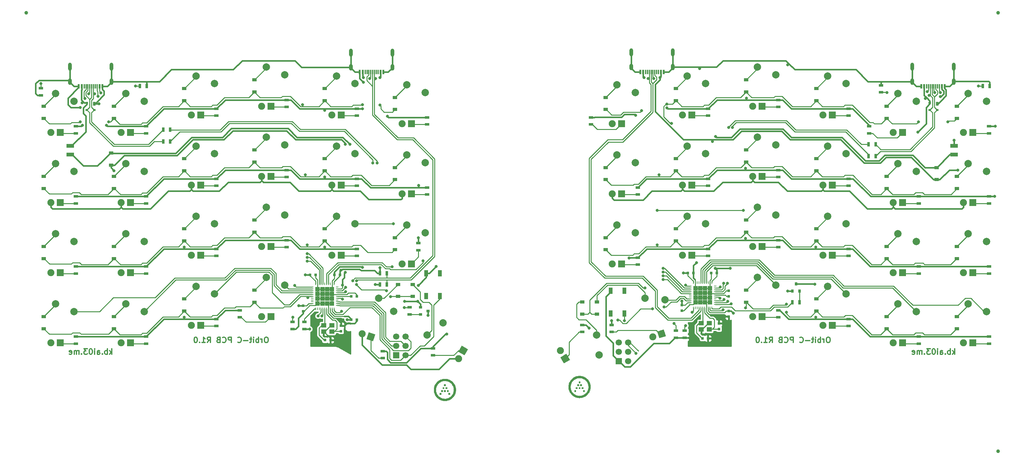
<source format=gbl>
G04 #@! TF.GenerationSoftware,KiCad,Pcbnew,(5.0.0)*
G04 #@! TF.CreationDate,2019-01-31T01:42:25-08:00*
G04 #@! TF.ProjectId,Orbit,4F726269742E6B696361645F70636200,rev?*
G04 #@! TF.SameCoordinates,Original*
G04 #@! TF.FileFunction,Copper,L2,Bot,Signal*
G04 #@! TF.FilePolarity,Positive*
%FSLAX46Y46*%
G04 Gerber Fmt 4.6, Leading zero omitted, Abs format (unit mm)*
G04 Created by KiCad (PCBNEW (5.0.0)) date 01/31/19 01:42:25*
%MOMM*%
%LPD*%
G01*
G04 APERTURE LIST*
G04 #@! TA.AperFunction,NonConductor*
%ADD10C,0.300000*%
G04 #@! TD*
G04 #@! TA.AperFunction,EtchedComponent*
%ADD11C,0.010000*%
G04 #@! TD*
G04 #@! TA.AperFunction,SMDPad,CuDef*
%ADD12R,0.700000X1.300000*%
G04 #@! TD*
G04 #@! TA.AperFunction,SMDPad,CuDef*
%ADD13R,0.700000X1.000000*%
G04 #@! TD*
G04 #@! TA.AperFunction,SMDPad,CuDef*
%ADD14R,0.700000X0.600000*%
G04 #@! TD*
G04 #@! TA.AperFunction,ComponentPad*
%ADD15C,1.905000*%
G04 #@! TD*
G04 #@! TA.AperFunction,Conductor*
%ADD16C,0.100000*%
G04 #@! TD*
G04 #@! TA.AperFunction,ComponentPad*
%ADD17C,2.000000*%
G04 #@! TD*
G04 #@! TA.AperFunction,ComponentPad*
%ADD18R,1.905000X1.905000*%
G04 #@! TD*
G04 #@! TA.AperFunction,SMDPad,CuDef*
%ADD19R,0.800000X0.750000*%
G04 #@! TD*
G04 #@! TA.AperFunction,SMDPad,CuDef*
%ADD20R,0.750000X0.800000*%
G04 #@! TD*
G04 #@! TA.AperFunction,SMDPad,CuDef*
%ADD21R,1.200000X0.900000*%
G04 #@! TD*
G04 #@! TA.AperFunction,SMDPad,CuDef*
%ADD22R,2.030000X1.140000*%
G04 #@! TD*
G04 #@! TA.AperFunction,BGAPad,CuDef*
%ADD23C,1.000000*%
G04 #@! TD*
G04 #@! TA.AperFunction,ComponentPad*
%ADD24R,1.700000X1.700000*%
G04 #@! TD*
G04 #@! TA.AperFunction,ComponentPad*
%ADD25C,1.700000*%
G04 #@! TD*
G04 #@! TA.AperFunction,SMDPad,CuDef*
%ADD26R,1.300000X0.700000*%
G04 #@! TD*
G04 #@! TA.AperFunction,SMDPad,CuDef*
%ADD27R,1.100000X1.800000*%
G04 #@! TD*
G04 #@! TA.AperFunction,SMDPad,CuDef*
%ADD28R,0.700000X0.250000*%
G04 #@! TD*
G04 #@! TA.AperFunction,SMDPad,CuDef*
%ADD29R,0.250000X0.700000*%
G04 #@! TD*
G04 #@! TA.AperFunction,SMDPad,CuDef*
%ADD30R,1.287500X1.287500*%
G04 #@! TD*
G04 #@! TA.AperFunction,SMDPad,CuDef*
%ADD31R,1.400000X1.200000*%
G04 #@! TD*
G04 #@! TA.AperFunction,ComponentPad*
%ADD32O,1.000000X2.200000*%
G04 #@! TD*
G04 #@! TA.AperFunction,ComponentPad*
%ADD33O,1.000000X1.800000*%
G04 #@! TD*
G04 #@! TA.AperFunction,SMDPad,CuDef*
%ADD34R,0.300000X1.150000*%
G04 #@! TD*
G04 #@! TA.AperFunction,SMDPad,CuDef*
%ADD35R,0.600000X1.150000*%
G04 #@! TD*
G04 #@! TA.AperFunction,SMDPad,CuDef*
%ADD36R,0.900000X0.800000*%
G04 #@! TD*
G04 #@! TA.AperFunction,SMDPad,CuDef*
%ADD37R,0.800000X0.900000*%
G04 #@! TD*
G04 #@! TA.AperFunction,ViaPad*
%ADD38C,0.800000*%
G04 #@! TD*
G04 #@! TA.AperFunction,Conductor*
%ADD39C,0.254000*%
G04 #@! TD*
G04 #@! TA.AperFunction,Conductor*
%ADD40C,0.381000*%
G04 #@! TD*
G04 APERTURE END LIST*
D10*
X277212500Y-120534821D02*
X277212500Y-119034821D01*
X277069642Y-119963392D02*
X276641071Y-120534821D01*
X276641071Y-119534821D02*
X277212500Y-120106250D01*
X275998214Y-120534821D02*
X275998214Y-119034821D01*
X275998214Y-119606250D02*
X275855357Y-119534821D01*
X275569642Y-119534821D01*
X275426785Y-119606250D01*
X275355357Y-119677678D01*
X275283928Y-119820535D01*
X275283928Y-120249107D01*
X275355357Y-120391964D01*
X275426785Y-120463392D01*
X275569642Y-120534821D01*
X275855357Y-120534821D01*
X275998214Y-120463392D01*
X274641071Y-120391964D02*
X274569642Y-120463392D01*
X274641071Y-120534821D01*
X274712500Y-120463392D01*
X274641071Y-120391964D01*
X274641071Y-120534821D01*
X273283928Y-120534821D02*
X273283928Y-119749107D01*
X273355357Y-119606250D01*
X273498214Y-119534821D01*
X273783928Y-119534821D01*
X273926785Y-119606250D01*
X273283928Y-120463392D02*
X273426785Y-120534821D01*
X273783928Y-120534821D01*
X273926785Y-120463392D01*
X273998214Y-120320535D01*
X273998214Y-120177678D01*
X273926785Y-120034821D01*
X273783928Y-119963392D01*
X273426785Y-119963392D01*
X273283928Y-119891964D01*
X272569642Y-120534821D02*
X272569642Y-119534821D01*
X272569642Y-119034821D02*
X272641071Y-119106250D01*
X272569642Y-119177678D01*
X272498214Y-119106250D01*
X272569642Y-119034821D01*
X272569642Y-119177678D01*
X271569642Y-119034821D02*
X271426785Y-119034821D01*
X271283928Y-119106250D01*
X271212500Y-119177678D01*
X271141071Y-119320535D01*
X271069642Y-119606250D01*
X271069642Y-119963392D01*
X271141071Y-120249107D01*
X271212500Y-120391964D01*
X271283928Y-120463392D01*
X271426785Y-120534821D01*
X271569642Y-120534821D01*
X271712500Y-120463392D01*
X271783928Y-120391964D01*
X271855357Y-120249107D01*
X271926785Y-119963392D01*
X271926785Y-119606250D01*
X271855357Y-119320535D01*
X271783928Y-119177678D01*
X271712500Y-119106250D01*
X271569642Y-119034821D01*
X270569642Y-119034821D02*
X269641071Y-119034821D01*
X270141071Y-119606250D01*
X269926785Y-119606250D01*
X269783928Y-119677678D01*
X269712500Y-119749107D01*
X269641071Y-119891964D01*
X269641071Y-120249107D01*
X269712500Y-120391964D01*
X269783928Y-120463392D01*
X269926785Y-120534821D01*
X270355357Y-120534821D01*
X270498214Y-120463392D01*
X270569642Y-120391964D01*
X268998214Y-120391964D02*
X268926785Y-120463392D01*
X268998214Y-120534821D01*
X269069642Y-120463392D01*
X268998214Y-120391964D01*
X268998214Y-120534821D01*
X268283928Y-120534821D02*
X268283928Y-119534821D01*
X268283928Y-119677678D02*
X268212500Y-119606250D01*
X268069642Y-119534821D01*
X267855357Y-119534821D01*
X267712500Y-119606250D01*
X267641071Y-119749107D01*
X267641071Y-120534821D01*
X267641071Y-119749107D02*
X267569642Y-119606250D01*
X267426785Y-119534821D01*
X267212500Y-119534821D01*
X267069642Y-119606250D01*
X266998214Y-119749107D01*
X266998214Y-120534821D01*
X265712500Y-120463392D02*
X265855357Y-120534821D01*
X266141071Y-120534821D01*
X266283928Y-120463392D01*
X266355357Y-120320535D01*
X266355357Y-119749107D01*
X266283928Y-119606250D01*
X266141071Y-119534821D01*
X265855357Y-119534821D01*
X265712500Y-119606250D01*
X265641071Y-119749107D01*
X265641071Y-119891964D01*
X266355357Y-120034821D01*
X48612500Y-120534821D02*
X48612500Y-119034821D01*
X48469642Y-119963392D02*
X48041071Y-120534821D01*
X48041071Y-119534821D02*
X48612500Y-120106250D01*
X47398214Y-120534821D02*
X47398214Y-119034821D01*
X47398214Y-119606250D02*
X47255357Y-119534821D01*
X46969642Y-119534821D01*
X46826785Y-119606250D01*
X46755357Y-119677678D01*
X46683928Y-119820535D01*
X46683928Y-120249107D01*
X46755357Y-120391964D01*
X46826785Y-120463392D01*
X46969642Y-120534821D01*
X47255357Y-120534821D01*
X47398214Y-120463392D01*
X46041071Y-120391964D02*
X45969642Y-120463392D01*
X46041071Y-120534821D01*
X46112500Y-120463392D01*
X46041071Y-120391964D01*
X46041071Y-120534821D01*
X44683928Y-120534821D02*
X44683928Y-119749107D01*
X44755357Y-119606250D01*
X44898214Y-119534821D01*
X45183928Y-119534821D01*
X45326785Y-119606250D01*
X44683928Y-120463392D02*
X44826785Y-120534821D01*
X45183928Y-120534821D01*
X45326785Y-120463392D01*
X45398214Y-120320535D01*
X45398214Y-120177678D01*
X45326785Y-120034821D01*
X45183928Y-119963392D01*
X44826785Y-119963392D01*
X44683928Y-119891964D01*
X43969642Y-120534821D02*
X43969642Y-119534821D01*
X43969642Y-119034821D02*
X44041071Y-119106250D01*
X43969642Y-119177678D01*
X43898214Y-119106250D01*
X43969642Y-119034821D01*
X43969642Y-119177678D01*
X42969642Y-119034821D02*
X42826785Y-119034821D01*
X42683928Y-119106250D01*
X42612500Y-119177678D01*
X42541071Y-119320535D01*
X42469642Y-119606250D01*
X42469642Y-119963392D01*
X42541071Y-120249107D01*
X42612500Y-120391964D01*
X42683928Y-120463392D01*
X42826785Y-120534821D01*
X42969642Y-120534821D01*
X43112500Y-120463392D01*
X43183928Y-120391964D01*
X43255357Y-120249107D01*
X43326785Y-119963392D01*
X43326785Y-119606250D01*
X43255357Y-119320535D01*
X43183928Y-119177678D01*
X43112500Y-119106250D01*
X42969642Y-119034821D01*
X41969642Y-119034821D02*
X41041071Y-119034821D01*
X41541071Y-119606250D01*
X41326785Y-119606250D01*
X41183928Y-119677678D01*
X41112500Y-119749107D01*
X41041071Y-119891964D01*
X41041071Y-120249107D01*
X41112500Y-120391964D01*
X41183928Y-120463392D01*
X41326785Y-120534821D01*
X41755357Y-120534821D01*
X41898214Y-120463392D01*
X41969642Y-120391964D01*
X40398214Y-120391964D02*
X40326785Y-120463392D01*
X40398214Y-120534821D01*
X40469642Y-120463392D01*
X40398214Y-120391964D01*
X40398214Y-120534821D01*
X39683928Y-120534821D02*
X39683928Y-119534821D01*
X39683928Y-119677678D02*
X39612500Y-119606250D01*
X39469642Y-119534821D01*
X39255357Y-119534821D01*
X39112500Y-119606250D01*
X39041071Y-119749107D01*
X39041071Y-120534821D01*
X39041071Y-119749107D02*
X38969642Y-119606250D01*
X38826785Y-119534821D01*
X38612500Y-119534821D01*
X38469642Y-119606250D01*
X38398214Y-119749107D01*
X38398214Y-120534821D01*
X37112500Y-120463392D02*
X37255357Y-120534821D01*
X37541071Y-120534821D01*
X37683928Y-120463392D01*
X37755357Y-120320535D01*
X37755357Y-119749107D01*
X37683928Y-119606250D01*
X37541071Y-119534821D01*
X37255357Y-119534821D01*
X37112500Y-119606250D01*
X37041071Y-119749107D01*
X37041071Y-119891964D01*
X37755357Y-120034821D01*
X243041071Y-115859821D02*
X242755357Y-115859821D01*
X242612500Y-115931250D01*
X242469642Y-116074107D01*
X242398214Y-116359821D01*
X242398214Y-116859821D01*
X242469642Y-117145535D01*
X242612500Y-117288392D01*
X242755357Y-117359821D01*
X243041071Y-117359821D01*
X243183928Y-117288392D01*
X243326785Y-117145535D01*
X243398214Y-116859821D01*
X243398214Y-116359821D01*
X243326785Y-116074107D01*
X243183928Y-115931250D01*
X243041071Y-115859821D01*
X241755357Y-117359821D02*
X241755357Y-116359821D01*
X241755357Y-116645535D02*
X241683928Y-116502678D01*
X241612500Y-116431250D01*
X241469642Y-116359821D01*
X241326785Y-116359821D01*
X240826785Y-117359821D02*
X240826785Y-115859821D01*
X240826785Y-116431250D02*
X240683928Y-116359821D01*
X240398214Y-116359821D01*
X240255357Y-116431250D01*
X240183928Y-116502678D01*
X240112500Y-116645535D01*
X240112500Y-117074107D01*
X240183928Y-117216964D01*
X240255357Y-117288392D01*
X240398214Y-117359821D01*
X240683928Y-117359821D01*
X240826785Y-117288392D01*
X239469642Y-117359821D02*
X239469642Y-116359821D01*
X239469642Y-115859821D02*
X239541071Y-115931250D01*
X239469642Y-116002678D01*
X239398214Y-115931250D01*
X239469642Y-115859821D01*
X239469642Y-116002678D01*
X238969642Y-116359821D02*
X238398214Y-116359821D01*
X238755357Y-115859821D02*
X238755357Y-117145535D01*
X238683928Y-117288392D01*
X238541071Y-117359821D01*
X238398214Y-117359821D01*
X237898214Y-116788392D02*
X236755357Y-116788392D01*
X235183928Y-117216964D02*
X235255357Y-117288392D01*
X235469642Y-117359821D01*
X235612500Y-117359821D01*
X235826785Y-117288392D01*
X235969642Y-117145535D01*
X236041071Y-117002678D01*
X236112500Y-116716964D01*
X236112500Y-116502678D01*
X236041071Y-116216964D01*
X235969642Y-116074107D01*
X235826785Y-115931250D01*
X235612500Y-115859821D01*
X235469642Y-115859821D01*
X235255357Y-115931250D01*
X235183928Y-116002678D01*
X233398214Y-117359821D02*
X233398214Y-115859821D01*
X232826785Y-115859821D01*
X232683928Y-115931250D01*
X232612500Y-116002678D01*
X232541071Y-116145535D01*
X232541071Y-116359821D01*
X232612500Y-116502678D01*
X232683928Y-116574107D01*
X232826785Y-116645535D01*
X233398214Y-116645535D01*
X231041071Y-117216964D02*
X231112500Y-117288392D01*
X231326785Y-117359821D01*
X231469642Y-117359821D01*
X231683928Y-117288392D01*
X231826785Y-117145535D01*
X231898214Y-117002678D01*
X231969642Y-116716964D01*
X231969642Y-116502678D01*
X231898214Y-116216964D01*
X231826785Y-116074107D01*
X231683928Y-115931250D01*
X231469642Y-115859821D01*
X231326785Y-115859821D01*
X231112500Y-115931250D01*
X231041071Y-116002678D01*
X229898214Y-116574107D02*
X229683928Y-116645535D01*
X229612500Y-116716964D01*
X229541071Y-116859821D01*
X229541071Y-117074107D01*
X229612500Y-117216964D01*
X229683928Y-117288392D01*
X229826785Y-117359821D01*
X230398214Y-117359821D01*
X230398214Y-115859821D01*
X229898214Y-115859821D01*
X229755357Y-115931250D01*
X229683928Y-116002678D01*
X229612500Y-116145535D01*
X229612500Y-116288392D01*
X229683928Y-116431250D01*
X229755357Y-116502678D01*
X229898214Y-116574107D01*
X230398214Y-116574107D01*
X226898214Y-117359821D02*
X227398214Y-116645535D01*
X227755357Y-117359821D02*
X227755357Y-115859821D01*
X227183928Y-115859821D01*
X227041071Y-115931250D01*
X226969642Y-116002678D01*
X226898214Y-116145535D01*
X226898214Y-116359821D01*
X226969642Y-116502678D01*
X227041071Y-116574107D01*
X227183928Y-116645535D01*
X227755357Y-116645535D01*
X225469642Y-117359821D02*
X226326785Y-117359821D01*
X225898214Y-117359821D02*
X225898214Y-115859821D01*
X226041071Y-116074107D01*
X226183928Y-116216964D01*
X226326785Y-116288392D01*
X224826785Y-117216964D02*
X224755357Y-117288392D01*
X224826785Y-117359821D01*
X224898214Y-117288392D01*
X224826785Y-117216964D01*
X224826785Y-117359821D01*
X223826785Y-115859821D02*
X223683928Y-115859821D01*
X223541071Y-115931250D01*
X223469642Y-116002678D01*
X223398214Y-116145535D01*
X223326785Y-116431250D01*
X223326785Y-116788392D01*
X223398214Y-117074107D01*
X223469642Y-117216964D01*
X223541071Y-117288392D01*
X223683928Y-117359821D01*
X223826785Y-117359821D01*
X223969642Y-117288392D01*
X224041071Y-117216964D01*
X224112500Y-117074107D01*
X224183928Y-116788392D01*
X224183928Y-116431250D01*
X224112500Y-116145535D01*
X224041071Y-116002678D01*
X223969642Y-115931250D01*
X223826785Y-115859821D01*
X90641071Y-115859821D02*
X90355357Y-115859821D01*
X90212500Y-115931250D01*
X90069642Y-116074107D01*
X89998214Y-116359821D01*
X89998214Y-116859821D01*
X90069642Y-117145535D01*
X90212500Y-117288392D01*
X90355357Y-117359821D01*
X90641071Y-117359821D01*
X90783928Y-117288392D01*
X90926785Y-117145535D01*
X90998214Y-116859821D01*
X90998214Y-116359821D01*
X90926785Y-116074107D01*
X90783928Y-115931250D01*
X90641071Y-115859821D01*
X89355357Y-117359821D02*
X89355357Y-116359821D01*
X89355357Y-116645535D02*
X89283928Y-116502678D01*
X89212500Y-116431250D01*
X89069642Y-116359821D01*
X88926785Y-116359821D01*
X88426785Y-117359821D02*
X88426785Y-115859821D01*
X88426785Y-116431250D02*
X88283928Y-116359821D01*
X87998214Y-116359821D01*
X87855357Y-116431250D01*
X87783928Y-116502678D01*
X87712500Y-116645535D01*
X87712500Y-117074107D01*
X87783928Y-117216964D01*
X87855357Y-117288392D01*
X87998214Y-117359821D01*
X88283928Y-117359821D01*
X88426785Y-117288392D01*
X87069642Y-117359821D02*
X87069642Y-116359821D01*
X87069642Y-115859821D02*
X87141071Y-115931250D01*
X87069642Y-116002678D01*
X86998214Y-115931250D01*
X87069642Y-115859821D01*
X87069642Y-116002678D01*
X86569642Y-116359821D02*
X85998214Y-116359821D01*
X86355357Y-115859821D02*
X86355357Y-117145535D01*
X86283928Y-117288392D01*
X86141071Y-117359821D01*
X85998214Y-117359821D01*
X85498214Y-116788392D02*
X84355357Y-116788392D01*
X82783928Y-117216964D02*
X82855357Y-117288392D01*
X83069642Y-117359821D01*
X83212500Y-117359821D01*
X83426785Y-117288392D01*
X83569642Y-117145535D01*
X83641071Y-117002678D01*
X83712500Y-116716964D01*
X83712500Y-116502678D01*
X83641071Y-116216964D01*
X83569642Y-116074107D01*
X83426785Y-115931250D01*
X83212500Y-115859821D01*
X83069642Y-115859821D01*
X82855357Y-115931250D01*
X82783928Y-116002678D01*
X80998214Y-117359821D02*
X80998214Y-115859821D01*
X80426785Y-115859821D01*
X80283928Y-115931250D01*
X80212500Y-116002678D01*
X80141071Y-116145535D01*
X80141071Y-116359821D01*
X80212500Y-116502678D01*
X80283928Y-116574107D01*
X80426785Y-116645535D01*
X80998214Y-116645535D01*
X78641071Y-117216964D02*
X78712500Y-117288392D01*
X78926785Y-117359821D01*
X79069642Y-117359821D01*
X79283928Y-117288392D01*
X79426785Y-117145535D01*
X79498214Y-117002678D01*
X79569642Y-116716964D01*
X79569642Y-116502678D01*
X79498214Y-116216964D01*
X79426785Y-116074107D01*
X79283928Y-115931250D01*
X79069642Y-115859821D01*
X78926785Y-115859821D01*
X78712500Y-115931250D01*
X78641071Y-116002678D01*
X77498214Y-116574107D02*
X77283928Y-116645535D01*
X77212500Y-116716964D01*
X77141071Y-116859821D01*
X77141071Y-117074107D01*
X77212500Y-117216964D01*
X77283928Y-117288392D01*
X77426785Y-117359821D01*
X77998214Y-117359821D01*
X77998214Y-115859821D01*
X77498214Y-115859821D01*
X77355357Y-115931250D01*
X77283928Y-116002678D01*
X77212500Y-116145535D01*
X77212500Y-116288392D01*
X77283928Y-116431250D01*
X77355357Y-116502678D01*
X77498214Y-116574107D01*
X77998214Y-116574107D01*
X74498214Y-117359821D02*
X74998214Y-116645535D01*
X75355357Y-117359821D02*
X75355357Y-115859821D01*
X74783928Y-115859821D01*
X74641071Y-115931250D01*
X74569642Y-116002678D01*
X74498214Y-116145535D01*
X74498214Y-116359821D01*
X74569642Y-116502678D01*
X74641071Y-116574107D01*
X74783928Y-116645535D01*
X75355357Y-116645535D01*
X73069642Y-117359821D02*
X73926785Y-117359821D01*
X73498214Y-117359821D02*
X73498214Y-115859821D01*
X73641071Y-116074107D01*
X73783928Y-116216964D01*
X73926785Y-116288392D01*
X72426785Y-117216964D02*
X72355357Y-117288392D01*
X72426785Y-117359821D01*
X72498214Y-117288392D01*
X72426785Y-117216964D01*
X72426785Y-117359821D01*
X71426785Y-115859821D02*
X71283928Y-115859821D01*
X71141071Y-115931250D01*
X71069642Y-116002678D01*
X70998214Y-116145535D01*
X70926785Y-116431250D01*
X70926785Y-116788392D01*
X70998214Y-117074107D01*
X71069642Y-117216964D01*
X71141071Y-117288392D01*
X71283928Y-117359821D01*
X71426785Y-117359821D01*
X71569642Y-117288392D01*
X71641071Y-117216964D01*
X71712500Y-117074107D01*
X71783928Y-116788392D01*
X71783928Y-116431250D01*
X71712500Y-116145535D01*
X71641071Y-116002678D01*
X71569642Y-115931250D01*
X71426785Y-115859821D01*
D11*
G04 #@! TO.C,G\002A\002A\002A*
G36*
X175228250Y-128301750D02*
X175633062Y-128301750D01*
X175633062Y-127896938D01*
X175228250Y-127896938D01*
X175228250Y-128301750D01*
X175228250Y-128301750D01*
G37*
X175228250Y-128301750D02*
X175633062Y-128301750D01*
X175633062Y-127896938D01*
X175228250Y-127896938D01*
X175228250Y-128301750D01*
G36*
X174823437Y-129087563D02*
X175228250Y-129087563D01*
X175228250Y-128706563D01*
X174823437Y-128706563D01*
X174823437Y-129087563D01*
X174823437Y-129087563D01*
G37*
X174823437Y-129087563D02*
X175228250Y-129087563D01*
X175228250Y-128706563D01*
X174823437Y-128706563D01*
X174823437Y-129087563D01*
G36*
X175633062Y-129087563D02*
X176014062Y-129087563D01*
X176014062Y-128706563D01*
X175633062Y-128706563D01*
X175633062Y-129087563D01*
X175633062Y-129087563D01*
G37*
X175633062Y-129087563D02*
X176014062Y-129087563D01*
X176014062Y-128706563D01*
X175633062Y-128706563D01*
X175633062Y-129087563D01*
G36*
X174442437Y-129897188D02*
X174823437Y-129897188D01*
X174823437Y-129492375D01*
X174442437Y-129492375D01*
X174442437Y-129897188D01*
X174442437Y-129897188D01*
G37*
X174442437Y-129897188D02*
X174823437Y-129897188D01*
X174823437Y-129492375D01*
X174442437Y-129492375D01*
X174442437Y-129897188D01*
G36*
X175228250Y-129897188D02*
X175633062Y-129897188D01*
X175633062Y-129492375D01*
X175228250Y-129492375D01*
X175228250Y-129897188D01*
X175228250Y-129897188D01*
G37*
X175228250Y-129897188D02*
X175633062Y-129897188D01*
X175633062Y-129492375D01*
X175228250Y-129492375D01*
X175228250Y-129897188D01*
G36*
X176014062Y-129897188D02*
X176418875Y-129897188D01*
X176418875Y-129492375D01*
X176014062Y-129492375D01*
X176014062Y-129897188D01*
X176014062Y-129897188D01*
G37*
X176014062Y-129897188D02*
X176418875Y-129897188D01*
X176418875Y-129492375D01*
X176014062Y-129492375D01*
X176014062Y-129897188D01*
G36*
X174037625Y-130683000D02*
X174442437Y-130683000D01*
X174442437Y-130278188D01*
X174037625Y-130278188D01*
X174037625Y-130683000D01*
X174037625Y-130683000D01*
G37*
X174037625Y-130683000D02*
X174442437Y-130683000D01*
X174442437Y-130278188D01*
X174037625Y-130278188D01*
X174037625Y-130683000D01*
G36*
X176418875Y-130683000D02*
X176823687Y-130683000D01*
X176823687Y-130278188D01*
X176418875Y-130278188D01*
X176418875Y-130683000D01*
X176418875Y-130683000D01*
G37*
X176418875Y-130683000D02*
X176823687Y-130683000D01*
X176823687Y-130278188D01*
X176418875Y-130278188D01*
X176418875Y-130683000D01*
G36*
X175414781Y-126409295D02*
X175290663Y-126410665D01*
X175178951Y-126414822D01*
X175076358Y-126422169D01*
X174979594Y-126433110D01*
X174885372Y-126448048D01*
X174790403Y-126467387D01*
X174691399Y-126491531D01*
X174646120Y-126503668D01*
X174437573Y-126568906D01*
X174235485Y-126648242D01*
X174040622Y-126741278D01*
X173853751Y-126847618D01*
X173675636Y-126966866D01*
X173523490Y-127084867D01*
X173365822Y-127225592D01*
X173218485Y-127377037D01*
X173082164Y-127538135D01*
X172957542Y-127707817D01*
X172845303Y-127885016D01*
X172746130Y-128068666D01*
X172660708Y-128257697D01*
X172589720Y-128451043D01*
X172540966Y-128619053D01*
X172507895Y-128759039D01*
X172482535Y-128890975D01*
X172464143Y-129020247D01*
X172451975Y-129152243D01*
X172445289Y-129292350D01*
X172444636Y-129317750D01*
X172447355Y-129536047D01*
X172465550Y-129750830D01*
X172499215Y-129962071D01*
X172548344Y-130169739D01*
X172612931Y-130373805D01*
X172677128Y-130537737D01*
X172705211Y-130603002D01*
X172729273Y-130657160D01*
X172751142Y-130703863D01*
X172772643Y-130746763D01*
X172795604Y-130789513D01*
X172821850Y-130835765D01*
X172850975Y-130885406D01*
X172970194Y-131071677D01*
X173100298Y-131246403D01*
X173241421Y-131409715D01*
X173393695Y-131561746D01*
X173557253Y-131702630D01*
X173732226Y-131832498D01*
X173914594Y-131949025D01*
X173967423Y-131979994D01*
X174013336Y-132005971D01*
X174055985Y-132028781D01*
X174099022Y-132050251D01*
X174146099Y-132072207D01*
X174200869Y-132096475D01*
X174262263Y-132122872D01*
X174358496Y-132162419D01*
X174447214Y-132195458D01*
X174534328Y-132223945D01*
X174625752Y-132249839D01*
X174708344Y-132270572D01*
X174872860Y-132306126D01*
X175029955Y-132331803D01*
X175184183Y-132348143D01*
X175340101Y-132355686D01*
X175430656Y-132356263D01*
X175481875Y-132355748D01*
X175529996Y-132355043D01*
X175571876Y-132354210D01*
X175604372Y-132353313D01*
X175624340Y-132352415D01*
X175625125Y-132352359D01*
X175841299Y-132328407D01*
X176054056Y-132289420D01*
X176262537Y-132235717D01*
X176465882Y-132167613D01*
X176663234Y-132085426D01*
X176853732Y-131989475D01*
X177036518Y-131880076D01*
X177187474Y-131775046D01*
X177360401Y-131636699D01*
X177521085Y-131488338D01*
X177669299Y-131330289D01*
X177804821Y-131162882D01*
X177927426Y-130986444D01*
X178036889Y-130801302D01*
X178132987Y-130607785D01*
X178215494Y-130406221D01*
X178284187Y-130196938D01*
X178296332Y-130153880D01*
X178322698Y-130052085D01*
X178344083Y-129955761D01*
X178360891Y-129861617D01*
X178373525Y-129766367D01*
X178382390Y-129666720D01*
X178387888Y-129559390D01*
X178390424Y-129441086D01*
X178390705Y-129385219D01*
X178390030Y-129329858D01*
X177857956Y-129329858D01*
X177857853Y-129409996D01*
X177856187Y-129489660D01*
X177852991Y-129564787D01*
X177848294Y-129631310D01*
X177844574Y-129667000D01*
X177812700Y-129864298D01*
X177766049Y-130055913D01*
X177704799Y-130241472D01*
X177629131Y-130420599D01*
X177539223Y-130592919D01*
X177435256Y-130758059D01*
X177317409Y-130915643D01*
X177185862Y-131065297D01*
X177163526Y-131088510D01*
X177029292Y-131215584D01*
X176883590Y-131333520D01*
X176729119Y-131440340D01*
X176568581Y-131534066D01*
X176522792Y-131557754D01*
X176448384Y-131594403D01*
X176383143Y-131624622D01*
X176322646Y-131650190D01*
X176262472Y-131672884D01*
X176198199Y-131694483D01*
X176133125Y-131714477D01*
X175943912Y-131763890D01*
X175758161Y-131798341D01*
X175574423Y-131817964D01*
X175391247Y-131822892D01*
X175207186Y-131813261D01*
X175140644Y-131806281D01*
X174953312Y-131777337D01*
X174773731Y-131735528D01*
X174599393Y-131680104D01*
X174427791Y-131610314D01*
X174330834Y-131564116D01*
X174160202Y-131470697D01*
X174000786Y-131366962D01*
X173851828Y-131252224D01*
X173712571Y-131125800D01*
X173582256Y-130987004D01*
X173460126Y-130835153D01*
X173351858Y-130679509D01*
X173326732Y-130638318D01*
X173297409Y-130586190D01*
X173265709Y-130526746D01*
X173233451Y-130463606D01*
X173202457Y-130400390D01*
X173174544Y-130340717D01*
X173151535Y-130288207D01*
X173138097Y-130254375D01*
X173075230Y-130062834D01*
X173027834Y-129870095D01*
X172995950Y-129676700D01*
X172979620Y-129483190D01*
X172978882Y-129290107D01*
X172993778Y-129097992D01*
X173024348Y-128907386D01*
X173034151Y-128861344D01*
X173067800Y-128725051D01*
X173106108Y-128598868D01*
X173151046Y-128477257D01*
X173204587Y-128354682D01*
X173242246Y-128277208D01*
X173335951Y-128108360D01*
X173442776Y-127947923D01*
X173561952Y-127796618D01*
X173692713Y-127655164D01*
X173834290Y-127524281D01*
X173985916Y-127404690D01*
X174146823Y-127297110D01*
X174316243Y-127202261D01*
X174460425Y-127134730D01*
X174632053Y-127068335D01*
X174804607Y-127016337D01*
X174980094Y-126978328D01*
X175160524Y-126953901D01*
X175347905Y-126942647D01*
X175410812Y-126941757D01*
X175608907Y-126948127D01*
X175800535Y-126968772D01*
X175986469Y-127003923D01*
X176167485Y-127053817D01*
X176344356Y-127118685D01*
X176517856Y-127198763D01*
X176688759Y-127294285D01*
X176789456Y-127358494D01*
X176928889Y-127460022D01*
X177063087Y-127574528D01*
X177190409Y-127700089D01*
X177309215Y-127834781D01*
X177417864Y-127976681D01*
X177514715Y-128123865D01*
X177598128Y-128274411D01*
X177632924Y-128347330D01*
X177694327Y-128492189D01*
X177744558Y-128631428D01*
X177784815Y-128769376D01*
X177816294Y-128910364D01*
X177840194Y-129058721D01*
X177848595Y-129127250D01*
X177853358Y-129184420D01*
X177856468Y-129253311D01*
X177857956Y-129329858D01*
X178390030Y-129329858D01*
X178388960Y-129242223D01*
X178383086Y-129111356D01*
X178372512Y-128989275D01*
X178356665Y-128872635D01*
X178334973Y-128758094D01*
X178306863Y-128642309D01*
X178271764Y-128521937D01*
X178229103Y-128393634D01*
X178213409Y-128349375D01*
X178135024Y-128154656D01*
X178042184Y-127966322D01*
X177935078Y-127784635D01*
X177813898Y-127609858D01*
X177678833Y-127442253D01*
X177530076Y-127282083D01*
X177367817Y-127129610D01*
X177260979Y-127039429D01*
X177175150Y-126973936D01*
X177077611Y-126906610D01*
X176972002Y-126839662D01*
X176861964Y-126775305D01*
X176751137Y-126715750D01*
X176643161Y-126663208D01*
X176637156Y-126660465D01*
X176567196Y-126630592D01*
X176486015Y-126599206D01*
X176397983Y-126567786D01*
X176307471Y-126537812D01*
X176218849Y-126510761D01*
X176136486Y-126488114D01*
X176104600Y-126480221D01*
X176011375Y-126459453D01*
X175922401Y-126442793D01*
X175834397Y-126429902D01*
X175744081Y-126420445D01*
X175648172Y-126414082D01*
X175543390Y-126410478D01*
X175426455Y-126409294D01*
X175414781Y-126409295D01*
X175414781Y-126409295D01*
G37*
X175414781Y-126409295D02*
X175290663Y-126410665D01*
X175178951Y-126414822D01*
X175076358Y-126422169D01*
X174979594Y-126433110D01*
X174885372Y-126448048D01*
X174790403Y-126467387D01*
X174691399Y-126491531D01*
X174646120Y-126503668D01*
X174437573Y-126568906D01*
X174235485Y-126648242D01*
X174040622Y-126741278D01*
X173853751Y-126847618D01*
X173675636Y-126966866D01*
X173523490Y-127084867D01*
X173365822Y-127225592D01*
X173218485Y-127377037D01*
X173082164Y-127538135D01*
X172957542Y-127707817D01*
X172845303Y-127885016D01*
X172746130Y-128068666D01*
X172660708Y-128257697D01*
X172589720Y-128451043D01*
X172540966Y-128619053D01*
X172507895Y-128759039D01*
X172482535Y-128890975D01*
X172464143Y-129020247D01*
X172451975Y-129152243D01*
X172445289Y-129292350D01*
X172444636Y-129317750D01*
X172447355Y-129536047D01*
X172465550Y-129750830D01*
X172499215Y-129962071D01*
X172548344Y-130169739D01*
X172612931Y-130373805D01*
X172677128Y-130537737D01*
X172705211Y-130603002D01*
X172729273Y-130657160D01*
X172751142Y-130703863D01*
X172772643Y-130746763D01*
X172795604Y-130789513D01*
X172821850Y-130835765D01*
X172850975Y-130885406D01*
X172970194Y-131071677D01*
X173100298Y-131246403D01*
X173241421Y-131409715D01*
X173393695Y-131561746D01*
X173557253Y-131702630D01*
X173732226Y-131832498D01*
X173914594Y-131949025D01*
X173967423Y-131979994D01*
X174013336Y-132005971D01*
X174055985Y-132028781D01*
X174099022Y-132050251D01*
X174146099Y-132072207D01*
X174200869Y-132096475D01*
X174262263Y-132122872D01*
X174358496Y-132162419D01*
X174447214Y-132195458D01*
X174534328Y-132223945D01*
X174625752Y-132249839D01*
X174708344Y-132270572D01*
X174872860Y-132306126D01*
X175029955Y-132331803D01*
X175184183Y-132348143D01*
X175340101Y-132355686D01*
X175430656Y-132356263D01*
X175481875Y-132355748D01*
X175529996Y-132355043D01*
X175571876Y-132354210D01*
X175604372Y-132353313D01*
X175624340Y-132352415D01*
X175625125Y-132352359D01*
X175841299Y-132328407D01*
X176054056Y-132289420D01*
X176262537Y-132235717D01*
X176465882Y-132167613D01*
X176663234Y-132085426D01*
X176853732Y-131989475D01*
X177036518Y-131880076D01*
X177187474Y-131775046D01*
X177360401Y-131636699D01*
X177521085Y-131488338D01*
X177669299Y-131330289D01*
X177804821Y-131162882D01*
X177927426Y-130986444D01*
X178036889Y-130801302D01*
X178132987Y-130607785D01*
X178215494Y-130406221D01*
X178284187Y-130196938D01*
X178296332Y-130153880D01*
X178322698Y-130052085D01*
X178344083Y-129955761D01*
X178360891Y-129861617D01*
X178373525Y-129766367D01*
X178382390Y-129666720D01*
X178387888Y-129559390D01*
X178390424Y-129441086D01*
X178390705Y-129385219D01*
X178390030Y-129329858D01*
X177857956Y-129329858D01*
X177857853Y-129409996D01*
X177856187Y-129489660D01*
X177852991Y-129564787D01*
X177848294Y-129631310D01*
X177844574Y-129667000D01*
X177812700Y-129864298D01*
X177766049Y-130055913D01*
X177704799Y-130241472D01*
X177629131Y-130420599D01*
X177539223Y-130592919D01*
X177435256Y-130758059D01*
X177317409Y-130915643D01*
X177185862Y-131065297D01*
X177163526Y-131088510D01*
X177029292Y-131215584D01*
X176883590Y-131333520D01*
X176729119Y-131440340D01*
X176568581Y-131534066D01*
X176522792Y-131557754D01*
X176448384Y-131594403D01*
X176383143Y-131624622D01*
X176322646Y-131650190D01*
X176262472Y-131672884D01*
X176198199Y-131694483D01*
X176133125Y-131714477D01*
X175943912Y-131763890D01*
X175758161Y-131798341D01*
X175574423Y-131817964D01*
X175391247Y-131822892D01*
X175207186Y-131813261D01*
X175140644Y-131806281D01*
X174953312Y-131777337D01*
X174773731Y-131735528D01*
X174599393Y-131680104D01*
X174427791Y-131610314D01*
X174330834Y-131564116D01*
X174160202Y-131470697D01*
X174000786Y-131366962D01*
X173851828Y-131252224D01*
X173712571Y-131125800D01*
X173582256Y-130987004D01*
X173460126Y-130835153D01*
X173351858Y-130679509D01*
X173326732Y-130638318D01*
X173297409Y-130586190D01*
X173265709Y-130526746D01*
X173233451Y-130463606D01*
X173202457Y-130400390D01*
X173174544Y-130340717D01*
X173151535Y-130288207D01*
X173138097Y-130254375D01*
X173075230Y-130062834D01*
X173027834Y-129870095D01*
X172995950Y-129676700D01*
X172979620Y-129483190D01*
X172978882Y-129290107D01*
X172993778Y-129097992D01*
X173024348Y-128907386D01*
X173034151Y-128861344D01*
X173067800Y-128725051D01*
X173106108Y-128598868D01*
X173151046Y-128477257D01*
X173204587Y-128354682D01*
X173242246Y-128277208D01*
X173335951Y-128108360D01*
X173442776Y-127947923D01*
X173561952Y-127796618D01*
X173692713Y-127655164D01*
X173834290Y-127524281D01*
X173985916Y-127404690D01*
X174146823Y-127297110D01*
X174316243Y-127202261D01*
X174460425Y-127134730D01*
X174632053Y-127068335D01*
X174804607Y-127016337D01*
X174980094Y-126978328D01*
X175160524Y-126953901D01*
X175347905Y-126942647D01*
X175410812Y-126941757D01*
X175608907Y-126948127D01*
X175800535Y-126968772D01*
X175986469Y-127003923D01*
X176167485Y-127053817D01*
X176344356Y-127118685D01*
X176517856Y-127198763D01*
X176688759Y-127294285D01*
X176789456Y-127358494D01*
X176928889Y-127460022D01*
X177063087Y-127574528D01*
X177190409Y-127700089D01*
X177309215Y-127834781D01*
X177417864Y-127976681D01*
X177514715Y-128123865D01*
X177598128Y-128274411D01*
X177632924Y-128347330D01*
X177694327Y-128492189D01*
X177744558Y-128631428D01*
X177784815Y-128769376D01*
X177816294Y-128910364D01*
X177840194Y-129058721D01*
X177848595Y-129127250D01*
X177853358Y-129184420D01*
X177856468Y-129253311D01*
X177857956Y-129329858D01*
X178390030Y-129329858D01*
X178388960Y-129242223D01*
X178383086Y-129111356D01*
X178372512Y-128989275D01*
X178356665Y-128872635D01*
X178334973Y-128758094D01*
X178306863Y-128642309D01*
X178271764Y-128521937D01*
X178229103Y-128393634D01*
X178213409Y-128349375D01*
X178135024Y-128154656D01*
X178042184Y-127966322D01*
X177935078Y-127784635D01*
X177813898Y-127609858D01*
X177678833Y-127442253D01*
X177530076Y-127282083D01*
X177367817Y-127129610D01*
X177260979Y-127039429D01*
X177175150Y-126973936D01*
X177077611Y-126906610D01*
X176972002Y-126839662D01*
X176861964Y-126775305D01*
X176751137Y-126715750D01*
X176643161Y-126663208D01*
X176637156Y-126660465D01*
X176567196Y-126630592D01*
X176486015Y-126599206D01*
X176397983Y-126567786D01*
X176307471Y-126537812D01*
X176218849Y-126510761D01*
X176136486Y-126488114D01*
X176104600Y-126480221D01*
X176011375Y-126459453D01*
X175922401Y-126442793D01*
X175834397Y-126429902D01*
X175744081Y-126420445D01*
X175648172Y-126414082D01*
X175543390Y-126410478D01*
X175426455Y-126409294D01*
X175414781Y-126409295D01*
G36*
X138715750Y-129095500D02*
X139120562Y-129095500D01*
X139120562Y-128690688D01*
X138715750Y-128690688D01*
X138715750Y-129095500D01*
X138715750Y-129095500D01*
G37*
X138715750Y-129095500D02*
X139120562Y-129095500D01*
X139120562Y-128690688D01*
X138715750Y-128690688D01*
X138715750Y-129095500D01*
G36*
X138310937Y-129881313D02*
X138715750Y-129881313D01*
X138715750Y-129500313D01*
X138310937Y-129500313D01*
X138310937Y-129881313D01*
X138310937Y-129881313D01*
G37*
X138310937Y-129881313D02*
X138715750Y-129881313D01*
X138715750Y-129500313D01*
X138310937Y-129500313D01*
X138310937Y-129881313D01*
G36*
X139120562Y-129881313D02*
X139501562Y-129881313D01*
X139501562Y-129500313D01*
X139120562Y-129500313D01*
X139120562Y-129881313D01*
X139120562Y-129881313D01*
G37*
X139120562Y-129881313D02*
X139501562Y-129881313D01*
X139501562Y-129500313D01*
X139120562Y-129500313D01*
X139120562Y-129881313D01*
G36*
X137929937Y-130690938D02*
X138310937Y-130690938D01*
X138310937Y-130286125D01*
X137929937Y-130286125D01*
X137929937Y-130690938D01*
X137929937Y-130690938D01*
G37*
X137929937Y-130690938D02*
X138310937Y-130690938D01*
X138310937Y-130286125D01*
X137929937Y-130286125D01*
X137929937Y-130690938D01*
G36*
X138715750Y-130690938D02*
X139120562Y-130690938D01*
X139120562Y-130286125D01*
X138715750Y-130286125D01*
X138715750Y-130690938D01*
X138715750Y-130690938D01*
G37*
X138715750Y-130690938D02*
X139120562Y-130690938D01*
X139120562Y-130286125D01*
X138715750Y-130286125D01*
X138715750Y-130690938D01*
G36*
X139501562Y-130690938D02*
X139906375Y-130690938D01*
X139906375Y-130286125D01*
X139501562Y-130286125D01*
X139501562Y-130690938D01*
X139501562Y-130690938D01*
G37*
X139501562Y-130690938D02*
X139906375Y-130690938D01*
X139906375Y-130286125D01*
X139501562Y-130286125D01*
X139501562Y-130690938D01*
G36*
X137525125Y-131476750D02*
X137929937Y-131476750D01*
X137929937Y-131071938D01*
X137525125Y-131071938D01*
X137525125Y-131476750D01*
X137525125Y-131476750D01*
G37*
X137525125Y-131476750D02*
X137929937Y-131476750D01*
X137929937Y-131071938D01*
X137525125Y-131071938D01*
X137525125Y-131476750D01*
G36*
X139906375Y-131476750D02*
X140311187Y-131476750D01*
X140311187Y-131071938D01*
X139906375Y-131071938D01*
X139906375Y-131476750D01*
X139906375Y-131476750D01*
G37*
X139906375Y-131476750D02*
X140311187Y-131476750D01*
X140311187Y-131071938D01*
X139906375Y-131071938D01*
X139906375Y-131476750D01*
G36*
X138902281Y-127203045D02*
X138778163Y-127204415D01*
X138666451Y-127208572D01*
X138563858Y-127215919D01*
X138467094Y-127226860D01*
X138372872Y-127241798D01*
X138277903Y-127261137D01*
X138178899Y-127285281D01*
X138133620Y-127297418D01*
X137925073Y-127362656D01*
X137722985Y-127441992D01*
X137528122Y-127535028D01*
X137341251Y-127641368D01*
X137163136Y-127760616D01*
X137010990Y-127878617D01*
X136853322Y-128019342D01*
X136705985Y-128170787D01*
X136569664Y-128331885D01*
X136445042Y-128501567D01*
X136332803Y-128678766D01*
X136233630Y-128862416D01*
X136148208Y-129051447D01*
X136077220Y-129244793D01*
X136028466Y-129412803D01*
X135995395Y-129552789D01*
X135970035Y-129684725D01*
X135951643Y-129813997D01*
X135939475Y-129945993D01*
X135932789Y-130086100D01*
X135932136Y-130111500D01*
X135934855Y-130329797D01*
X135953050Y-130544580D01*
X135986715Y-130755821D01*
X136035844Y-130963489D01*
X136100431Y-131167555D01*
X136164628Y-131331487D01*
X136192711Y-131396752D01*
X136216773Y-131450910D01*
X136238642Y-131497613D01*
X136260143Y-131540513D01*
X136283104Y-131583263D01*
X136309350Y-131629515D01*
X136338475Y-131679156D01*
X136457694Y-131865427D01*
X136587798Y-132040153D01*
X136728921Y-132203465D01*
X136881195Y-132355496D01*
X137044753Y-132496380D01*
X137219726Y-132626248D01*
X137402094Y-132742775D01*
X137454923Y-132773744D01*
X137500836Y-132799721D01*
X137543485Y-132822531D01*
X137586522Y-132844001D01*
X137633599Y-132865957D01*
X137688369Y-132890225D01*
X137749763Y-132916622D01*
X137845996Y-132956169D01*
X137934714Y-132989208D01*
X138021828Y-133017695D01*
X138113252Y-133043589D01*
X138195844Y-133064322D01*
X138360360Y-133099876D01*
X138517455Y-133125553D01*
X138671683Y-133141893D01*
X138827601Y-133149436D01*
X138918156Y-133150013D01*
X138969375Y-133149498D01*
X139017496Y-133148793D01*
X139059376Y-133147960D01*
X139091872Y-133147063D01*
X139111840Y-133146165D01*
X139112625Y-133146109D01*
X139328799Y-133122157D01*
X139541556Y-133083170D01*
X139750037Y-133029467D01*
X139953382Y-132961363D01*
X140150734Y-132879176D01*
X140341232Y-132783225D01*
X140524018Y-132673826D01*
X140674974Y-132568796D01*
X140847901Y-132430449D01*
X141008585Y-132282088D01*
X141156799Y-132124039D01*
X141292321Y-131956632D01*
X141414926Y-131780194D01*
X141524389Y-131595052D01*
X141620487Y-131401535D01*
X141702994Y-131199971D01*
X141771687Y-130990688D01*
X141783832Y-130947630D01*
X141810198Y-130845835D01*
X141831583Y-130749511D01*
X141848391Y-130655367D01*
X141861025Y-130560117D01*
X141869890Y-130460470D01*
X141875388Y-130353140D01*
X141877924Y-130234836D01*
X141878205Y-130178969D01*
X141877530Y-130123608D01*
X141345456Y-130123608D01*
X141345353Y-130203746D01*
X141343687Y-130283410D01*
X141340491Y-130358537D01*
X141335794Y-130425060D01*
X141332074Y-130460750D01*
X141300200Y-130658048D01*
X141253549Y-130849663D01*
X141192299Y-131035222D01*
X141116631Y-131214349D01*
X141026723Y-131386669D01*
X140922756Y-131551809D01*
X140804909Y-131709393D01*
X140673362Y-131859047D01*
X140651026Y-131882260D01*
X140516792Y-132009334D01*
X140371090Y-132127270D01*
X140216619Y-132234090D01*
X140056081Y-132327816D01*
X140010292Y-132351504D01*
X139935884Y-132388153D01*
X139870643Y-132418372D01*
X139810146Y-132443940D01*
X139749972Y-132466634D01*
X139685699Y-132488233D01*
X139620625Y-132508227D01*
X139431412Y-132557640D01*
X139245661Y-132592091D01*
X139061923Y-132611714D01*
X138878747Y-132616642D01*
X138694686Y-132607011D01*
X138628144Y-132600031D01*
X138440812Y-132571087D01*
X138261231Y-132529278D01*
X138086893Y-132473854D01*
X137915291Y-132404064D01*
X137818334Y-132357866D01*
X137647702Y-132264447D01*
X137488286Y-132160712D01*
X137339328Y-132045974D01*
X137200071Y-131919550D01*
X137069756Y-131780754D01*
X136947626Y-131628903D01*
X136839358Y-131473259D01*
X136814232Y-131432068D01*
X136784909Y-131379940D01*
X136753209Y-131320496D01*
X136720951Y-131257356D01*
X136689957Y-131194140D01*
X136662044Y-131134467D01*
X136639035Y-131081957D01*
X136625597Y-131048125D01*
X136562730Y-130856584D01*
X136515334Y-130663845D01*
X136483450Y-130470450D01*
X136467120Y-130276940D01*
X136466382Y-130083857D01*
X136481278Y-129891742D01*
X136511848Y-129701136D01*
X136521651Y-129655094D01*
X136555300Y-129518801D01*
X136593608Y-129392618D01*
X136638546Y-129271007D01*
X136692087Y-129148432D01*
X136729746Y-129070958D01*
X136823451Y-128902110D01*
X136930276Y-128741673D01*
X137049452Y-128590368D01*
X137180213Y-128448914D01*
X137321790Y-128318031D01*
X137473416Y-128198440D01*
X137634323Y-128090860D01*
X137803743Y-127996011D01*
X137947925Y-127928480D01*
X138119553Y-127862085D01*
X138292107Y-127810087D01*
X138467594Y-127772078D01*
X138648024Y-127747651D01*
X138835405Y-127736397D01*
X138898312Y-127735507D01*
X139096407Y-127741877D01*
X139288035Y-127762522D01*
X139473969Y-127797673D01*
X139654985Y-127847567D01*
X139831856Y-127912435D01*
X140005356Y-127992513D01*
X140176259Y-128088035D01*
X140276956Y-128152244D01*
X140416389Y-128253772D01*
X140550587Y-128368278D01*
X140677909Y-128493839D01*
X140796715Y-128628531D01*
X140905364Y-128770431D01*
X141002215Y-128917615D01*
X141085628Y-129068161D01*
X141120424Y-129141080D01*
X141181827Y-129285939D01*
X141232058Y-129425178D01*
X141272315Y-129563126D01*
X141303794Y-129704114D01*
X141327694Y-129852471D01*
X141336095Y-129921000D01*
X141340858Y-129978170D01*
X141343968Y-130047061D01*
X141345456Y-130123608D01*
X141877530Y-130123608D01*
X141876460Y-130035973D01*
X141870586Y-129905106D01*
X141860012Y-129783025D01*
X141844165Y-129666385D01*
X141822473Y-129551844D01*
X141794363Y-129436059D01*
X141759264Y-129315687D01*
X141716603Y-129187384D01*
X141700909Y-129143125D01*
X141622524Y-128948406D01*
X141529684Y-128760072D01*
X141422578Y-128578385D01*
X141301398Y-128403608D01*
X141166333Y-128236003D01*
X141017576Y-128075833D01*
X140855317Y-127923360D01*
X140748479Y-127833179D01*
X140662650Y-127767686D01*
X140565111Y-127700360D01*
X140459502Y-127633412D01*
X140349464Y-127569055D01*
X140238637Y-127509500D01*
X140130661Y-127456958D01*
X140124656Y-127454215D01*
X140054696Y-127424342D01*
X139973515Y-127392956D01*
X139885483Y-127361536D01*
X139794971Y-127331562D01*
X139706349Y-127304511D01*
X139623986Y-127281864D01*
X139592100Y-127273971D01*
X139498875Y-127253203D01*
X139409901Y-127236543D01*
X139321897Y-127223652D01*
X139231581Y-127214195D01*
X139135672Y-127207832D01*
X139030890Y-127204228D01*
X138913955Y-127203044D01*
X138902281Y-127203045D01*
X138902281Y-127203045D01*
G37*
X138902281Y-127203045D02*
X138778163Y-127204415D01*
X138666451Y-127208572D01*
X138563858Y-127215919D01*
X138467094Y-127226860D01*
X138372872Y-127241798D01*
X138277903Y-127261137D01*
X138178899Y-127285281D01*
X138133620Y-127297418D01*
X137925073Y-127362656D01*
X137722985Y-127441992D01*
X137528122Y-127535028D01*
X137341251Y-127641368D01*
X137163136Y-127760616D01*
X137010990Y-127878617D01*
X136853322Y-128019342D01*
X136705985Y-128170787D01*
X136569664Y-128331885D01*
X136445042Y-128501567D01*
X136332803Y-128678766D01*
X136233630Y-128862416D01*
X136148208Y-129051447D01*
X136077220Y-129244793D01*
X136028466Y-129412803D01*
X135995395Y-129552789D01*
X135970035Y-129684725D01*
X135951643Y-129813997D01*
X135939475Y-129945993D01*
X135932789Y-130086100D01*
X135932136Y-130111500D01*
X135934855Y-130329797D01*
X135953050Y-130544580D01*
X135986715Y-130755821D01*
X136035844Y-130963489D01*
X136100431Y-131167555D01*
X136164628Y-131331487D01*
X136192711Y-131396752D01*
X136216773Y-131450910D01*
X136238642Y-131497613D01*
X136260143Y-131540513D01*
X136283104Y-131583263D01*
X136309350Y-131629515D01*
X136338475Y-131679156D01*
X136457694Y-131865427D01*
X136587798Y-132040153D01*
X136728921Y-132203465D01*
X136881195Y-132355496D01*
X137044753Y-132496380D01*
X137219726Y-132626248D01*
X137402094Y-132742775D01*
X137454923Y-132773744D01*
X137500836Y-132799721D01*
X137543485Y-132822531D01*
X137586522Y-132844001D01*
X137633599Y-132865957D01*
X137688369Y-132890225D01*
X137749763Y-132916622D01*
X137845996Y-132956169D01*
X137934714Y-132989208D01*
X138021828Y-133017695D01*
X138113252Y-133043589D01*
X138195844Y-133064322D01*
X138360360Y-133099876D01*
X138517455Y-133125553D01*
X138671683Y-133141893D01*
X138827601Y-133149436D01*
X138918156Y-133150013D01*
X138969375Y-133149498D01*
X139017496Y-133148793D01*
X139059376Y-133147960D01*
X139091872Y-133147063D01*
X139111840Y-133146165D01*
X139112625Y-133146109D01*
X139328799Y-133122157D01*
X139541556Y-133083170D01*
X139750037Y-133029467D01*
X139953382Y-132961363D01*
X140150734Y-132879176D01*
X140341232Y-132783225D01*
X140524018Y-132673826D01*
X140674974Y-132568796D01*
X140847901Y-132430449D01*
X141008585Y-132282088D01*
X141156799Y-132124039D01*
X141292321Y-131956632D01*
X141414926Y-131780194D01*
X141524389Y-131595052D01*
X141620487Y-131401535D01*
X141702994Y-131199971D01*
X141771687Y-130990688D01*
X141783832Y-130947630D01*
X141810198Y-130845835D01*
X141831583Y-130749511D01*
X141848391Y-130655367D01*
X141861025Y-130560117D01*
X141869890Y-130460470D01*
X141875388Y-130353140D01*
X141877924Y-130234836D01*
X141878205Y-130178969D01*
X141877530Y-130123608D01*
X141345456Y-130123608D01*
X141345353Y-130203746D01*
X141343687Y-130283410D01*
X141340491Y-130358537D01*
X141335794Y-130425060D01*
X141332074Y-130460750D01*
X141300200Y-130658048D01*
X141253549Y-130849663D01*
X141192299Y-131035222D01*
X141116631Y-131214349D01*
X141026723Y-131386669D01*
X140922756Y-131551809D01*
X140804909Y-131709393D01*
X140673362Y-131859047D01*
X140651026Y-131882260D01*
X140516792Y-132009334D01*
X140371090Y-132127270D01*
X140216619Y-132234090D01*
X140056081Y-132327816D01*
X140010292Y-132351504D01*
X139935884Y-132388153D01*
X139870643Y-132418372D01*
X139810146Y-132443940D01*
X139749972Y-132466634D01*
X139685699Y-132488233D01*
X139620625Y-132508227D01*
X139431412Y-132557640D01*
X139245661Y-132592091D01*
X139061923Y-132611714D01*
X138878747Y-132616642D01*
X138694686Y-132607011D01*
X138628144Y-132600031D01*
X138440812Y-132571087D01*
X138261231Y-132529278D01*
X138086893Y-132473854D01*
X137915291Y-132404064D01*
X137818334Y-132357866D01*
X137647702Y-132264447D01*
X137488286Y-132160712D01*
X137339328Y-132045974D01*
X137200071Y-131919550D01*
X137069756Y-131780754D01*
X136947626Y-131628903D01*
X136839358Y-131473259D01*
X136814232Y-131432068D01*
X136784909Y-131379940D01*
X136753209Y-131320496D01*
X136720951Y-131257356D01*
X136689957Y-131194140D01*
X136662044Y-131134467D01*
X136639035Y-131081957D01*
X136625597Y-131048125D01*
X136562730Y-130856584D01*
X136515334Y-130663845D01*
X136483450Y-130470450D01*
X136467120Y-130276940D01*
X136466382Y-130083857D01*
X136481278Y-129891742D01*
X136511848Y-129701136D01*
X136521651Y-129655094D01*
X136555300Y-129518801D01*
X136593608Y-129392618D01*
X136638546Y-129271007D01*
X136692087Y-129148432D01*
X136729746Y-129070958D01*
X136823451Y-128902110D01*
X136930276Y-128741673D01*
X137049452Y-128590368D01*
X137180213Y-128448914D01*
X137321790Y-128318031D01*
X137473416Y-128198440D01*
X137634323Y-128090860D01*
X137803743Y-127996011D01*
X137947925Y-127928480D01*
X138119553Y-127862085D01*
X138292107Y-127810087D01*
X138467594Y-127772078D01*
X138648024Y-127747651D01*
X138835405Y-127736397D01*
X138898312Y-127735507D01*
X139096407Y-127741877D01*
X139288035Y-127762522D01*
X139473969Y-127797673D01*
X139654985Y-127847567D01*
X139831856Y-127912435D01*
X140005356Y-127992513D01*
X140176259Y-128088035D01*
X140276956Y-128152244D01*
X140416389Y-128253772D01*
X140550587Y-128368278D01*
X140677909Y-128493839D01*
X140796715Y-128628531D01*
X140905364Y-128770431D01*
X141002215Y-128917615D01*
X141085628Y-129068161D01*
X141120424Y-129141080D01*
X141181827Y-129285939D01*
X141232058Y-129425178D01*
X141272315Y-129563126D01*
X141303794Y-129704114D01*
X141327694Y-129852471D01*
X141336095Y-129921000D01*
X141340858Y-129978170D01*
X141343968Y-130047061D01*
X141345456Y-130123608D01*
X141877530Y-130123608D01*
X141876460Y-130035973D01*
X141870586Y-129905106D01*
X141860012Y-129783025D01*
X141844165Y-129666385D01*
X141822473Y-129551844D01*
X141794363Y-129436059D01*
X141759264Y-129315687D01*
X141716603Y-129187384D01*
X141700909Y-129143125D01*
X141622524Y-128948406D01*
X141529684Y-128760072D01*
X141422578Y-128578385D01*
X141301398Y-128403608D01*
X141166333Y-128236003D01*
X141017576Y-128075833D01*
X140855317Y-127923360D01*
X140748479Y-127833179D01*
X140662650Y-127767686D01*
X140565111Y-127700360D01*
X140459502Y-127633412D01*
X140349464Y-127569055D01*
X140238637Y-127509500D01*
X140130661Y-127456958D01*
X140124656Y-127454215D01*
X140054696Y-127424342D01*
X139973515Y-127392956D01*
X139885483Y-127361536D01*
X139794971Y-127331562D01*
X139706349Y-127304511D01*
X139623986Y-127281864D01*
X139592100Y-127273971D01*
X139498875Y-127253203D01*
X139409901Y-127236543D01*
X139321897Y-127223652D01*
X139231581Y-127214195D01*
X139135672Y-127207832D01*
X139030890Y-127204228D01*
X138913955Y-127203044D01*
X138902281Y-127203045D01*
G04 #@! TD*
D12*
G04 #@! TO.P,R9,1*
G04 #@! TO.N,+5V*
X121287500Y-101600000D03*
G04 #@! TO.P,R9,2*
G04 #@! TO.N,SDA*
X123187500Y-101600000D03*
G04 #@! TD*
D13*
G04 #@! TO.P,U2,1*
G04 #@! TO.N,GND*
X43862500Y-52431250D03*
D14*
G04 #@! TO.P,U2,4*
G04 #@! TO.N,VCC*
X41862500Y-52231250D03*
G04 #@! TO.P,U2,2*
G04 #@! TO.N,Net-(R41-Pad2)*
X43862500Y-54131250D03*
G04 #@! TO.P,U2,3*
G04 #@! TO.N,Net-(R42-Pad2)*
X41862500Y-54131250D03*
G04 #@! TD*
D15*
G04 #@! TO.P,MX34,4*
G04 #@! TO.N,Net-(MX34-Pad4)*
X143897319Y-119497898D03*
D16*
G04 #@! TD*
G04 #@! TO.N,Net-(MX34-Pad4)*
G04 #@! TO.C,MX34*
G36*
X144245958Y-120799037D02*
X142596180Y-119846537D01*
X143548680Y-118196759D01*
X145198458Y-119149259D01*
X144245958Y-120799037D01*
X144245958Y-120799037D01*
G37*
D15*
G04 #@! TO.P,MX34,3*
G04 #@! TO.N,+5V*
X142627319Y-121697602D03*
D17*
G04 #@! TO.P,MX34,1*
G04 #@! TO.N,COL5*
X138401103Y-112017623D03*
G04 #@! TO.P,MX34,2*
G04 #@! TO.N,Net-(D34-Pad2)*
X134082450Y-115297750D03*
G04 #@! TD*
D15*
G04 #@! TO.P,MX63,4*
G04 #@! TO.N,Net-(MX63-Pad4)*
X171547681Y-121697602D03*
D16*
G04 #@! TD*
G04 #@! TO.N,Net-(MX63-Pad4)*
G04 #@! TO.C,MX63*
G36*
X170246542Y-121348963D02*
X171896320Y-120396463D01*
X172848820Y-122046241D01*
X171199042Y-122998741D01*
X170246542Y-121348963D01*
X170246542Y-121348963D01*
G37*
D15*
G04 #@! TO.P,MX63,3*
G04 #@! TO.N,+5VA*
X170277681Y-119497898D03*
D17*
G04 #@! TO.P,MX63,1*
G04 #@! TO.N,COL0-R*
X180773897Y-120677877D03*
G04 #@! TO.P,MX63,2*
G04 #@! TO.N,Net-(D64-Pad2)*
X180092550Y-115297750D03*
G04 #@! TD*
D18*
G04 #@! TO.P,MX9,4*
G04 #@! TO.N,Net-(MX9-Pad4)*
X34607500Y-60262500D03*
D15*
G04 #@! TO.P,MX9,3*
G04 #@! TO.N,+5V*
X32067500Y-60262500D03*
D17*
G04 #@! TO.P,MX9,1*
G04 #@! TO.N,COL0*
X38337500Y-51762500D03*
G04 #@! TO.P,MX9,2*
G04 #@! TO.N,Net-(D9-Pad2)*
X33337500Y-49662500D03*
G04 #@! TD*
D18*
G04 #@! TO.P,MX10,4*
G04 #@! TO.N,Net-(MX10-Pad4)*
X53657500Y-60262500D03*
D15*
G04 #@! TO.P,MX10,3*
G04 #@! TO.N,+5V*
X51117500Y-60262500D03*
D17*
G04 #@! TO.P,MX10,1*
G04 #@! TO.N,COL1*
X57387500Y-51762500D03*
G04 #@! TO.P,MX10,2*
G04 #@! TO.N,Net-(D10-Pad2)*
X52387500Y-49662500D03*
G04 #@! TD*
D18*
G04 #@! TO.P,MX11,4*
G04 #@! TO.N,Net-(MX11-Pad4)*
X72707500Y-55500000D03*
D15*
G04 #@! TO.P,MX11,3*
G04 #@! TO.N,+5V*
X70167500Y-55500000D03*
D17*
G04 #@! TO.P,MX11,1*
G04 #@! TO.N,COL2*
X76437500Y-47000000D03*
G04 #@! TO.P,MX11,2*
G04 #@! TO.N,Net-(D11-Pad2)*
X71437500Y-44900000D03*
G04 #@! TD*
D18*
G04 #@! TO.P,MX12,4*
G04 #@! TO.N,Net-(MX12-Pad4)*
X91757500Y-53118750D03*
D15*
G04 #@! TO.P,MX12,3*
G04 #@! TO.N,+5V*
X89217500Y-53118750D03*
D17*
G04 #@! TO.P,MX12,1*
G04 #@! TO.N,COL3*
X95487500Y-44618750D03*
G04 #@! TO.P,MX12,2*
G04 #@! TO.N,Net-(D12-Pad2)*
X90487500Y-42518750D03*
G04 #@! TD*
D18*
G04 #@! TO.P,MX13,4*
G04 #@! TO.N,Net-(MX13-Pad4)*
X110807500Y-55500000D03*
D15*
G04 #@! TO.P,MX13,3*
G04 #@! TO.N,+5V*
X108267500Y-55500000D03*
D17*
G04 #@! TO.P,MX13,1*
G04 #@! TO.N,COL4*
X114537500Y-47000000D03*
G04 #@! TO.P,MX13,2*
G04 #@! TO.N,Net-(D13-Pad2)*
X109537500Y-44900000D03*
G04 #@! TD*
D18*
G04 #@! TO.P,MX14,4*
G04 #@! TO.N,Net-(MX14-Pad4)*
X129857500Y-57881250D03*
D15*
G04 #@! TO.P,MX14,3*
G04 #@! TO.N,+5V*
X127317500Y-57881250D03*
D17*
G04 #@! TO.P,MX14,1*
G04 #@! TO.N,COL5*
X133587500Y-49381250D03*
G04 #@! TO.P,MX14,2*
G04 #@! TO.N,Net-(D14-Pad2)*
X128587500Y-47281250D03*
G04 #@! TD*
D18*
G04 #@! TO.P,MX16,4*
G04 #@! TO.N,Net-(MX16-Pad4)*
X34607500Y-79312500D03*
D15*
G04 #@! TO.P,MX16,3*
G04 #@! TO.N,+5V*
X32067500Y-79312500D03*
D17*
G04 #@! TO.P,MX16,1*
G04 #@! TO.N,COL0*
X38337500Y-70812500D03*
G04 #@! TO.P,MX16,2*
G04 #@! TO.N,Net-(D16-Pad2)*
X33337500Y-68712500D03*
G04 #@! TD*
D18*
G04 #@! TO.P,MX17,4*
G04 #@! TO.N,Net-(MX17-Pad4)*
X53657500Y-79312500D03*
D15*
G04 #@! TO.P,MX17,3*
G04 #@! TO.N,+5V*
X51117500Y-79312500D03*
D17*
G04 #@! TO.P,MX17,1*
G04 #@! TO.N,COL1*
X57387500Y-70812500D03*
G04 #@! TO.P,MX17,2*
G04 #@! TO.N,Net-(D17-Pad2)*
X52387500Y-68712500D03*
G04 #@! TD*
D18*
G04 #@! TO.P,MX18,4*
G04 #@! TO.N,Net-(MX18-Pad4)*
X72707500Y-74550000D03*
D15*
G04 #@! TO.P,MX18,3*
G04 #@! TO.N,+5V*
X70167500Y-74550000D03*
D17*
G04 #@! TO.P,MX18,1*
G04 #@! TO.N,COL2*
X76437500Y-66050000D03*
G04 #@! TO.P,MX18,2*
G04 #@! TO.N,Net-(D18-Pad2)*
X71437500Y-63950000D03*
G04 #@! TD*
D18*
G04 #@! TO.P,MX19,4*
G04 #@! TO.N,Net-(MX19-Pad4)*
X91757500Y-72168750D03*
D15*
G04 #@! TO.P,MX19,3*
G04 #@! TO.N,+5V*
X89217500Y-72168750D03*
D17*
G04 #@! TO.P,MX19,1*
G04 #@! TO.N,COL3*
X95487500Y-63668750D03*
G04 #@! TO.P,MX19,2*
G04 #@! TO.N,Net-(D19-Pad2)*
X90487500Y-61568750D03*
G04 #@! TD*
D18*
G04 #@! TO.P,MX20,4*
G04 #@! TO.N,Net-(MX20-Pad4)*
X110807500Y-74550000D03*
D15*
G04 #@! TO.P,MX20,3*
G04 #@! TO.N,+5V*
X108267500Y-74550000D03*
D17*
G04 #@! TO.P,MX20,1*
G04 #@! TO.N,COL4*
X114537500Y-66050000D03*
G04 #@! TO.P,MX20,2*
G04 #@! TO.N,Net-(D20-Pad2)*
X109537500Y-63950000D03*
G04 #@! TD*
D18*
G04 #@! TO.P,MX21,4*
G04 #@! TO.N,Net-(MX21-Pad4)*
X129857500Y-76931250D03*
D15*
G04 #@! TO.P,MX21,3*
G04 #@! TO.N,+5V*
X127317500Y-76931250D03*
D17*
G04 #@! TO.P,MX21,1*
G04 #@! TO.N,COL5*
X133587500Y-68431250D03*
G04 #@! TO.P,MX21,2*
G04 #@! TO.N,Net-(D21-Pad2)*
X128587500Y-66331250D03*
G04 #@! TD*
D18*
G04 #@! TO.P,MX23,4*
G04 #@! TO.N,Net-(MX23-Pad4)*
X34607500Y-98362500D03*
D15*
G04 #@! TO.P,MX23,3*
G04 #@! TO.N,+5V*
X32067500Y-98362500D03*
D17*
G04 #@! TO.P,MX23,1*
G04 #@! TO.N,COL0*
X38337500Y-89862500D03*
G04 #@! TO.P,MX23,2*
G04 #@! TO.N,Net-(D23-Pad2)*
X33337500Y-87762500D03*
G04 #@! TD*
D18*
G04 #@! TO.P,MX24,4*
G04 #@! TO.N,Net-(MX24-Pad4)*
X53657500Y-98362500D03*
D15*
G04 #@! TO.P,MX24,3*
G04 #@! TO.N,+5V*
X51117500Y-98362500D03*
D17*
G04 #@! TO.P,MX24,1*
G04 #@! TO.N,COL1*
X57387500Y-89862500D03*
G04 #@! TO.P,MX24,2*
G04 #@! TO.N,Net-(D24-Pad2)*
X52387500Y-87762500D03*
G04 #@! TD*
D18*
G04 #@! TO.P,MX25,4*
G04 #@! TO.N,Net-(MX25-Pad4)*
X72707500Y-93600000D03*
D15*
G04 #@! TO.P,MX25,3*
G04 #@! TO.N,+5V*
X70167500Y-93600000D03*
D17*
G04 #@! TO.P,MX25,1*
G04 #@! TO.N,COL2*
X76437500Y-85100000D03*
G04 #@! TO.P,MX25,2*
G04 #@! TO.N,Net-(D25-Pad2)*
X71437500Y-83000000D03*
G04 #@! TD*
D18*
G04 #@! TO.P,MX26,4*
G04 #@! TO.N,Net-(MX26-Pad4)*
X91757500Y-91218750D03*
D15*
G04 #@! TO.P,MX26,3*
G04 #@! TO.N,+5V*
X89217500Y-91218750D03*
D17*
G04 #@! TO.P,MX26,1*
G04 #@! TO.N,COL3*
X95487500Y-82718750D03*
G04 #@! TO.P,MX26,2*
G04 #@! TO.N,Net-(D26-Pad2)*
X90487500Y-80618750D03*
G04 #@! TD*
D18*
G04 #@! TO.P,MX27,4*
G04 #@! TO.N,Net-(MX27-Pad4)*
X110807500Y-93600000D03*
D15*
G04 #@! TO.P,MX27,3*
G04 #@! TO.N,+5V*
X108267500Y-93600000D03*
D17*
G04 #@! TO.P,MX27,1*
G04 #@! TO.N,COL4*
X114537500Y-85100000D03*
G04 #@! TO.P,MX27,2*
G04 #@! TO.N,Net-(D27-Pad2)*
X109537500Y-83000000D03*
G04 #@! TD*
D18*
G04 #@! TO.P,MX28,4*
G04 #@! TO.N,Net-(MX28-Pad4)*
X129857500Y-95981250D03*
D15*
G04 #@! TO.P,MX28,3*
G04 #@! TO.N,+5V*
X127317500Y-95981250D03*
D17*
G04 #@! TO.P,MX28,1*
G04 #@! TO.N,COL5*
X133587500Y-87481250D03*
G04 #@! TO.P,MX28,2*
G04 #@! TO.N,Net-(D28-Pad2)*
X128587500Y-85381250D03*
G04 #@! TD*
D18*
G04 #@! TO.P,MX29,4*
G04 #@! TO.N,Net-(MX29-Pad4)*
X34607500Y-117412500D03*
D15*
G04 #@! TO.P,MX29,3*
G04 #@! TO.N,+5V*
X32067500Y-117412500D03*
D17*
G04 #@! TO.P,MX29,1*
G04 #@! TO.N,COL0*
X38337500Y-108912500D03*
G04 #@! TO.P,MX29,2*
G04 #@! TO.N,Net-(D29-Pad2)*
X33337500Y-106812500D03*
G04 #@! TD*
D18*
G04 #@! TO.P,MX30,4*
G04 #@! TO.N,Net-(MX30-Pad4)*
X53657500Y-117412500D03*
D15*
G04 #@! TO.P,MX30,3*
G04 #@! TO.N,+5V*
X51117500Y-117412500D03*
D17*
G04 #@! TO.P,MX30,1*
G04 #@! TO.N,COL1*
X57387500Y-108912500D03*
G04 #@! TO.P,MX30,2*
G04 #@! TO.N,Net-(D30-Pad2)*
X52387500Y-106812500D03*
G04 #@! TD*
D18*
G04 #@! TO.P,MX31,4*
G04 #@! TO.N,Net-(MX31-Pad4)*
X72707500Y-112650000D03*
D15*
G04 #@! TO.P,MX31,3*
G04 #@! TO.N,+5V*
X70167500Y-112650000D03*
D17*
G04 #@! TO.P,MX31,1*
G04 #@! TO.N,COL2*
X76437500Y-104150000D03*
G04 #@! TO.P,MX31,2*
G04 #@! TO.N,Net-(D31-Pad2)*
X71437500Y-102050000D03*
G04 #@! TD*
D18*
G04 #@! TO.P,MX32,4*
G04 #@! TO.N,Net-(MX32-Pad4)*
X91757500Y-110268750D03*
D15*
G04 #@! TO.P,MX32,3*
G04 #@! TO.N,+5V*
X89217500Y-110268750D03*
D17*
G04 #@! TO.P,MX32,1*
G04 #@! TO.N,COL3*
X95487500Y-101768750D03*
G04 #@! TO.P,MX32,2*
G04 #@! TO.N,Net-(D32-Pad2)*
X90487500Y-99668750D03*
G04 #@! TD*
D15*
G04 #@! TO.P,MX33,4*
G04 #@! TO.N,Net-(MX33-Pad4)*
X118881462Y-115765167D03*
D16*
G04 #@! TD*
G04 #@! TO.N,Net-(MX33-Pad4)*
G04 #@! TO.C,MX33*
G36*
X117681242Y-116376710D02*
X118269919Y-114564947D01*
X120081682Y-115153624D01*
X119493005Y-116965387D01*
X117681242Y-116376710D01*
X117681242Y-116376710D01*
G37*
D15*
G04 #@! TO.P,MX33,3*
G04 #@! TO.N,+5V*
X116465778Y-114980264D03*
D17*
G04 #@! TO.P,MX33,1*
G04 #@! TO.N,COL4*
X125055547Y-108833820D03*
G04 #@! TO.P,MX33,2*
G04 #@! TO.N,Net-(D33-Pad2)*
X120949200Y-105291518D03*
G04 #@! TD*
D18*
G04 #@! TO.P,MX42,4*
G04 #@! TO.N,Net-(MX42-Pad4)*
X186857500Y-57881250D03*
D15*
G04 #@! TO.P,MX42,3*
G04 #@! TO.N,+5VA*
X184317500Y-57881250D03*
D17*
G04 #@! TO.P,MX42,1*
G04 #@! TO.N,COL0-R*
X190587500Y-49381250D03*
G04 #@! TO.P,MX42,2*
G04 #@! TO.N,Net-(D43-Pad2)*
X185587500Y-47281250D03*
G04 #@! TD*
D18*
G04 #@! TO.P,MX43,4*
G04 #@! TO.N,Net-(MX43-Pad4)*
X205907500Y-55500000D03*
D15*
G04 #@! TO.P,MX43,3*
G04 #@! TO.N,+5VA*
X203367500Y-55500000D03*
D17*
G04 #@! TO.P,MX43,1*
G04 #@! TO.N,COL1-R*
X209637500Y-47000000D03*
G04 #@! TO.P,MX43,2*
G04 #@! TO.N,Net-(D44-Pad2)*
X204637500Y-44900000D03*
G04 #@! TD*
D18*
G04 #@! TO.P,MX44,4*
G04 #@! TO.N,Net-(MX44-Pad4)*
X224957500Y-53118750D03*
D15*
G04 #@! TO.P,MX44,3*
G04 #@! TO.N,+5VA*
X222417500Y-53118750D03*
D17*
G04 #@! TO.P,MX44,1*
G04 #@! TO.N,COL2-R*
X228687500Y-44618750D03*
G04 #@! TO.P,MX44,2*
G04 #@! TO.N,Net-(D45-Pad2)*
X223687500Y-42518750D03*
G04 #@! TD*
D18*
G04 #@! TO.P,MX45,4*
G04 #@! TO.N,Net-(MX45-Pad4)*
X244007500Y-55500000D03*
D15*
G04 #@! TO.P,MX45,3*
G04 #@! TO.N,+5VA*
X241467500Y-55500000D03*
D17*
G04 #@! TO.P,MX45,1*
G04 #@! TO.N,COL3-R*
X247737500Y-47000000D03*
G04 #@! TO.P,MX45,2*
G04 #@! TO.N,Net-(D46-Pad2)*
X242737500Y-44900000D03*
G04 #@! TD*
D18*
G04 #@! TO.P,MX46,4*
G04 #@! TO.N,Net-(MX46-Pad4)*
X263057500Y-60262500D03*
D15*
G04 #@! TO.P,MX46,3*
G04 #@! TO.N,+5VA*
X260517500Y-60262500D03*
D17*
G04 #@! TO.P,MX46,1*
G04 #@! TO.N,COL4-R*
X266787500Y-51762500D03*
G04 #@! TO.P,MX46,2*
G04 #@! TO.N,Net-(D47-Pad2)*
X261787500Y-49662500D03*
G04 #@! TD*
D18*
G04 #@! TO.P,MX47,4*
G04 #@! TO.N,Net-(MX47-Pad4)*
X282107500Y-60262500D03*
D15*
G04 #@! TO.P,MX47,3*
G04 #@! TO.N,+5VA*
X279567500Y-60262500D03*
D17*
G04 #@! TO.P,MX47,1*
G04 #@! TO.N,COL5-R*
X285837500Y-51762500D03*
G04 #@! TO.P,MX47,2*
G04 #@! TO.N,Net-(D48-Pad2)*
X280837500Y-49662500D03*
G04 #@! TD*
D18*
G04 #@! TO.P,MX49,4*
G04 #@! TO.N,Net-(MX49-Pad4)*
X186857500Y-76931250D03*
D15*
G04 #@! TO.P,MX49,3*
G04 #@! TO.N,+5VA*
X184317500Y-76931250D03*
D17*
G04 #@! TO.P,MX49,1*
G04 #@! TO.N,COL0-R*
X190587500Y-68431250D03*
G04 #@! TO.P,MX49,2*
G04 #@! TO.N,Net-(D50-Pad2)*
X185587500Y-66331250D03*
G04 #@! TD*
D18*
G04 #@! TO.P,MX50,4*
G04 #@! TO.N,Net-(MX50-Pad4)*
X205907500Y-74550000D03*
D15*
G04 #@! TO.P,MX50,3*
G04 #@! TO.N,+5VA*
X203367500Y-74550000D03*
D17*
G04 #@! TO.P,MX50,1*
G04 #@! TO.N,COL1-R*
X209637500Y-66050000D03*
G04 #@! TO.P,MX50,2*
G04 #@! TO.N,Net-(D51-Pad2)*
X204637500Y-63950000D03*
G04 #@! TD*
D18*
G04 #@! TO.P,MX51,4*
G04 #@! TO.N,Net-(MX51-Pad4)*
X224957500Y-72168750D03*
D15*
G04 #@! TO.P,MX51,3*
G04 #@! TO.N,+5VA*
X222417500Y-72168750D03*
D17*
G04 #@! TO.P,MX51,1*
G04 #@! TO.N,COL2-R*
X228687500Y-63668750D03*
G04 #@! TO.P,MX51,2*
G04 #@! TO.N,Net-(D52-Pad2)*
X223687500Y-61568750D03*
G04 #@! TD*
D18*
G04 #@! TO.P,MX52,4*
G04 #@! TO.N,Net-(MX52-Pad4)*
X244007500Y-74550000D03*
D15*
G04 #@! TO.P,MX52,3*
G04 #@! TO.N,+5VA*
X241467500Y-74550000D03*
D17*
G04 #@! TO.P,MX52,1*
G04 #@! TO.N,COL3-R*
X247737500Y-66050000D03*
G04 #@! TO.P,MX52,2*
G04 #@! TO.N,Net-(D53-Pad2)*
X242737500Y-63950000D03*
G04 #@! TD*
D18*
G04 #@! TO.P,MX53,4*
G04 #@! TO.N,Net-(MX53-Pad4)*
X263057500Y-79312500D03*
D15*
G04 #@! TO.P,MX53,3*
G04 #@! TO.N,+5VA*
X260517500Y-79312500D03*
D17*
G04 #@! TO.P,MX53,1*
G04 #@! TO.N,COL4-R*
X266787500Y-70812500D03*
G04 #@! TO.P,MX53,2*
G04 #@! TO.N,Net-(D54-Pad2)*
X261787500Y-68712500D03*
G04 #@! TD*
D18*
G04 #@! TO.P,MX54,4*
G04 #@! TO.N,Net-(MX54-Pad4)*
X282107500Y-79312500D03*
D15*
G04 #@! TO.P,MX54,3*
G04 #@! TO.N,+5VA*
X279567500Y-79312500D03*
D17*
G04 #@! TO.P,MX54,1*
G04 #@! TO.N,COL5-R*
X285837500Y-70812500D03*
G04 #@! TO.P,MX54,2*
G04 #@! TO.N,Net-(D55-Pad2)*
X280837500Y-68712500D03*
G04 #@! TD*
D18*
G04 #@! TO.P,MX56,4*
G04 #@! TO.N,Net-(MX56-Pad4)*
X186857500Y-95981250D03*
D15*
G04 #@! TO.P,MX56,3*
G04 #@! TO.N,+5VA*
X184317500Y-95981250D03*
D17*
G04 #@! TO.P,MX56,1*
G04 #@! TO.N,COL0-R*
X190587500Y-87481250D03*
G04 #@! TO.P,MX56,2*
G04 #@! TO.N,Net-(D57-Pad2)*
X185587500Y-85381250D03*
G04 #@! TD*
D18*
G04 #@! TO.P,MX57,4*
G04 #@! TO.N,Net-(MX57-Pad4)*
X205907500Y-93600000D03*
D15*
G04 #@! TO.P,MX57,3*
G04 #@! TO.N,+5VA*
X203367500Y-93600000D03*
D17*
G04 #@! TO.P,MX57,1*
G04 #@! TO.N,COL1-R*
X209637500Y-85100000D03*
G04 #@! TO.P,MX57,2*
G04 #@! TO.N,Net-(D58-Pad2)*
X204637500Y-83000000D03*
G04 #@! TD*
D18*
G04 #@! TO.P,MX58,4*
G04 #@! TO.N,Net-(MX58-Pad4)*
X224957500Y-91218750D03*
D15*
G04 #@! TO.P,MX58,3*
G04 #@! TO.N,+5VA*
X222417500Y-91218750D03*
D17*
G04 #@! TO.P,MX58,1*
G04 #@! TO.N,COL2-R*
X228687500Y-82718750D03*
G04 #@! TO.P,MX58,2*
G04 #@! TO.N,Net-(D59-Pad2)*
X223687500Y-80618750D03*
G04 #@! TD*
D18*
G04 #@! TO.P,MX59,4*
G04 #@! TO.N,Net-(MX59-Pad4)*
X244007500Y-93600000D03*
D15*
G04 #@! TO.P,MX59,3*
G04 #@! TO.N,+5VA*
X241467500Y-93600000D03*
D17*
G04 #@! TO.P,MX59,1*
G04 #@! TO.N,COL3-R*
X247737500Y-85100000D03*
G04 #@! TO.P,MX59,2*
G04 #@! TO.N,Net-(D60-Pad2)*
X242737500Y-83000000D03*
G04 #@! TD*
D18*
G04 #@! TO.P,MX60,4*
G04 #@! TO.N,Net-(MX60-Pad4)*
X263057500Y-98362500D03*
D15*
G04 #@! TO.P,MX60,3*
G04 #@! TO.N,+5VA*
X260517500Y-98362500D03*
D17*
G04 #@! TO.P,MX60,1*
G04 #@! TO.N,COL4-R*
X266787500Y-89862500D03*
G04 #@! TO.P,MX60,2*
G04 #@! TO.N,Net-(D61-Pad2)*
X261787500Y-87762500D03*
G04 #@! TD*
D18*
G04 #@! TO.P,MX61,4*
G04 #@! TO.N,Net-(MX61-Pad4)*
X282107500Y-98362500D03*
D15*
G04 #@! TO.P,MX61,3*
G04 #@! TO.N,+5VA*
X279567500Y-98362500D03*
D17*
G04 #@! TO.P,MX61,1*
G04 #@! TO.N,COL5-R*
X285837500Y-89862500D03*
G04 #@! TO.P,MX61,2*
G04 #@! TO.N,Net-(D62-Pad2)*
X280837500Y-87762500D03*
G04 #@! TD*
D15*
G04 #@! TO.P,MX64,4*
G04 #@! TO.N,Net-(MX64-Pad4)*
X197709222Y-114980264D03*
D16*
G04 #@! TD*
G04 #@! TO.N,Net-(MX64-Pad4)*
G04 #@! TO.C,MX64*
G36*
X197097679Y-116180484D02*
X196509002Y-114368721D01*
X198320765Y-113780044D01*
X198909442Y-115591807D01*
X197097679Y-116180484D01*
X197097679Y-116180484D01*
G37*
D15*
G04 #@! TO.P,MX64,3*
G04 #@! TO.N,+5VA*
X195293538Y-115765167D03*
D17*
G04 #@! TO.P,MX64,1*
G04 #@! TO.N,COL1-R*
X198630018Y-105743650D03*
G04 #@! TO.P,MX64,2*
G04 #@! TO.N,Net-(D65-Pad2)*
X193225800Y-105291518D03*
G04 #@! TD*
D18*
G04 #@! TO.P,MX65,4*
G04 #@! TO.N,Net-(MX65-Pad4)*
X224957500Y-110268750D03*
D15*
G04 #@! TO.P,MX65,3*
G04 #@! TO.N,+5VA*
X222417500Y-110268750D03*
D17*
G04 #@! TO.P,MX65,1*
G04 #@! TO.N,COL2-R*
X228687500Y-101768750D03*
G04 #@! TO.P,MX65,2*
G04 #@! TO.N,Net-(D66-Pad2)*
X223687500Y-99668750D03*
G04 #@! TD*
D18*
G04 #@! TO.P,MX66,4*
G04 #@! TO.N,Net-(MX66-Pad4)*
X244007500Y-112650000D03*
D15*
G04 #@! TO.P,MX66,3*
G04 #@! TO.N,+5VA*
X241467500Y-112650000D03*
D17*
G04 #@! TO.P,MX66,1*
G04 #@! TO.N,COL3-R*
X247737500Y-104150000D03*
G04 #@! TO.P,MX66,2*
G04 #@! TO.N,Net-(D67-Pad2)*
X242737500Y-102050000D03*
G04 #@! TD*
D18*
G04 #@! TO.P,MX67,4*
G04 #@! TO.N,Net-(MX67-Pad4)*
X263057500Y-117412500D03*
D15*
G04 #@! TO.P,MX67,3*
G04 #@! TO.N,+5VA*
X260517500Y-117412500D03*
D17*
G04 #@! TO.P,MX67,1*
G04 #@! TO.N,COL4-R*
X266787500Y-108912500D03*
G04 #@! TO.P,MX67,2*
G04 #@! TO.N,Net-(D68-Pad2)*
X261787500Y-106812500D03*
G04 #@! TD*
D18*
G04 #@! TO.P,MX68,4*
G04 #@! TO.N,Net-(MX68-Pad4)*
X282107500Y-117412500D03*
D15*
G04 #@! TO.P,MX68,3*
G04 #@! TO.N,+5VA*
X279567500Y-117412500D03*
D17*
G04 #@! TO.P,MX68,1*
G04 #@! TO.N,COL5-R*
X285837500Y-108912500D03*
G04 #@! TO.P,MX68,2*
G04 #@! TO.N,Net-(D69-Pad2)*
X280837500Y-106812500D03*
G04 #@! TD*
D19*
G04 #@! TO.P,C1,2*
G04 #@! TO.N,GND*
X107906250Y-116681250D03*
G04 #@! TO.P,C1,1*
G04 #@! TO.N,Net-(C1-Pad1)*
X106406250Y-116681250D03*
G04 #@! TD*
D20*
G04 #@! TO.P,C2,2*
G04 #@! TO.N,GND*
X110744000Y-112756250D03*
G04 #@! TO.P,C2,1*
G04 #@! TO.N,Net-(C2-Pad1)*
X110744000Y-114256250D03*
G04 #@! TD*
D19*
G04 #@! TO.P,C3,2*
G04 #@! TO.N,GND*
X115050000Y-104775000D03*
G04 #@! TO.P,C3,1*
G04 #@! TO.N,Net-(C3-Pad1)*
X113550000Y-104775000D03*
G04 #@! TD*
G04 #@! TO.P,C4,2*
G04 #@! TO.N,GND*
X115050000Y-111125000D03*
G04 #@! TO.P,C4,1*
G04 #@! TO.N,+5V*
X113550000Y-111125000D03*
G04 #@! TD*
D20*
G04 #@! TO.P,C5,2*
G04 #@! TO.N,GND*
X100457000Y-108827000D03*
G04 #@! TO.P,C5,1*
G04 #@! TO.N,+5V*
X100457000Y-107327000D03*
G04 #@! TD*
D19*
G04 #@! TO.P,C6,2*
G04 #@! TO.N,GND*
X103874000Y-98933000D03*
G04 #@! TO.P,C6,1*
G04 #@! TO.N,+5V*
X102374000Y-98933000D03*
G04 #@! TD*
G04 #@! TO.P,C7,2*
G04 #@! TO.N,GND*
X108978000Y-98933000D03*
G04 #@! TO.P,C7,1*
G04 #@! TO.N,+5V*
X110478000Y-98933000D03*
G04 #@! TD*
G04 #@! TO.P,C8,2*
G04 #@! TO.N,GNDA*
X210300000Y-116205000D03*
G04 #@! TO.P,C8,1*
G04 #@! TO.N,Net-(C8-Pad1)*
X208800000Y-116205000D03*
G04 #@! TD*
D20*
G04 #@! TO.P,C9,2*
G04 #@! TO.N,GNDA*
X213233000Y-112153000D03*
G04 #@! TO.P,C9,1*
G04 #@! TO.N,Net-(C9-Pad1)*
X213233000Y-113653000D03*
G04 #@! TD*
G04 #@! TO.P,C10,2*
G04 #@! TO.N,GNDA*
X215900000Y-103275000D03*
G04 #@! TO.P,C10,1*
G04 #@! TO.N,Net-(C10-Pad1)*
X215900000Y-104775000D03*
G04 #@! TD*
D19*
G04 #@! TO.P,C11,2*
G04 #@! TO.N,GNDA*
X206331250Y-98425000D03*
G04 #@! TO.P,C11,1*
G04 #@! TO.N,+5VA*
X204831250Y-98425000D03*
G04 #@! TD*
D20*
G04 #@! TO.P,C12,2*
G04 #@! TO.N,GNDA*
X203200000Y-108700000D03*
G04 #@! TO.P,C12,1*
G04 #@! TO.N,+5VA*
X203200000Y-107200000D03*
G04 #@! TD*
G04 #@! TO.P,C13,2*
G04 #@! TO.N,GNDA*
X215900000Y-110287500D03*
G04 #@! TO.P,C13,1*
G04 #@! TO.N,+5VA*
X215900000Y-108787500D03*
G04 #@! TD*
D19*
G04 #@! TO.P,C14,2*
G04 #@! TO.N,GNDA*
X211181250Y-98425000D03*
G04 #@! TO.P,C14,1*
G04 #@! TO.N,+5VA*
X212681250Y-98425000D03*
G04 #@! TD*
D21*
G04 #@! TO.P,D9,1*
G04 #@! TO.N,ROW0*
X30162500Y-56418750D03*
G04 #@! TO.P,D9,2*
G04 #@! TO.N,Net-(D9-Pad2)*
X30162500Y-53118750D03*
G04 #@! TD*
G04 #@! TO.P,D10,1*
G04 #@! TO.N,ROW0*
X49212500Y-56418750D03*
G04 #@! TO.P,D10,2*
G04 #@! TO.N,Net-(D10-Pad2)*
X49212500Y-53118750D03*
G04 #@! TD*
G04 #@! TO.P,D11,1*
G04 #@! TO.N,ROW0*
X68262500Y-51656250D03*
G04 #@! TO.P,D11,2*
G04 #@! TO.N,Net-(D11-Pad2)*
X68262500Y-48356250D03*
G04 #@! TD*
G04 #@! TO.P,D12,1*
G04 #@! TO.N,ROW0*
X87312500Y-49275000D03*
G04 #@! TO.P,D12,2*
G04 #@! TO.N,Net-(D12-Pad2)*
X87312500Y-45975000D03*
G04 #@! TD*
G04 #@! TO.P,D13,1*
G04 #@! TO.N,ROW0*
X106362500Y-51656250D03*
G04 #@! TO.P,D13,2*
G04 #@! TO.N,Net-(D13-Pad2)*
X106362500Y-48356250D03*
G04 #@! TD*
G04 #@! TO.P,D14,1*
G04 #@! TO.N,ROW0*
X125412500Y-54037500D03*
G04 #@! TO.P,D14,2*
G04 #@! TO.N,Net-(D14-Pad2)*
X125412500Y-50737500D03*
G04 #@! TD*
G04 #@! TO.P,D16,1*
G04 #@! TO.N,ROW1*
X30162500Y-75468750D03*
G04 #@! TO.P,D16,2*
G04 #@! TO.N,Net-(D16-Pad2)*
X30162500Y-72168750D03*
G04 #@! TD*
G04 #@! TO.P,D17,1*
G04 #@! TO.N,ROW1*
X49212500Y-75468750D03*
G04 #@! TO.P,D17,2*
G04 #@! TO.N,Net-(D17-Pad2)*
X49212500Y-72168750D03*
G04 #@! TD*
G04 #@! TO.P,D18,1*
G04 #@! TO.N,ROW1*
X68262500Y-70706250D03*
G04 #@! TO.P,D18,2*
G04 #@! TO.N,Net-(D18-Pad2)*
X68262500Y-67406250D03*
G04 #@! TD*
G04 #@! TO.P,D19,1*
G04 #@! TO.N,ROW1*
X87312500Y-68325000D03*
G04 #@! TO.P,D19,2*
G04 #@! TO.N,Net-(D19-Pad2)*
X87312500Y-65025000D03*
G04 #@! TD*
G04 #@! TO.P,D20,1*
G04 #@! TO.N,ROW1*
X106362500Y-70706250D03*
G04 #@! TO.P,D20,2*
G04 #@! TO.N,Net-(D20-Pad2)*
X106362500Y-67406250D03*
G04 #@! TD*
G04 #@! TO.P,D21,1*
G04 #@! TO.N,ROW1*
X125412500Y-73087500D03*
G04 #@! TO.P,D21,2*
G04 #@! TO.N,Net-(D21-Pad2)*
X125412500Y-69787500D03*
G04 #@! TD*
G04 #@! TO.P,D23,1*
G04 #@! TO.N,ROW2*
X30162500Y-94518750D03*
G04 #@! TO.P,D23,2*
G04 #@! TO.N,Net-(D23-Pad2)*
X30162500Y-91218750D03*
G04 #@! TD*
G04 #@! TO.P,D24,1*
G04 #@! TO.N,ROW2*
X49212500Y-94518750D03*
G04 #@! TO.P,D24,2*
G04 #@! TO.N,Net-(D24-Pad2)*
X49212500Y-91218750D03*
G04 #@! TD*
G04 #@! TO.P,D25,1*
G04 #@! TO.N,ROW2*
X68262500Y-89756250D03*
G04 #@! TO.P,D25,2*
G04 #@! TO.N,Net-(D25-Pad2)*
X68262500Y-86456250D03*
G04 #@! TD*
G04 #@! TO.P,D26,1*
G04 #@! TO.N,ROW2*
X87312500Y-87375000D03*
G04 #@! TO.P,D26,2*
G04 #@! TO.N,Net-(D26-Pad2)*
X87312500Y-84075000D03*
G04 #@! TD*
G04 #@! TO.P,D27,1*
G04 #@! TO.N,ROW2*
X106362500Y-89756250D03*
G04 #@! TO.P,D27,2*
G04 #@! TO.N,Net-(D27-Pad2)*
X106362500Y-86456250D03*
G04 #@! TD*
G04 #@! TO.P,D28,1*
G04 #@! TO.N,ROW2*
X125412500Y-92137500D03*
G04 #@! TO.P,D28,2*
G04 #@! TO.N,Net-(D28-Pad2)*
X125412500Y-88837500D03*
G04 #@! TD*
G04 #@! TO.P,D29,1*
G04 #@! TO.N,ROW3*
X30162500Y-113568750D03*
G04 #@! TO.P,D29,2*
G04 #@! TO.N,Net-(D29-Pad2)*
X30162500Y-110268750D03*
G04 #@! TD*
G04 #@! TO.P,D30,1*
G04 #@! TO.N,ROW3*
X49212500Y-113568750D03*
G04 #@! TO.P,D30,2*
G04 #@! TO.N,Net-(D30-Pad2)*
X49212500Y-110268750D03*
G04 #@! TD*
G04 #@! TO.P,D31,1*
G04 #@! TO.N,ROW3*
X68262500Y-108806250D03*
G04 #@! TO.P,D31,2*
G04 #@! TO.N,Net-(D31-Pad2)*
X68262500Y-105506250D03*
G04 #@! TD*
G04 #@! TO.P,D32,1*
G04 #@! TO.N,ROW3*
X87312500Y-106425000D03*
G04 #@! TO.P,D32,2*
G04 #@! TO.N,Net-(D32-Pad2)*
X87312500Y-103125000D03*
G04 #@! TD*
G04 #@! TO.P,D33,1*
G04 #@! TO.N,ROW3*
X126206250Y-104837500D03*
G04 #@! TO.P,D33,2*
G04 #@! TO.N,Net-(D33-Pad2)*
X126206250Y-101537500D03*
G04 #@! TD*
G04 #@! TO.P,D34,1*
G04 #@! TO.N,ROW3*
X130175000Y-104837500D03*
G04 #@! TO.P,D34,2*
G04 #@! TO.N,Net-(D34-Pad2)*
X130175000Y-101537500D03*
G04 #@! TD*
G04 #@! TO.P,D43,1*
G04 #@! TO.N,ROW0-R*
X182562500Y-54037500D03*
G04 #@! TO.P,D43,2*
G04 #@! TO.N,Net-(D43-Pad2)*
X182562500Y-50737500D03*
G04 #@! TD*
G04 #@! TO.P,D44,1*
G04 #@! TO.N,ROW0-R*
X201612500Y-51656250D03*
G04 #@! TO.P,D44,2*
G04 #@! TO.N,Net-(D44-Pad2)*
X201612500Y-48356250D03*
G04 #@! TD*
G04 #@! TO.P,D45,1*
G04 #@! TO.N,ROW0-R*
X220662500Y-49275000D03*
G04 #@! TO.P,D45,2*
G04 #@! TO.N,Net-(D45-Pad2)*
X220662500Y-45975000D03*
G04 #@! TD*
G04 #@! TO.P,D46,1*
G04 #@! TO.N,ROW0-R*
X239712500Y-51656250D03*
G04 #@! TO.P,D46,2*
G04 #@! TO.N,Net-(D46-Pad2)*
X239712500Y-48356250D03*
G04 #@! TD*
G04 #@! TO.P,D47,1*
G04 #@! TO.N,ROW0-R*
X258762500Y-56418750D03*
G04 #@! TO.P,D47,2*
G04 #@! TO.N,Net-(D47-Pad2)*
X258762500Y-53118750D03*
G04 #@! TD*
G04 #@! TO.P,D48,1*
G04 #@! TO.N,ROW0-R*
X277812500Y-56418750D03*
G04 #@! TO.P,D48,2*
G04 #@! TO.N,Net-(D48-Pad2)*
X277812500Y-53118750D03*
G04 #@! TD*
G04 #@! TO.P,D50,1*
G04 #@! TO.N,ROW1-R*
X182562500Y-73087500D03*
G04 #@! TO.P,D50,2*
G04 #@! TO.N,Net-(D50-Pad2)*
X182562500Y-69787500D03*
G04 #@! TD*
G04 #@! TO.P,D51,1*
G04 #@! TO.N,ROW1-R*
X201612500Y-70706250D03*
G04 #@! TO.P,D51,2*
G04 #@! TO.N,Net-(D51-Pad2)*
X201612500Y-67406250D03*
G04 #@! TD*
G04 #@! TO.P,D52,1*
G04 #@! TO.N,ROW1-R*
X220662500Y-68325000D03*
G04 #@! TO.P,D52,2*
G04 #@! TO.N,Net-(D52-Pad2)*
X220662500Y-65025000D03*
G04 #@! TD*
G04 #@! TO.P,D53,1*
G04 #@! TO.N,ROW1-R*
X239712500Y-70706250D03*
G04 #@! TO.P,D53,2*
G04 #@! TO.N,Net-(D53-Pad2)*
X239712500Y-67406250D03*
G04 #@! TD*
G04 #@! TO.P,D54,1*
G04 #@! TO.N,ROW1-R*
X258762500Y-75468750D03*
G04 #@! TO.P,D54,2*
G04 #@! TO.N,Net-(D54-Pad2)*
X258762500Y-72168750D03*
G04 #@! TD*
G04 #@! TO.P,D55,1*
G04 #@! TO.N,ROW1-R*
X277812500Y-75468750D03*
G04 #@! TO.P,D55,2*
G04 #@! TO.N,Net-(D55-Pad2)*
X277812500Y-72168750D03*
G04 #@! TD*
G04 #@! TO.P,D57,1*
G04 #@! TO.N,ROW2-R*
X182562500Y-92137500D03*
G04 #@! TO.P,D57,2*
G04 #@! TO.N,Net-(D57-Pad2)*
X182562500Y-88837500D03*
G04 #@! TD*
G04 #@! TO.P,D58,1*
G04 #@! TO.N,ROW2-R*
X201612500Y-89756250D03*
G04 #@! TO.P,D58,2*
G04 #@! TO.N,Net-(D58-Pad2)*
X201612500Y-86456250D03*
G04 #@! TD*
G04 #@! TO.P,D59,1*
G04 #@! TO.N,ROW2-R*
X220662500Y-87375000D03*
G04 #@! TO.P,D59,2*
G04 #@! TO.N,Net-(D59-Pad2)*
X220662500Y-84075000D03*
G04 #@! TD*
G04 #@! TO.P,D60,1*
G04 #@! TO.N,ROW2-R*
X239712500Y-89756250D03*
G04 #@! TO.P,D60,2*
G04 #@! TO.N,Net-(D60-Pad2)*
X239712500Y-86456250D03*
G04 #@! TD*
G04 #@! TO.P,D61,1*
G04 #@! TO.N,ROW2-R*
X258762500Y-94518750D03*
G04 #@! TO.P,D61,2*
G04 #@! TO.N,Net-(D61-Pad2)*
X258762500Y-91218750D03*
G04 #@! TD*
G04 #@! TO.P,D62,1*
G04 #@! TO.N,ROW2-R*
X277812500Y-94518750D03*
G04 #@! TO.P,D62,2*
G04 #@! TO.N,Net-(D62-Pad2)*
X277812500Y-91218750D03*
G04 #@! TD*
G04 #@! TO.P,D64,1*
G04 #@! TO.N,ROW3-R*
X176212500Y-109600000D03*
G04 #@! TO.P,D64,2*
G04 #@! TO.N,Net-(D64-Pad2)*
X176212500Y-106300000D03*
G04 #@! TD*
G04 #@! TO.P,D65,1*
G04 #@! TO.N,ROW3-R*
X180181250Y-109600000D03*
G04 #@! TO.P,D65,2*
G04 #@! TO.N,Net-(D65-Pad2)*
X180181250Y-106300000D03*
G04 #@! TD*
G04 #@! TO.P,D66,1*
G04 #@! TO.N,ROW3-R*
X220662500Y-106425000D03*
G04 #@! TO.P,D66,2*
G04 #@! TO.N,Net-(D66-Pad2)*
X220662500Y-103125000D03*
G04 #@! TD*
G04 #@! TO.P,D67,1*
G04 #@! TO.N,ROW3-R*
X239712500Y-108806250D03*
G04 #@! TO.P,D67,2*
G04 #@! TO.N,Net-(D67-Pad2)*
X239712500Y-105506250D03*
G04 #@! TD*
G04 #@! TO.P,D68,1*
G04 #@! TO.N,ROW3-R*
X258762500Y-113568750D03*
G04 #@! TO.P,D68,2*
G04 #@! TO.N,Net-(D68-Pad2)*
X258762500Y-110268750D03*
G04 #@! TD*
G04 #@! TO.P,D69,1*
G04 #@! TO.N,ROW3-R*
X277812500Y-113568750D03*
G04 #@! TO.P,D69,2*
G04 #@! TO.N,Net-(D69-Pad2)*
X277812500Y-110268750D03*
G04 #@! TD*
G04 #@! TO.P,D75,1*
G04 #@! TO.N,+5V*
X48418750Y-69118750D03*
G04 #@! TO.P,D75,2*
G04 #@! TO.N,VBUS*
X48418750Y-65818750D03*
G04 #@! TD*
G04 #@! TO.P,D76,1*
G04 #@! TO.N,+5VA*
X272256250Y-73087500D03*
G04 #@! TO.P,D76,2*
G04 #@! TO.N,VDC*
X272256250Y-69787500D03*
G04 #@! TD*
D22*
G04 #@! TO.P,F1,1*
G04 #@! TO.N,VBUS*
X37306250Y-66287500D03*
G04 #@! TO.P,F1,2*
G04 #@! TO.N,VCC*
X37306250Y-63887500D03*
G04 #@! TD*
G04 #@! TO.P,F2,1*
G04 #@! TO.N,VDC*
X277018750Y-66287500D03*
G04 #@! TO.P,F2,2*
G04 #@! TO.N,VDD*
X277018750Y-63887500D03*
G04 #@! TD*
D23*
G04 #@! TO.P,FID1,~*
G04 #@! TO.N,N/C*
X25400000Y-27781250D03*
G04 #@! TD*
G04 #@! TO.P,FID2,~*
G04 #@! TO.N,N/C*
X288925000Y-27781250D03*
G04 #@! TD*
G04 #@! TO.P,FID3,~*
G04 #@! TO.N,N/C*
X288925000Y-146843750D03*
G04 #@! TD*
D24*
G04 #@! TO.P,J2,6*
G04 #@! TO.N,GND*
X125730000Y-120808750D03*
D25*
G04 #@! TO.P,J2,5*
G04 #@! TO.N,RESET*
X128270000Y-120808750D03*
G04 #@! TO.P,J2,4*
G04 #@! TO.N,MOSI*
X125730000Y-118268750D03*
G04 #@! TO.P,J2,3*
G04 #@! TO.N,SCK*
X128270000Y-118268750D03*
G04 #@! TO.P,J2,2*
G04 #@! TO.N,+5V*
X125730000Y-115728750D03*
G04 #@! TO.P,J2,1*
G04 #@! TO.N,MISO*
X128270000Y-115728750D03*
G04 #@! TD*
D12*
G04 #@! TO.P,R10,1*
G04 #@! TO.N,+5V*
X121287500Y-98552000D03*
G04 #@! TO.P,R10,2*
G04 #@! TO.N,SCL*
X123187500Y-98552000D03*
G04 #@! TD*
D26*
G04 #@! TO.P,R25,1*
G04 #@! TO.N,GND*
X97631250Y-113662500D03*
G04 #@! TO.P,R25,2*
G04 #@! TO.N,Net-(R25-Pad2)*
X97631250Y-111762500D03*
G04 #@! TD*
D12*
G04 #@! TO.P,R41,1*
G04 #@! TO.N,D+*
X64450000Y-59531250D03*
G04 #@! TO.P,R41,2*
G04 #@! TO.N,Net-(R41-Pad2)*
X62550000Y-59531250D03*
G04 #@! TD*
G04 #@! TO.P,R42,1*
G04 #@! TO.N,D-*
X64450000Y-62706250D03*
G04 #@! TO.P,R42,2*
G04 #@! TO.N,Net-(R42-Pad2)*
X62550000Y-62706250D03*
G04 #@! TD*
G04 #@! TO.P,R43,1*
G04 #@! TO.N,Net-(R43-Pad1)*
X56200000Y-47625000D03*
G04 #@! TO.P,R43,2*
G04 #@! TO.N,GND*
X58100000Y-47625000D03*
G04 #@! TD*
D26*
G04 #@! TO.P,R44,1*
G04 #@! TO.N,Net-(R44-Pad1)*
X29368750Y-48262500D03*
G04 #@! TO.P,R44,2*
G04 #@! TO.N,GND*
X29368750Y-50162500D03*
G04 #@! TD*
G04 #@! TO.P,R67,1*
G04 #@! TO.N,GNDA*
X201612500Y-116043750D03*
G04 #@! TO.P,R67,2*
G04 #@! TO.N,Net-(R67-Pad2)*
X201612500Y-114143750D03*
G04 #@! TD*
D12*
G04 #@! TO.P,R83,1*
G04 #@! TO.N,D+-R*
X253843750Y-66675000D03*
G04 #@! TO.P,R83,2*
G04 #@! TO.N,Net-(R83-Pad2)*
X255743750Y-66675000D03*
G04 #@! TD*
G04 #@! TO.P,R84,1*
G04 #@! TO.N,D--R*
X253843750Y-63500000D03*
G04 #@! TO.P,R84,2*
G04 #@! TO.N,Net-(R84-Pad2)*
X255743750Y-63500000D03*
G04 #@! TD*
G04 #@! TO.P,R85,1*
G04 #@! TO.N,Net-(R85-Pad1)*
X284800000Y-47625000D03*
G04 #@! TO.P,R85,2*
G04 #@! TO.N,GNDA*
X286700000Y-47625000D03*
G04 #@! TD*
D26*
G04 #@! TO.P,R86,1*
G04 #@! TO.N,Net-(R86-Pad1)*
X257175000Y-49368750D03*
G04 #@! TO.P,R86,2*
G04 #@! TO.N,GNDA*
X257175000Y-47468750D03*
G04 #@! TD*
G04 #@! TO.P,R87,1*
G04 #@! TO.N,+5V*
X100806250Y-113662500D03*
G04 #@! TO.P,R87,2*
G04 #@! TO.N,HDETECT*
X100806250Y-111762500D03*
G04 #@! TD*
G04 #@! TO.P,R88,1*
G04 #@! TO.N,GNDA*
X203993750Y-116043750D03*
G04 #@! TO.P,R88,2*
G04 #@! TO.N,HDETECT-R*
X203993750Y-114143750D03*
G04 #@! TD*
D27*
G04 #@! TO.P,SW1,4*
G04 #@! TO.N,N/C*
X133881250Y-104700000D03*
G04 #@! TO.P,SW1,3*
X137581250Y-98500000D03*
G04 #@! TO.P,SW1,2*
G04 #@! TO.N,RESET*
X137581250Y-104700000D03*
G04 #@! TO.P,SW1,1*
G04 #@! TO.N,GND*
X133881250Y-98500000D03*
G04 #@! TD*
G04 #@! TO.P,SW2,4*
G04 #@! TO.N,N/C*
X183887500Y-109462500D03*
G04 #@! TO.P,SW2,3*
X187587500Y-103262500D03*
G04 #@! TO.P,SW2,2*
G04 #@! TO.N,RESET-R*
X187587500Y-109462500D03*
G04 #@! TO.P,SW2,1*
G04 #@! TO.N,GNDA*
X183887500Y-103262500D03*
G04 #@! TD*
D28*
G04 #@! TO.P,U1,1*
G04 #@! TO.N,Net-(U1-Pad1)*
X109762500Y-102275000D03*
G04 #@! TO.P,U1,2*
G04 #@! TO.N,VBUS*
X109762500Y-102775000D03*
G04 #@! TO.P,U1,3*
G04 #@! TO.N,D-*
X109762500Y-103275000D03*
G04 #@! TO.P,U1,4*
G04 #@! TO.N,D+*
X109762500Y-103775000D03*
G04 #@! TO.P,U1,5*
G04 #@! TO.N,GND*
X109762500Y-104275000D03*
G04 #@! TO.P,U1,6*
G04 #@! TO.N,Net-(C3-Pad1)*
X109762500Y-104775000D03*
G04 #@! TO.P,U1,7*
G04 #@! TO.N,VBUS*
X109762500Y-105275000D03*
G04 #@! TO.P,U1,8*
G04 #@! TO.N,Net-(U1-Pad8)*
X109762500Y-105775000D03*
G04 #@! TO.P,U1,9*
G04 #@! TO.N,SCK*
X109762500Y-106275000D03*
G04 #@! TO.P,U1,10*
G04 #@! TO.N,MOSI*
X109762500Y-106775000D03*
G04 #@! TO.P,U1,11*
G04 #@! TO.N,MISO*
X109762500Y-107275000D03*
D29*
G04 #@! TO.P,U1,12*
G04 #@! TO.N,Net-(R1-Pad2)*
X108862500Y-108175000D03*
G04 #@! TO.P,U1,13*
G04 #@! TO.N,RESET*
X108362500Y-108175000D03*
G04 #@! TO.P,U1,14*
G04 #@! TO.N,+5V*
X107862500Y-108175000D03*
G04 #@! TO.P,U1,15*
G04 #@! TO.N,GND*
X107362500Y-108175000D03*
G04 #@! TO.P,U1,16*
G04 #@! TO.N,Net-(C2-Pad1)*
X106862500Y-108175000D03*
G04 #@! TO.P,U1,17*
G04 #@! TO.N,Net-(C1-Pad1)*
X106362500Y-108175000D03*
G04 #@! TO.P,U1,18*
G04 #@! TO.N,SCL*
X105862500Y-108175000D03*
G04 #@! TO.P,U1,19*
G04 #@! TO.N,SDA*
X105362500Y-108175000D03*
G04 #@! TO.P,U1,20*
G04 #@! TO.N,Net-(U1-Pad20)*
X104862500Y-108175000D03*
G04 #@! TO.P,U1,21*
G04 #@! TO.N,Net-(U1-Pad21)*
X104362500Y-108175000D03*
G04 #@! TO.P,U1,22*
G04 #@! TO.N,HDETECT*
X103862500Y-108175000D03*
D28*
G04 #@! TO.P,U1,23*
G04 #@! TO.N,GND*
X102962500Y-107275000D03*
G04 #@! TO.P,U1,24*
G04 #@! TO.N,+5V*
X102962500Y-106775000D03*
G04 #@! TO.P,U1,25*
G04 #@! TO.N,Net-(U1-Pad25)*
X102962500Y-106275000D03*
G04 #@! TO.P,U1,26*
G04 #@! TO.N,Net-(U1-Pad26)*
X102962500Y-105775000D03*
G04 #@! TO.P,U1,27*
G04 #@! TO.N,Net-(U1-Pad27)*
X102962500Y-105275000D03*
G04 #@! TO.P,U1,28*
G04 #@! TO.N,ROW3*
X102962500Y-104775000D03*
G04 #@! TO.P,U1,29*
G04 #@! TO.N,COL2*
X102962500Y-104275000D03*
G04 #@! TO.P,U1,30*
G04 #@! TO.N,COL1*
X102962500Y-103775000D03*
G04 #@! TO.P,U1,31*
G04 #@! TO.N,COL0*
X102962500Y-103275000D03*
G04 #@! TO.P,U1,32*
G04 #@! TO.N,COL3*
X102962500Y-102775000D03*
G04 #@! TO.P,U1,33*
G04 #@! TO.N,Net-(R25-Pad2)*
X102962500Y-102275000D03*
D29*
G04 #@! TO.P,U1,34*
G04 #@! TO.N,+5V*
X103862500Y-101375000D03*
G04 #@! TO.P,U1,35*
G04 #@! TO.N,GND*
X104362500Y-101375000D03*
G04 #@! TO.P,U1,36*
G04 #@! TO.N,ROW0*
X104862500Y-101375000D03*
G04 #@! TO.P,U1,37*
G04 #@! TO.N,ROW1*
X105362500Y-101375000D03*
G04 #@! TO.P,U1,38*
G04 #@! TO.N,ROW2*
X105862500Y-101375000D03*
G04 #@! TO.P,U1,39*
G04 #@! TO.N,Net-(U1-Pad39)*
X106362500Y-101375000D03*
G04 #@! TO.P,U1,40*
G04 #@! TO.N,COL4*
X106862500Y-101375000D03*
G04 #@! TO.P,U1,41*
G04 #@! TO.N,COL5*
X107362500Y-101375000D03*
G04 #@! TO.P,U1,42*
G04 #@! TO.N,Net-(U1-Pad42)*
X107862500Y-101375000D03*
G04 #@! TO.P,U1,43*
G04 #@! TO.N,GND*
X108362500Y-101375000D03*
G04 #@! TO.P,U1,44*
G04 #@! TO.N,+5V*
X108862500Y-101375000D03*
D30*
G04 #@! TO.P,U1,45*
G04 #@! TO.N,GND*
X104431250Y-106706250D03*
X104431250Y-105418750D03*
X104431250Y-104131250D03*
X104431250Y-102843750D03*
X105718750Y-106706250D03*
X105718750Y-105418750D03*
X105718750Y-104131250D03*
X105718750Y-102843750D03*
X107006250Y-106706250D03*
X107006250Y-105418750D03*
X107006250Y-104131250D03*
X107006250Y-102843750D03*
X108293750Y-106706250D03*
X108293750Y-105418750D03*
X108293750Y-104131250D03*
X108293750Y-102843750D03*
G04 #@! TD*
D28*
G04 #@! TO.P,U3,1*
G04 #@! TO.N,Net-(U3-Pad1)*
X212252598Y-101993993D03*
G04 #@! TO.P,U3,2*
G04 #@! TO.N,VDC*
X212252598Y-102493993D03*
G04 #@! TO.P,U3,3*
G04 #@! TO.N,D--R*
X212252598Y-102993993D03*
G04 #@! TO.P,U3,4*
G04 #@! TO.N,D+-R*
X212252598Y-103493993D03*
G04 #@! TO.P,U3,5*
G04 #@! TO.N,GNDA*
X212252598Y-103993993D03*
G04 #@! TO.P,U3,6*
G04 #@! TO.N,Net-(C10-Pad1)*
X212252598Y-104493993D03*
G04 #@! TO.P,U3,7*
G04 #@! TO.N,VDC*
X212252598Y-104993993D03*
G04 #@! TO.P,U3,8*
G04 #@! TO.N,Net-(U3-Pad8)*
X212252598Y-105493993D03*
G04 #@! TO.P,U3,9*
G04 #@! TO.N,SCK-R*
X212252598Y-105993993D03*
G04 #@! TO.P,U3,10*
G04 #@! TO.N,MOSI-R*
X212252598Y-106493993D03*
G04 #@! TO.P,U3,11*
G04 #@! TO.N,MISO-R*
X212252598Y-106993993D03*
D29*
G04 #@! TO.P,U3,12*
G04 #@! TO.N,Net-(R29-Pad2)*
X211352598Y-107893993D03*
G04 #@! TO.P,U3,13*
G04 #@! TO.N,RESET-R*
X210852598Y-107893993D03*
G04 #@! TO.P,U3,14*
G04 #@! TO.N,+5VA*
X210352598Y-107893993D03*
G04 #@! TO.P,U3,15*
G04 #@! TO.N,GNDA*
X209852598Y-107893993D03*
G04 #@! TO.P,U3,16*
G04 #@! TO.N,Net-(C9-Pad1)*
X209352598Y-107893993D03*
G04 #@! TO.P,U3,17*
G04 #@! TO.N,Net-(C8-Pad1)*
X208852598Y-107893993D03*
G04 #@! TO.P,U3,18*
G04 #@! TO.N,SCL-R*
X208352598Y-107893993D03*
G04 #@! TO.P,U3,19*
G04 #@! TO.N,SDA-R*
X207852598Y-107893993D03*
G04 #@! TO.P,U3,20*
G04 #@! TO.N,Net-(U3-Pad20)*
X207352598Y-107893993D03*
G04 #@! TO.P,U3,21*
G04 #@! TO.N,Net-(U3-Pad21)*
X206852598Y-107893993D03*
G04 #@! TO.P,U3,22*
G04 #@! TO.N,HDETECT-R*
X206352598Y-107893993D03*
D28*
G04 #@! TO.P,U3,23*
G04 #@! TO.N,GNDA*
X205452598Y-106993993D03*
G04 #@! TO.P,U3,24*
G04 #@! TO.N,+5VA*
X205452598Y-106493993D03*
G04 #@! TO.P,U3,25*
G04 #@! TO.N,COL0-R*
X205452598Y-105993993D03*
G04 #@! TO.P,U3,26*
G04 #@! TO.N,COL1-R*
X205452598Y-105493993D03*
G04 #@! TO.P,U3,27*
G04 #@! TO.N,Net-(U3-Pad27)*
X205452598Y-104993993D03*
G04 #@! TO.P,U3,28*
G04 #@! TO.N,Net-(U3-Pad28)*
X205452598Y-104493993D03*
G04 #@! TO.P,U3,29*
G04 #@! TO.N,ROW3-R*
X205452598Y-103993993D03*
G04 #@! TO.P,U3,30*
G04 #@! TO.N,ROW2-R*
X205452598Y-103493993D03*
G04 #@! TO.P,U3,31*
G04 #@! TO.N,ROW1-R*
X205452598Y-102993993D03*
G04 #@! TO.P,U3,32*
G04 #@! TO.N,ROW0-R*
X205452598Y-102493993D03*
G04 #@! TO.P,U3,33*
G04 #@! TO.N,Net-(R67-Pad2)*
X205452598Y-101993993D03*
D29*
G04 #@! TO.P,U3,34*
G04 #@! TO.N,+5VA*
X206352598Y-101093993D03*
G04 #@! TO.P,U3,35*
G04 #@! TO.N,GNDA*
X206852598Y-101093993D03*
G04 #@! TO.P,U3,36*
G04 #@! TO.N,Net-(U3-Pad36)*
X207352598Y-101093993D03*
G04 #@! TO.P,U3,37*
G04 #@! TO.N,Net-(U3-Pad37)*
X207852598Y-101093993D03*
G04 #@! TO.P,U3,38*
G04 #@! TO.N,COL5-R*
X208352598Y-101093993D03*
G04 #@! TO.P,U3,39*
G04 #@! TO.N,COL4-R*
X208852598Y-101093993D03*
G04 #@! TO.P,U3,40*
G04 #@! TO.N,COL3-R*
X209352598Y-101093993D03*
G04 #@! TO.P,U3,41*
G04 #@! TO.N,COL2-R*
X209852598Y-101093993D03*
G04 #@! TO.P,U3,42*
G04 #@! TO.N,Net-(U3-Pad42)*
X210352598Y-101093993D03*
G04 #@! TO.P,U3,43*
G04 #@! TO.N,GNDA*
X210852598Y-101093993D03*
G04 #@! TO.P,U3,44*
G04 #@! TO.N,+5VA*
X211352598Y-101093993D03*
D30*
G04 #@! TO.P,U3,45*
G04 #@! TO.N,GNDA*
X206921348Y-106425243D03*
X206921348Y-105137743D03*
X206921348Y-103850243D03*
X206921348Y-102562743D03*
X208208848Y-106425243D03*
X208208848Y-105137743D03*
X208208848Y-103850243D03*
X208208848Y-102562743D03*
X209496348Y-106425243D03*
X209496348Y-105137743D03*
X209496348Y-103850243D03*
X209496348Y-102562743D03*
X210783848Y-106425243D03*
X210783848Y-105137743D03*
X210783848Y-103850243D03*
X210783848Y-102562743D03*
G04 #@! TD*
D13*
G04 #@! TO.P,U4,1*
G04 #@! TO.N,GNDA*
X272462500Y-52431250D03*
D14*
G04 #@! TO.P,U4,4*
G04 #@! TO.N,VDD*
X270462500Y-52231250D03*
G04 #@! TO.P,U4,2*
G04 #@! TO.N,Net-(R83-Pad2)*
X272462500Y-54131250D03*
G04 #@! TO.P,U4,3*
G04 #@! TO.N,Net-(R84-Pad2)*
X270462500Y-54131250D03*
G04 #@! TD*
D31*
G04 #@! TO.P,Y1,1*
G04 #@! TO.N,Net-(C1-Pad1)*
X106056250Y-112656250D03*
G04 #@! TO.P,Y1,2*
G04 #@! TO.N,GND*
X108256250Y-112656250D03*
G04 #@! TO.P,Y1,3*
G04 #@! TO.N,Net-(C2-Pad1)*
X108256250Y-114356250D03*
G04 #@! TO.P,Y1,4*
G04 #@! TO.N,GND*
X106056250Y-114356250D03*
G04 #@! TD*
G04 #@! TO.P,Y2,1*
G04 #@! TO.N,Net-(C8-Pad1)*
X208450000Y-112053000D03*
G04 #@! TO.P,Y2,2*
G04 #@! TO.N,GNDA*
X210650000Y-112053000D03*
G04 #@! TO.P,Y2,3*
G04 #@! TO.N,Net-(C9-Pad1)*
X210650000Y-113753000D03*
G04 #@! TO.P,Y2,4*
G04 #@! TO.N,GNDA*
X208450000Y-113753000D03*
G04 #@! TD*
D32*
G04 #@! TO.P,USB1,13*
G04 #@! TO.N,GND*
X48482500Y-42422500D03*
X37242500Y-42422500D03*
D33*
X48482500Y-46422500D03*
X37242500Y-46422500D03*
D34*
G04 #@! TO.P,USB1,6*
G04 #@! TO.N,Net-(R41-Pad2)*
X42612500Y-47722500D03*
G04 #@! TO.P,USB1,7*
G04 #@! TO.N,Net-(R42-Pad2)*
X43112500Y-47722500D03*
G04 #@! TO.P,USB1,8*
G04 #@! TO.N,Net-(R41-Pad2)*
X43612500Y-47722500D03*
G04 #@! TO.P,USB1,5*
G04 #@! TO.N,Net-(R42-Pad2)*
X42112500Y-47722500D03*
G04 #@! TO.P,USB1,9*
G04 #@! TO.N,Net-(USB1-Pad9)*
X44112500Y-47722500D03*
G04 #@! TO.P,USB1,4*
G04 #@! TO.N,Net-(R44-Pad1)*
X41612500Y-47722500D03*
G04 #@! TO.P,USB1,10*
G04 #@! TO.N,Net-(R43-Pad1)*
X44612500Y-47722500D03*
G04 #@! TO.P,USB1,3*
G04 #@! TO.N,Net-(USB1-Pad3)*
X41112500Y-47722500D03*
D35*
G04 #@! TO.P,USB1,2*
G04 #@! TO.N,VCC*
X40462500Y-47722500D03*
G04 #@! TO.P,USB1,11*
X45262500Y-47722500D03*
G04 #@! TO.P,USB1,1*
G04 #@! TO.N,GND*
X39662500Y-47722500D03*
G04 #@! TO.P,USB1,12*
X46062500Y-47722500D03*
G04 #@! TD*
D32*
G04 #@! TO.P,USB2,13*
G04 #@! TO.N,GNDA*
X276932500Y-42422500D03*
X265692500Y-42422500D03*
D33*
X276932500Y-46422500D03*
X265692500Y-46422500D03*
D34*
G04 #@! TO.P,USB2,6*
G04 #@! TO.N,Net-(R83-Pad2)*
X271062500Y-47722500D03*
G04 #@! TO.P,USB2,7*
G04 #@! TO.N,Net-(R84-Pad2)*
X271562500Y-47722500D03*
G04 #@! TO.P,USB2,8*
G04 #@! TO.N,Net-(R83-Pad2)*
X272062500Y-47722500D03*
G04 #@! TO.P,USB2,5*
G04 #@! TO.N,Net-(R84-Pad2)*
X270562500Y-47722500D03*
G04 #@! TO.P,USB2,9*
G04 #@! TO.N,Net-(USB2-Pad9)*
X272562500Y-47722500D03*
G04 #@! TO.P,USB2,4*
G04 #@! TO.N,Net-(R86-Pad1)*
X270062500Y-47722500D03*
G04 #@! TO.P,USB2,10*
G04 #@! TO.N,Net-(R85-Pad1)*
X273062500Y-47722500D03*
G04 #@! TO.P,USB2,3*
G04 #@! TO.N,Net-(USB2-Pad3)*
X269562500Y-47722500D03*
D35*
G04 #@! TO.P,USB2,2*
G04 #@! TO.N,VDD*
X268912500Y-47722500D03*
G04 #@! TO.P,USB2,11*
X273712500Y-47722500D03*
G04 #@! TO.P,USB2,1*
G04 #@! TO.N,GNDA*
X268112500Y-47722500D03*
G04 #@! TO.P,USB2,12*
X274512500Y-47722500D03*
G04 #@! TD*
D32*
G04 #@! TO.P,USB3,13*
G04 #@! TO.N,GND*
X124682500Y-38549000D03*
X113442500Y-38549000D03*
D33*
X124682500Y-42549000D03*
X113442500Y-42549000D03*
D34*
G04 #@! TO.P,USB3,6*
G04 #@! TO.N,SDA*
X118812500Y-43849000D03*
G04 #@! TO.P,USB3,7*
G04 #@! TO.N,SCL*
X119312500Y-43849000D03*
G04 #@! TO.P,USB3,8*
G04 #@! TO.N,SDA*
X119812500Y-43849000D03*
G04 #@! TO.P,USB3,5*
G04 #@! TO.N,SCL*
X118312500Y-43849000D03*
G04 #@! TO.P,USB3,9*
G04 #@! TO.N,Net-(USB3-Pad9)*
X120312500Y-43849000D03*
G04 #@! TO.P,USB3,4*
G04 #@! TO.N,Net-(USB3-Pad4)*
X117812500Y-43849000D03*
G04 #@! TO.P,USB3,10*
G04 #@! TO.N,Net-(USB3-Pad10)*
X120812500Y-43849000D03*
G04 #@! TO.P,USB3,3*
G04 #@! TO.N,Net-(USB3-Pad3)*
X117312500Y-43849000D03*
D35*
G04 #@! TO.P,USB3,2*
G04 #@! TO.N,+5V*
X116662500Y-43849000D03*
G04 #@! TO.P,USB3,11*
X121462500Y-43849000D03*
G04 #@! TO.P,USB3,1*
G04 #@! TO.N,GND*
X115862500Y-43849000D03*
G04 #@! TO.P,USB3,12*
X122262500Y-43849000D03*
G04 #@! TD*
D32*
G04 #@! TO.P,USB4,13*
G04 #@! TO.N,GNDA*
X200732500Y-38517250D03*
X189492500Y-38517250D03*
D33*
X200732500Y-42517250D03*
X189492500Y-42517250D03*
D34*
G04 #@! TO.P,USB4,6*
G04 #@! TO.N,SDA-R*
X194862500Y-43817250D03*
G04 #@! TO.P,USB4,7*
G04 #@! TO.N,SCL-R*
X195362500Y-43817250D03*
G04 #@! TO.P,USB4,8*
G04 #@! TO.N,SDA-R*
X195862500Y-43817250D03*
G04 #@! TO.P,USB4,5*
G04 #@! TO.N,SCL-R*
X194362500Y-43817250D03*
G04 #@! TO.P,USB4,9*
G04 #@! TO.N,Net-(USB4-Pad9)*
X196362500Y-43817250D03*
G04 #@! TO.P,USB4,4*
G04 #@! TO.N,Net-(USB4-Pad4)*
X193862500Y-43817250D03*
G04 #@! TO.P,USB4,10*
G04 #@! TO.N,Net-(USB4-Pad10)*
X196862500Y-43817250D03*
G04 #@! TO.P,USB4,3*
G04 #@! TO.N,Net-(USB4-Pad3)*
X193362500Y-43817250D03*
D35*
G04 #@! TO.P,USB4,2*
G04 #@! TO.N,+5VA*
X192712500Y-43817250D03*
G04 #@! TO.P,USB4,11*
X197512500Y-43817250D03*
G04 #@! TO.P,USB4,1*
G04 #@! TO.N,GNDA*
X191912500Y-43817250D03*
G04 #@! TO.P,USB4,12*
X198312500Y-43817250D03*
G04 #@! TD*
D36*
G04 #@! TO.P,Q1,1*
G04 #@! TO.N,Net-(Q1-Pad1)*
X132350000Y-109693750D03*
G04 #@! TO.P,Q1,2*
G04 #@! TO.N,GND*
X132350000Y-107793750D03*
G04 #@! TO.P,Q1,3*
G04 #@! TO.N,LEDGND*
X134350000Y-108743750D03*
G04 #@! TD*
D37*
G04 #@! TO.P,Q2,1*
G04 #@! TO.N,Net-(Q2-Pad1)*
X235106250Y-103393750D03*
G04 #@! TO.P,Q2,2*
G04 #@! TO.N,GNDA*
X233206250Y-103393750D03*
G04 #@! TO.P,Q2,3*
G04 #@! TO.N,LEDGND-R*
X234156250Y-101393750D03*
G04 #@! TD*
D26*
G04 #@! TO.P,R1,1*
G04 #@! TO.N,Net-(Q1-Pad1)*
X129381250Y-109693750D03*
G04 #@! TO.P,R1,2*
G04 #@! TO.N,Net-(R1-Pad2)*
X129381250Y-107793750D03*
G04 #@! TD*
G04 #@! TO.P,R2,1*
G04 #@! TO.N,LEDGND*
X38893750Y-58581250D03*
G04 #@! TO.P,R2,2*
G04 #@! TO.N,Net-(MX9-Pad4)*
X38893750Y-60481250D03*
G04 #@! TD*
G04 #@! TO.P,R3,1*
G04 #@! TO.N,LEDGND*
X57943750Y-58581250D03*
G04 #@! TO.P,R3,2*
G04 #@! TO.N,Net-(MX10-Pad4)*
X57943750Y-60481250D03*
G04 #@! TD*
G04 #@! TO.P,R4,1*
G04 #@! TO.N,LEDGND*
X76993750Y-53818750D03*
G04 #@! TO.P,R4,2*
G04 #@! TO.N,Net-(MX11-Pad4)*
X76993750Y-55718750D03*
G04 #@! TD*
G04 #@! TO.P,R5,1*
G04 #@! TO.N,LEDGND*
X96043750Y-51437500D03*
G04 #@! TO.P,R5,2*
G04 #@! TO.N,Net-(MX12-Pad4)*
X96043750Y-53337500D03*
G04 #@! TD*
G04 #@! TO.P,R6,1*
G04 #@! TO.N,LEDGND*
X115093750Y-53818750D03*
G04 #@! TO.P,R6,2*
G04 #@! TO.N,Net-(MX13-Pad4)*
X115093750Y-55718750D03*
G04 #@! TD*
G04 #@! TO.P,R7,1*
G04 #@! TO.N,LEDGND*
X134143750Y-56200000D03*
G04 #@! TO.P,R7,2*
G04 #@! TO.N,Net-(MX14-Pad4)*
X134143750Y-58100000D03*
G04 #@! TD*
G04 #@! TO.P,R8,1*
G04 #@! TO.N,LEDGND*
X38893750Y-77631250D03*
G04 #@! TO.P,R8,2*
G04 #@! TO.N,Net-(MX16-Pad4)*
X38893750Y-79531250D03*
G04 #@! TD*
G04 #@! TO.P,R11,1*
G04 #@! TO.N,LEDGND*
X57943750Y-77631250D03*
G04 #@! TO.P,R11,2*
G04 #@! TO.N,Net-(MX17-Pad4)*
X57943750Y-79531250D03*
G04 #@! TD*
G04 #@! TO.P,R12,1*
G04 #@! TO.N,LEDGND*
X76993750Y-72868750D03*
G04 #@! TO.P,R12,2*
G04 #@! TO.N,Net-(MX18-Pad4)*
X76993750Y-74768750D03*
G04 #@! TD*
G04 #@! TO.P,R13,1*
G04 #@! TO.N,LEDGND*
X96043750Y-70487500D03*
G04 #@! TO.P,R13,2*
G04 #@! TO.N,Net-(MX19-Pad4)*
X96043750Y-72387500D03*
G04 #@! TD*
G04 #@! TO.P,R14,1*
G04 #@! TO.N,LEDGND*
X115093750Y-72868750D03*
G04 #@! TO.P,R14,2*
G04 #@! TO.N,Net-(MX20-Pad4)*
X115093750Y-74768750D03*
G04 #@! TD*
G04 #@! TO.P,R15,1*
G04 #@! TO.N,LEDGND*
X134143750Y-75250000D03*
G04 #@! TO.P,R15,2*
G04 #@! TO.N,Net-(MX21-Pad4)*
X134143750Y-77150000D03*
G04 #@! TD*
G04 #@! TO.P,R16,1*
G04 #@! TO.N,LEDGND*
X38893750Y-96681250D03*
G04 #@! TO.P,R16,2*
G04 #@! TO.N,Net-(MX23-Pad4)*
X38893750Y-98581250D03*
G04 #@! TD*
G04 #@! TO.P,R17,1*
G04 #@! TO.N,LEDGND*
X57943750Y-96681250D03*
G04 #@! TO.P,R17,2*
G04 #@! TO.N,Net-(MX24-Pad4)*
X57943750Y-98581250D03*
G04 #@! TD*
G04 #@! TO.P,R18,1*
G04 #@! TO.N,LEDGND*
X76993750Y-91918750D03*
G04 #@! TO.P,R18,2*
G04 #@! TO.N,Net-(MX25-Pad4)*
X76993750Y-93818750D03*
G04 #@! TD*
G04 #@! TO.P,R19,1*
G04 #@! TO.N,LEDGND*
X96043750Y-89537500D03*
G04 #@! TO.P,R19,2*
G04 #@! TO.N,Net-(MX26-Pad4)*
X96043750Y-91437500D03*
G04 #@! TD*
G04 #@! TO.P,R20,1*
G04 #@! TO.N,LEDGND*
X115093750Y-91918750D03*
G04 #@! TO.P,R20,2*
G04 #@! TO.N,Net-(MX27-Pad4)*
X115093750Y-93818750D03*
G04 #@! TD*
G04 #@! TO.P,R21,1*
G04 #@! TO.N,LEDGND*
X131762500Y-90331250D03*
G04 #@! TO.P,R21,2*
G04 #@! TO.N,Net-(MX28-Pad4)*
X131762500Y-92231250D03*
G04 #@! TD*
G04 #@! TO.P,R22,1*
G04 #@! TO.N,LEDGND*
X38893750Y-115731250D03*
G04 #@! TO.P,R22,2*
G04 #@! TO.N,Net-(MX29-Pad4)*
X38893750Y-117631250D03*
G04 #@! TD*
G04 #@! TO.P,R23,1*
G04 #@! TO.N,LEDGND*
X57943750Y-115731250D03*
G04 #@! TO.P,R23,2*
G04 #@! TO.N,Net-(MX30-Pad4)*
X57943750Y-117631250D03*
G04 #@! TD*
G04 #@! TO.P,R24,1*
G04 #@! TO.N,LEDGND*
X76993750Y-110968750D03*
G04 #@! TO.P,R24,2*
G04 #@! TO.N,Net-(MX31-Pad4)*
X76993750Y-112868750D03*
G04 #@! TD*
G04 #@! TO.P,R26,1*
G04 #@! TO.N,LEDGND*
X83343750Y-108587500D03*
G04 #@! TO.P,R26,2*
G04 #@! TO.N,Net-(MX32-Pad4)*
X83343750Y-110487500D03*
G04 #@! TD*
G04 #@! TO.P,R27,1*
G04 #@! TO.N,LEDGND*
X122047000Y-119700000D03*
G04 #@! TO.P,R27,2*
G04 #@! TO.N,Net-(MX33-Pad4)*
X122047000Y-121600000D03*
G04 #@! TD*
G04 #@! TO.P,R28,1*
G04 #@! TO.N,LEDGND*
X135731250Y-118906250D03*
G04 #@! TO.P,R28,2*
G04 #@! TO.N,Net-(MX34-Pad4)*
X135731250Y-120806250D03*
G04 #@! TD*
D12*
G04 #@! TO.P,R29,1*
G04 #@! TO.N,Net-(Q2-Pad1)*
X235106250Y-106362500D03*
G04 #@! TO.P,R29,2*
G04 #@! TO.N,Net-(R29-Pad2)*
X233206250Y-106362500D03*
G04 #@! TD*
D26*
G04 #@! TO.P,R30,1*
G04 #@! TO.N,LEDGND-R*
X178593750Y-56200000D03*
G04 #@! TO.P,R30,2*
G04 #@! TO.N,Net-(MX42-Pad4)*
X178593750Y-58100000D03*
G04 #@! TD*
G04 #@! TO.P,R31,1*
G04 #@! TO.N,LEDGND-R*
X210343750Y-53818750D03*
G04 #@! TO.P,R31,2*
G04 #@! TO.N,Net-(MX43-Pad4)*
X210343750Y-55718750D03*
G04 #@! TD*
G04 #@! TO.P,R32,1*
G04 #@! TO.N,LEDGND-R*
X229393750Y-51437500D03*
G04 #@! TO.P,R32,2*
G04 #@! TO.N,Net-(MX44-Pad4)*
X229393750Y-53337500D03*
G04 #@! TD*
G04 #@! TO.P,R33,1*
G04 #@! TO.N,LEDGND-R*
X248443750Y-53818750D03*
G04 #@! TO.P,R33,2*
G04 #@! TO.N,Net-(MX45-Pad4)*
X248443750Y-55718750D03*
G04 #@! TD*
G04 #@! TO.P,R34,1*
G04 #@! TO.N,LEDGND-R*
X254000000Y-58581250D03*
G04 #@! TO.P,R34,2*
G04 #@! TO.N,Net-(MX46-Pad4)*
X254000000Y-60481250D03*
G04 #@! TD*
G04 #@! TO.P,R35,1*
G04 #@! TO.N,LEDGND-R*
X286543750Y-58581250D03*
G04 #@! TO.P,R35,2*
G04 #@! TO.N,Net-(MX47-Pad4)*
X286543750Y-60481250D03*
G04 #@! TD*
G04 #@! TO.P,R36,1*
G04 #@! TO.N,LEDGND-R*
X191293750Y-75250000D03*
G04 #@! TO.P,R36,2*
G04 #@! TO.N,Net-(MX49-Pad4)*
X191293750Y-77150000D03*
G04 #@! TD*
G04 #@! TO.P,R37,1*
G04 #@! TO.N,LEDGND-R*
X210343750Y-72868750D03*
G04 #@! TO.P,R37,2*
G04 #@! TO.N,Net-(MX50-Pad4)*
X210343750Y-74768750D03*
G04 #@! TD*
G04 #@! TO.P,R38,1*
G04 #@! TO.N,LEDGND-R*
X229393750Y-70487500D03*
G04 #@! TO.P,R38,2*
G04 #@! TO.N,Net-(MX51-Pad4)*
X229393750Y-72387500D03*
G04 #@! TD*
G04 #@! TO.P,R39,1*
G04 #@! TO.N,LEDGND-R*
X248443750Y-72868750D03*
G04 #@! TO.P,R39,2*
G04 #@! TO.N,Net-(MX52-Pad4)*
X248443750Y-74768750D03*
G04 #@! TD*
G04 #@! TO.P,R40,1*
G04 #@! TO.N,LEDGND-R*
X267493750Y-77631250D03*
G04 #@! TO.P,R40,2*
G04 #@! TO.N,Net-(MX53-Pad4)*
X267493750Y-79531250D03*
G04 #@! TD*
G04 #@! TO.P,R45,1*
G04 #@! TO.N,LEDGND-R*
X286543750Y-77631250D03*
G04 #@! TO.P,R45,2*
G04 #@! TO.N,Net-(MX54-Pad4)*
X286543750Y-79531250D03*
G04 #@! TD*
G04 #@! TO.P,R46,1*
G04 #@! TO.N,LEDGND-R*
X191293750Y-94300000D03*
G04 #@! TO.P,R46,2*
G04 #@! TO.N,Net-(MX56-Pad4)*
X191293750Y-96200000D03*
G04 #@! TD*
G04 #@! TO.P,R47,1*
G04 #@! TO.N,LEDGND-R*
X210343750Y-91918750D03*
G04 #@! TO.P,R47,2*
G04 #@! TO.N,Net-(MX57-Pad4)*
X210343750Y-93818750D03*
G04 #@! TD*
G04 #@! TO.P,R48,1*
G04 #@! TO.N,LEDGND-R*
X229393750Y-89537500D03*
G04 #@! TO.P,R48,2*
G04 #@! TO.N,Net-(MX58-Pad4)*
X229393750Y-91437500D03*
G04 #@! TD*
G04 #@! TO.P,R49,1*
G04 #@! TO.N,LEDGND-R*
X248443750Y-91918750D03*
G04 #@! TO.P,R49,2*
G04 #@! TO.N,Net-(MX59-Pad4)*
X248443750Y-93818750D03*
G04 #@! TD*
G04 #@! TO.P,R50,1*
G04 #@! TO.N,LEDGND-R*
X267493750Y-96681250D03*
G04 #@! TO.P,R50,2*
G04 #@! TO.N,Net-(MX60-Pad4)*
X267493750Y-98581250D03*
G04 #@! TD*
G04 #@! TO.P,R51,1*
G04 #@! TO.N,LEDGND-R*
X286543750Y-96681250D03*
G04 #@! TO.P,R51,2*
G04 #@! TO.N,Net-(MX61-Pad4)*
X286543750Y-98581250D03*
G04 #@! TD*
G04 #@! TO.P,R52,1*
G04 #@! TO.N,LEDGND-R*
X176212500Y-112556250D03*
G04 #@! TO.P,R52,2*
G04 #@! TO.N,Net-(MX63-Pad4)*
X176212500Y-114456250D03*
G04 #@! TD*
G04 #@! TO.P,R53,1*
G04 #@! TO.N,LEDGND-R*
X184150000Y-112556250D03*
G04 #@! TO.P,R53,2*
G04 #@! TO.N,Net-(MX64-Pad4)*
X184150000Y-114456250D03*
G04 #@! TD*
G04 #@! TO.P,R54,1*
G04 #@! TO.N,LEDGND-R*
X229393750Y-108587500D03*
G04 #@! TO.P,R54,2*
G04 #@! TO.N,Net-(MX65-Pad4)*
X229393750Y-110487500D03*
G04 #@! TD*
G04 #@! TO.P,R55,1*
G04 #@! TO.N,LEDGND-R*
X248443750Y-110968750D03*
G04 #@! TO.P,R55,2*
G04 #@! TO.N,Net-(MX66-Pad4)*
X248443750Y-112868750D03*
G04 #@! TD*
G04 #@! TO.P,R56,1*
G04 #@! TO.N,LEDGND-R*
X267493750Y-115731250D03*
G04 #@! TO.P,R56,2*
G04 #@! TO.N,Net-(MX67-Pad4)*
X267493750Y-117631250D03*
G04 #@! TD*
G04 #@! TO.P,R57,1*
G04 #@! TO.N,LEDGND-R*
X286543750Y-115731250D03*
G04 #@! TO.P,R57,2*
G04 #@! TO.N,Net-(MX68-Pad4)*
X286543750Y-117631250D03*
G04 #@! TD*
D25*
G04 #@! TO.P,J12,1*
G04 #@! TO.N,MISO-R*
X188595000Y-117316250D03*
G04 #@! TO.P,J12,2*
G04 #@! TO.N,+5VA*
X186055000Y-117316250D03*
G04 #@! TO.P,J12,3*
G04 #@! TO.N,SCK-R*
X188595000Y-119856250D03*
G04 #@! TO.P,J12,4*
G04 #@! TO.N,MOSI-R*
X186055000Y-119856250D03*
G04 #@! TO.P,J12,5*
G04 #@! TO.N,RESET-R*
X188595000Y-122396250D03*
D24*
G04 #@! TO.P,J12,6*
G04 #@! TO.N,GNDA*
X186055000Y-122396250D03*
G04 #@! TD*
D38*
G04 #@! TO.N,GND*
X40005000Y-53467000D03*
X131572000Y-106172000D03*
X128016000Y-106172000D03*
X116840000Y-46609000D03*
X136525000Y-96647000D03*
X131699000Y-101854000D03*
X116586000Y-96901000D03*
X45085000Y-52451000D03*
G04 #@! TO.N,+5V*
X112395000Y-111125000D03*
X99314000Y-107315000D03*
X101092000Y-98933000D03*
X121285000Y-97028000D03*
X102235000Y-113665000D03*
X116840000Y-45339000D03*
X121285000Y-45339000D03*
X49212500Y-70643750D03*
X111887000Y-63500000D03*
X110744000Y-97663000D03*
X120015000Y-101600000D03*
G04 #@! TO.N,GNDA*
X231902000Y-103378000D03*
X231902000Y-41910000D03*
X207137000Y-95631000D03*
X208026000Y-42926000D03*
G04 #@! TO.N,+5VA*
X197231000Y-45339000D03*
X192913000Y-45339000D03*
X212217000Y-97155000D03*
X203581000Y-98425000D03*
X217170000Y-109347000D03*
X216281000Y-97155000D03*
X203200000Y-106045000D03*
X211455000Y-62738000D03*
X278003000Y-70485000D03*
G04 #@! TO.N,ROW0*
X47752000Y-57404000D03*
X40005000Y-57404000D03*
X116586000Y-52705000D03*
X121285000Y-52832000D03*
X101600000Y-95250000D03*
X100330000Y-52705000D03*
G04 #@! TO.N,ROW1*
X101600000Y-94234000D03*
X101092000Y-71755000D03*
G04 #@! TO.N,ROW2*
X101600000Y-93218000D03*
X101600000Y-90805000D03*
G04 #@! TO.N,ROW3*
X101727000Y-105156000D03*
X123063000Y-103251000D03*
X124206000Y-104902000D03*
X114935000Y-101600000D03*
G04 #@! TO.N,ROW0-R*
X199136000Y-52578000D03*
X192278000Y-54356000D03*
X275336000Y-57404000D03*
X267335000Y-57404000D03*
G04 #@! TO.N,ROW3-R*
X231521000Y-106934000D03*
X231521000Y-109093000D03*
G04 #@! TO.N,VBUS*
X111125000Y-105537000D03*
X111125000Y-101727000D03*
X113157000Y-63500000D03*
X111887000Y-98298000D03*
G04 #@! TO.N,VDC*
X213487000Y-105283000D03*
X213614000Y-102235000D03*
X212344000Y-61341000D03*
G04 #@! TO.N,VCC*
X45593000Y-49530000D03*
G04 #@! TO.N,VDD*
X273304000Y-50546000D03*
X269240000Y-51054000D03*
X276987000Y-62357000D03*
X267208000Y-60198000D03*
G04 #@! TO.N,SCL*
X113919000Y-100584000D03*
X105537000Y-110109000D03*
G04 #@! TO.N,SDA*
X118491000Y-45593000D03*
X120142000Y-45593000D03*
X114935000Y-100584000D03*
X104521000Y-110109000D03*
G04 #@! TO.N,SCL-R*
X195580000Y-45593000D03*
X194056000Y-45593000D03*
G04 #@! TO.N,MISO-R*
X216535000Y-106807000D03*
X190754000Y-120269000D03*
G04 #@! TO.N,SCK-R*
X214630000Y-105664000D03*
G04 #@! TO.N,MOSI-R*
X215646000Y-106172000D03*
G04 #@! TO.N,COL4*
X124968000Y-85090000D03*
X124587000Y-96774000D03*
G04 #@! TO.N,COL5*
X132969000Y-95123000D03*
G04 #@! TO.N,COL0-R*
X198374000Y-107696000D03*
X195199000Y-108204000D03*
X185801000Y-111252000D03*
G04 #@! TO.N,Net-(R25-Pad2)*
X97663000Y-110490000D03*
X98171000Y-101854000D03*
G04 #@! TO.N,D+*
X112014000Y-103505000D03*
X120523000Y-68580000D03*
G04 #@! TO.N,Net-(R41-Pad2)*
X42291000Y-49784000D03*
X43942000Y-49784000D03*
G04 #@! TO.N,D-*
X112014000Y-102362000D03*
X119380000Y-68580000D03*
G04 #@! TO.N,Net-(R43-Pad1)*
X44831000Y-50419000D03*
X54991000Y-47625000D03*
G04 #@! TO.N,Net-(R44-Pad1)*
X41275000Y-51054000D03*
X29337000Y-46990000D03*
G04 #@! TO.N,Net-(R67-Pad2)*
X204216000Y-101727000D03*
X201041000Y-112141000D03*
G04 #@! TO.N,D+-R*
X215519000Y-101219000D03*
X216916000Y-58928000D03*
G04 #@! TO.N,Net-(R84-Pad2)*
X271780000Y-49403000D03*
X270256000Y-50165000D03*
G04 #@! TO.N,D--R*
X214503000Y-101219000D03*
X215900000Y-58928000D03*
G04 #@! TO.N,Net-(R85-Pad1)*
X273304000Y-49403000D03*
X283591000Y-47625000D03*
G04 #@! TO.N,Net-(R86-Pad1)*
X269748000Y-49149000D03*
X258826000Y-49403000D03*
G04 #@! TO.N,HDETECT-R*
X205994000Y-109093000D03*
X204216000Y-112776000D03*
G04 #@! TO.N,RESET-R*
X214376000Y-108458000D03*
X187579000Y-111379000D03*
G04 #@! TO.N,ROW0-R*
X198120000Y-97155000D03*
X200406000Y-57785000D03*
G04 #@! TO.N,ROW1-R*
X198120000Y-98171000D03*
X196977000Y-71755000D03*
G04 #@! TO.N,ROW2-R*
X198120000Y-99187000D03*
X196469000Y-90805000D03*
G04 #@! TO.N,ROW3-R*
X198120000Y-100203000D03*
X193167000Y-102489000D03*
X220472000Y-107950000D03*
X219837000Y-81407000D03*
X196469000Y-81407000D03*
G04 #@! TO.N,VCC*
X40513000Y-52197000D03*
G04 #@! TO.N,LEDGND*
X47117000Y-58293000D03*
X40640000Y-58293000D03*
X123317000Y-55880000D03*
X116586000Y-53848000D03*
X131762500Y-88900000D03*
X131826000Y-74676000D03*
X106299000Y-54229000D03*
X106299000Y-72390000D03*
X106299000Y-91440000D03*
X68199000Y-110490000D03*
X68199000Y-91440000D03*
X134366000Y-109982000D03*
X139446000Y-115062000D03*
G04 #@! TO.N,LEDGND-R*
X199136000Y-53594000D03*
X190627000Y-55626000D03*
X220726000Y-50927000D03*
X220472000Y-69977000D03*
X220472000Y-89027000D03*
X239522000Y-110490000D03*
X239522000Y-91440000D03*
X239268000Y-101473000D03*
X184150000Y-111379000D03*
X178054000Y-113411000D03*
X188849000Y-94361000D03*
X288163000Y-58547000D03*
X288036000Y-77597000D03*
G04 #@! TO.N,Net-(R1-Pad2)*
X110871000Y-108839000D03*
X127889000Y-107823000D03*
G04 #@! TD*
D39*
G04 #@! TO.N,GND*
X108256250Y-112656250D02*
X108006250Y-112656250D01*
X106306250Y-114356250D02*
X106056250Y-114356250D01*
X108006250Y-112656250D02*
X106306250Y-114356250D01*
X106056250Y-114356250D02*
X106056250Y-114374750D01*
X107906250Y-116224750D02*
X107906250Y-116681250D01*
X106056250Y-114374750D02*
X107906250Y-116224750D01*
X107362500Y-108175000D02*
X107362500Y-109394500D01*
X107362500Y-109394500D02*
X108712000Y-110744000D01*
X108712000Y-110744000D02*
X109474000Y-110744000D01*
D40*
X58100000Y-47625000D02*
X58100000Y-46670000D01*
X57852500Y-46422500D02*
X48482500Y-46422500D01*
X58100000Y-46670000D02*
X57852500Y-46422500D01*
X48482500Y-42422500D02*
X48482500Y-46422500D01*
X46062500Y-47722500D02*
X47400500Y-47722500D01*
X48482500Y-46640500D02*
X48482500Y-46422500D01*
X47400500Y-47722500D02*
X48482500Y-46640500D01*
X29368750Y-50162500D02*
X28445500Y-50162500D01*
X28445500Y-50162500D02*
X27940000Y-49657000D01*
X27940000Y-49657000D02*
X27940000Y-46990000D01*
X27940000Y-46990000D02*
X28829000Y-46101000D01*
X36921000Y-46101000D02*
X37242500Y-46422500D01*
X28829000Y-46101000D02*
X36921000Y-46101000D01*
X44088750Y-52431250D02*
X43862500Y-52431250D01*
X39662500Y-47722500D02*
X39662500Y-47967500D01*
X39662500Y-47967500D02*
X36703000Y-50927000D01*
X36703000Y-50927000D02*
X36703000Y-52705000D01*
X36703000Y-52705000D02*
X37465000Y-53467000D01*
X37465000Y-53467000D02*
X40005000Y-53467000D01*
X44577000Y-51943000D02*
X44088750Y-52431250D01*
X46062500Y-48602500D02*
X46062500Y-47722500D01*
X46482000Y-49022000D02*
X46062500Y-48602500D01*
X46482000Y-50038000D02*
X46482000Y-49022000D01*
X44577000Y-51943000D02*
X46482000Y-50038000D01*
D39*
X107362500Y-107062500D02*
X107006250Y-106706250D01*
X107362500Y-108175000D02*
X107362500Y-107062500D01*
X108293750Y-106706250D02*
X108293750Y-102843750D01*
X108293750Y-102843750D02*
X104431250Y-102843750D01*
X104431250Y-102843750D02*
X104431250Y-106706250D01*
X104431250Y-106706250D02*
X108293750Y-106706250D01*
X108293750Y-105418750D02*
X104431250Y-105418750D01*
X104431250Y-104131250D02*
X108293750Y-104131250D01*
X108437500Y-104275000D02*
X108293750Y-104131250D01*
X109762500Y-104275000D02*
X108437500Y-104275000D01*
X108362500Y-102775000D02*
X108293750Y-102843750D01*
X108362500Y-101375000D02*
X108362500Y-102775000D01*
X104362500Y-102775000D02*
X104431250Y-102843750D01*
X104362500Y-101375000D02*
X104362500Y-102775000D01*
X103862500Y-107275000D02*
X104431250Y-106706250D01*
X102962500Y-107275000D02*
X103862500Y-107275000D01*
X100457000Y-108827000D02*
X100723000Y-108827000D01*
X102275000Y-107275000D02*
X102962500Y-107275000D01*
X100723000Y-108827000D02*
X102275000Y-107275000D01*
X109762500Y-104275000D02*
X112387000Y-104275000D01*
X112387000Y-104275000D02*
X112776000Y-103886000D01*
X112776000Y-103886000D02*
X114554000Y-103886000D01*
X115050000Y-104382000D02*
X115050000Y-104775000D01*
X114554000Y-103886000D02*
X115050000Y-104382000D01*
X103874000Y-99841500D02*
X104362500Y-100330000D01*
X103874000Y-98933000D02*
X103874000Y-99841500D01*
X104362500Y-101375000D02*
X104362500Y-100330000D01*
X108978000Y-99968500D02*
X108362500Y-100584000D01*
X108978000Y-98933000D02*
X108978000Y-99968500D01*
X108362500Y-101375000D02*
X108362500Y-100584000D01*
X110744000Y-110744000D02*
X109474000Y-110744000D01*
X115050000Y-111125000D02*
X115050000Y-111518000D01*
D40*
X115050000Y-111518000D02*
X114427000Y-112141000D01*
X112141000Y-112141000D02*
X110871000Y-110871000D01*
X114427000Y-112141000D02*
X112141000Y-112141000D01*
D39*
X110871000Y-110871000D02*
X110744000Y-110744000D01*
D40*
X110744000Y-112014000D02*
X109601000Y-110871000D01*
X110744000Y-112756250D02*
X110744000Y-112014000D01*
D39*
X109474000Y-110744000D02*
X109601000Y-110871000D01*
D40*
X110744000Y-112756250D02*
X111486250Y-112756250D01*
X111760000Y-113030000D02*
X111760000Y-115316000D01*
X111486250Y-112756250D02*
X111760000Y-113030000D01*
X110394750Y-116681250D02*
X111760000Y-115316000D01*
X107906250Y-116681250D02*
X110394750Y-116681250D01*
X100457000Y-108827000D02*
X100457000Y-109474000D01*
X100457000Y-109474000D02*
X99187000Y-110744000D01*
X99187000Y-110744000D02*
X99187000Y-112903000D01*
X98427500Y-113662500D02*
X97631250Y-113662500D01*
X99187000Y-112903000D02*
X98427500Y-113662500D01*
X132350000Y-107793750D02*
X132350000Y-106950000D01*
X132350000Y-106950000D02*
X131572000Y-106172000D01*
X113442500Y-42549000D02*
X113442500Y-38549000D01*
X113442500Y-42703500D02*
X114588000Y-43849000D01*
X113442500Y-42549000D02*
X113442500Y-42703500D01*
X114588000Y-43849000D02*
X115862500Y-43849000D01*
X124682500Y-38549000D02*
X124682500Y-42549000D01*
X124682500Y-42703500D02*
X123537000Y-43849000D01*
X124682500Y-42549000D02*
X124682500Y-42703500D01*
X123537000Y-43849000D02*
X122262500Y-43849000D01*
X37242500Y-42422500D02*
X37242500Y-46422500D01*
X39662500Y-47722500D02*
X38324500Y-47722500D01*
X37242500Y-46640500D02*
X38324500Y-47722500D01*
X37242500Y-46422500D02*
X37242500Y-46640500D01*
X57852500Y-46422500D02*
X61527500Y-46422500D01*
X61527500Y-46422500D02*
X64770000Y-43180000D01*
X100080000Y-42549000D02*
X113442500Y-42549000D01*
X64770000Y-43180000D02*
X81534000Y-43180000D01*
X81534000Y-43180000D02*
X83947000Y-40767000D01*
X83947000Y-40767000D02*
X98298000Y-40767000D01*
X98298000Y-40767000D02*
X100080000Y-42549000D01*
X128016000Y-106172000D02*
X131572000Y-106172000D01*
X108978000Y-98933000D02*
X108978000Y-98159000D01*
X108978000Y-98159000D02*
X109728000Y-97409000D01*
X115862500Y-45631500D02*
X115862500Y-43849000D01*
X116840000Y-46609000D02*
X115862500Y-45631500D01*
X133881250Y-98500000D02*
X134672000Y-98500000D01*
X134672000Y-98500000D02*
X136525000Y-96647000D01*
X133881250Y-98500000D02*
X133881250Y-99671750D01*
X133881250Y-99671750D02*
X131699000Y-101854000D01*
X109728000Y-97409000D02*
X110109000Y-97028000D01*
X110109000Y-97028000D02*
X110363000Y-96774000D01*
X110363000Y-96774000D02*
X116459000Y-96774000D01*
X116459000Y-96774000D02*
X116586000Y-96901000D01*
X45065250Y-52431250D02*
X43862500Y-52431250D01*
X45085000Y-52451000D02*
X45065250Y-52431250D01*
D39*
G04 #@! TO.N,Net-(C1-Pad1)*
X106140250Y-116681250D02*
X106406250Y-116681250D01*
X104775000Y-115316000D02*
X106140250Y-116681250D01*
X104775000Y-113411000D02*
X104775000Y-115316000D01*
X106056250Y-112656250D02*
X105529750Y-112656250D01*
X105529750Y-112656250D02*
X104775000Y-113411000D01*
X106362500Y-112350000D02*
X106056250Y-112656250D01*
X106362500Y-108175000D02*
X106362500Y-112350000D01*
G04 #@! TO.N,Net-(C2-Pad1)*
X108356250Y-114256250D02*
X108256250Y-114356250D01*
X110744000Y-114256250D02*
X108356250Y-114256250D01*
X108909750Y-114356250D02*
X108256250Y-114356250D01*
X106862500Y-108175000D02*
X106862500Y-109656500D01*
X106862500Y-109656500D02*
X108458000Y-111252000D01*
X108458000Y-111252000D02*
X109093000Y-111252000D01*
X109093000Y-111252000D02*
X109601000Y-111760000D01*
X109601000Y-111760000D02*
X109601000Y-113665000D01*
X109601000Y-113665000D02*
X108909750Y-114356250D01*
G04 #@! TO.N,Net-(C3-Pad1)*
X109762500Y-104775000D02*
X113550000Y-104775000D01*
G04 #@! TO.N,+5V*
X102962500Y-106775000D02*
X102013000Y-106775000D01*
X101461000Y-107327000D02*
X100457000Y-107327000D01*
X102013000Y-106775000D02*
X101461000Y-107327000D01*
X108862500Y-101375000D02*
X108862500Y-100814500D01*
X110478000Y-99199000D02*
X110478000Y-98933000D01*
X108862500Y-100814500D02*
X110478000Y-99199000D01*
X103862500Y-101375000D02*
X103862500Y-100687500D01*
X102374000Y-99199000D02*
X102374000Y-98933000D01*
X103862500Y-100687500D02*
X102374000Y-99199000D01*
X113550000Y-111125000D02*
X113550000Y-111010000D01*
X112661000Y-110236000D02*
X113550000Y-111125000D01*
X107862500Y-108175000D02*
X107862500Y-109132500D01*
X107862500Y-109132500D02*
X108966000Y-110236000D01*
D40*
X70167500Y-74550000D02*
X70167500Y-75755500D01*
X51117500Y-80581500D02*
X51117500Y-79312500D01*
X51562000Y-81026000D02*
X51117500Y-80581500D01*
X59055000Y-81026000D02*
X51562000Y-81026000D01*
X63881000Y-76200000D02*
X59055000Y-81026000D01*
X70167500Y-75755500D02*
X69723000Y-76200000D01*
X69723000Y-76200000D02*
X63881000Y-76200000D01*
X51117500Y-80581500D02*
X50673000Y-81026000D01*
X32067500Y-80581500D02*
X32512000Y-81026000D01*
X32067500Y-79312500D02*
X32067500Y-80581500D01*
X50673000Y-81026000D02*
X32512000Y-81026000D01*
X89217500Y-73342500D02*
X89217500Y-72168750D01*
X108267500Y-74550000D02*
X108267500Y-75755500D01*
X70612000Y-76200000D02*
X70167500Y-75755500D01*
X77724000Y-76200000D02*
X70612000Y-76200000D01*
X80137000Y-73787000D02*
X77724000Y-76200000D01*
X88773000Y-73787000D02*
X80137000Y-73787000D01*
X89217500Y-73342500D02*
X88773000Y-73787000D01*
X89535000Y-73660000D02*
X89217500Y-73342500D01*
X89662000Y-73787000D02*
X89535000Y-73660000D01*
X96901000Y-73787000D02*
X89662000Y-73787000D01*
X99314000Y-76200000D02*
X96901000Y-73787000D01*
X107823000Y-76200000D02*
X99314000Y-76200000D01*
X108267500Y-75755500D02*
X107823000Y-76200000D01*
X108712000Y-76200000D02*
X108267500Y-75755500D01*
X115951000Y-76200000D02*
X108712000Y-76200000D01*
X118237000Y-78486000D02*
X115951000Y-76200000D01*
X127000000Y-78486000D02*
X118237000Y-78486000D01*
X127317500Y-76931250D02*
X127317500Y-78168500D01*
X127317500Y-78168500D02*
X127000000Y-78486000D01*
X100806250Y-113662500D02*
X102232500Y-113662500D01*
X102232500Y-113662500D02*
X102235000Y-113665000D01*
X113550000Y-111125000D02*
X112395000Y-111125000D01*
X112776000Y-110236000D02*
X111633000Y-110236000D01*
X113550000Y-111010000D02*
X112776000Y-110236000D01*
D39*
X108966000Y-110236000D02*
X111633000Y-110236000D01*
X111633000Y-110236000D02*
X112661000Y-110236000D01*
D40*
X99326000Y-107327000D02*
X99314000Y-107315000D01*
X100457000Y-107327000D02*
X99326000Y-107327000D01*
X102374000Y-98933000D02*
X101092000Y-98933000D01*
X116662500Y-43849000D02*
X116662500Y-45161500D01*
X116662500Y-45161500D02*
X116840000Y-45339000D01*
X121462500Y-45161500D02*
X121462500Y-43849000D01*
X121285000Y-45339000D02*
X121462500Y-45161500D01*
X48418750Y-69118750D02*
X48418750Y-69850000D01*
X48418750Y-69850000D02*
X49212500Y-70643750D01*
X66294000Y-66548000D02*
X51943000Y-66548000D01*
X78994000Y-62230000D02*
X70612000Y-62230000D01*
X111887000Y-63500000D02*
X111887000Y-63246000D01*
X49372250Y-69118750D02*
X48418750Y-69118750D01*
X111887000Y-63246000D02*
X110871000Y-62230000D01*
X110871000Y-62230000D02*
X98425000Y-62230000D01*
X98425000Y-62230000D02*
X96012000Y-59817000D01*
X51943000Y-66548000D02*
X49372250Y-69118750D01*
X70612000Y-62230000D02*
X66294000Y-66548000D01*
X96012000Y-59817000D02*
X81407000Y-59817000D01*
X81407000Y-59817000D02*
X78994000Y-62230000D01*
X121285000Y-98549500D02*
X121287500Y-98552000D01*
X121285000Y-97028000D02*
X121285000Y-98549500D01*
X120650000Y-98552000D02*
X121287500Y-98552000D01*
X110478000Y-98933000D02*
X110478000Y-97929000D01*
X110478000Y-97929000D02*
X110744000Y-97663000D01*
X110744000Y-97663000D02*
X110871000Y-97663000D01*
X110871000Y-97663000D02*
X111125000Y-97409000D01*
X111125000Y-97409000D02*
X115824000Y-97409000D01*
X115824000Y-97409000D02*
X116205000Y-97790000D01*
X119888000Y-97790000D02*
X120650000Y-98552000D01*
X116205000Y-97790000D02*
X119888000Y-97790000D01*
X121287500Y-101600000D02*
X120015000Y-101600000D01*
X140176398Y-121697602D02*
X137287000Y-124587000D01*
X137287000Y-124587000D02*
X129667000Y-124587000D01*
X142627319Y-121697602D02*
X140176398Y-121697602D01*
X129667000Y-124587000D02*
X128524000Y-123444000D01*
X116465778Y-117989778D02*
X116465778Y-114980264D01*
X128524000Y-123444000D02*
X121920000Y-123444000D01*
X121920000Y-123444000D02*
X116465778Y-117989778D01*
D39*
G04 #@! TO.N,GNDA*
X209852598Y-106781493D02*
X209496348Y-106425243D01*
X209852598Y-107893993D02*
X209852598Y-106781493D01*
X210927598Y-103993993D02*
X210783848Y-103850243D01*
X212252598Y-103993993D02*
X210927598Y-103993993D01*
X210852598Y-102493993D02*
X210783848Y-102562743D01*
X210852598Y-101093993D02*
X210852598Y-102493993D01*
X206852598Y-102493993D02*
X206921348Y-102562743D01*
X206852598Y-101093993D02*
X206852598Y-102493993D01*
X206352598Y-106993993D02*
X206921348Y-106425243D01*
X205452598Y-106993993D02*
X206352598Y-106993993D01*
X206921348Y-106425243D02*
X206921348Y-102562743D01*
X206921348Y-102562743D02*
X210783848Y-102562743D01*
X210783848Y-102562743D02*
X210783848Y-106425243D01*
X210783848Y-106425243D02*
X206921348Y-106425243D01*
X206921348Y-105137743D02*
X210783848Y-105137743D01*
X210783848Y-103850243D02*
X206921348Y-103850243D01*
X205452598Y-106993993D02*
X205426007Y-106993993D01*
X203720000Y-108700000D02*
X203200000Y-108700000D01*
X205426007Y-106993993D02*
X203720000Y-108700000D01*
X209852598Y-107893993D02*
X209852598Y-109014598D01*
X209852598Y-109014598D02*
X210566000Y-109728000D01*
X210852598Y-100457000D02*
X210852598Y-101093993D01*
X211181250Y-100128348D02*
X210852598Y-100457000D01*
X211181250Y-98425000D02*
X211181250Y-100128348D01*
X215221993Y-103275000D02*
X214503000Y-103993993D01*
X215900000Y-103275000D02*
X215221993Y-103275000D01*
X212252598Y-103993993D02*
X214503000Y-103993993D01*
D40*
X198312500Y-43817250D02*
X199641750Y-43817250D01*
X200732500Y-42726500D02*
X200732500Y-42517250D01*
X199641750Y-43817250D02*
X200732500Y-42726500D01*
X200732500Y-42517250D02*
X200732500Y-38517250D01*
X189492500Y-38517250D02*
X189492500Y-42517250D01*
X191912500Y-43817250D02*
X190502250Y-43817250D01*
X189492500Y-42807500D02*
X189492500Y-42517250D01*
X190502250Y-43817250D02*
X189492500Y-42807500D01*
X265692500Y-42422500D02*
X265692500Y-46422500D01*
X265692500Y-46422500D02*
X265692500Y-46617500D01*
X266797500Y-47722500D02*
X268112500Y-47722500D01*
X265692500Y-46617500D02*
X266797500Y-47722500D01*
X276932500Y-42422500D02*
X276932500Y-46422500D01*
X276932500Y-46422500D02*
X276932500Y-46663500D01*
X275873500Y-47722500D02*
X274512500Y-47722500D01*
X276932500Y-46663500D02*
X275873500Y-47722500D01*
X274512500Y-47722500D02*
X274512500Y-48325500D01*
X274512500Y-48325500D02*
X274828000Y-48641000D01*
X274828000Y-48641000D02*
X274828000Y-50292000D01*
X272688750Y-52431250D02*
X272462500Y-52431250D01*
X203993750Y-116043750D02*
X201612500Y-116043750D01*
X210650000Y-112053000D02*
X210400000Y-112053000D01*
X208700000Y-113753000D02*
X208450000Y-113753000D01*
D39*
X210400000Y-112053000D02*
X208700000Y-113753000D01*
D40*
X208450000Y-113753000D02*
X208450000Y-114787500D01*
X208450000Y-114787500D02*
X208788000Y-115125500D01*
X208788000Y-115125500D02*
X209931000Y-115125500D01*
X210300000Y-115494500D02*
X210300000Y-116205000D01*
X209931000Y-115125500D02*
X210300000Y-115494500D01*
X213233000Y-112153000D02*
X214134000Y-112153000D01*
X214134000Y-112153000D02*
X214503000Y-112522000D01*
X214503000Y-112522000D02*
X214503000Y-114681000D01*
X214058500Y-115125500D02*
X209931000Y-115125500D01*
X214503000Y-114681000D02*
X214058500Y-115125500D01*
X213233000Y-112153000D02*
X213233000Y-111125000D01*
D39*
X211836000Y-109728000D02*
X211709000Y-109728000D01*
X210566000Y-109728000D02*
X211709000Y-109728000D01*
X211709000Y-109728000D02*
X214630000Y-109728000D01*
D40*
X213233000Y-111125000D02*
X211963000Y-109855000D01*
D39*
X211963000Y-109855000D02*
X211836000Y-109728000D01*
D40*
X215189500Y-110287500D02*
X214757000Y-109855000D01*
X215900000Y-110287500D02*
X215189500Y-110287500D01*
D39*
X214630000Y-109728000D02*
X214757000Y-109855000D01*
D40*
X286700000Y-47625000D02*
X286700000Y-46670000D01*
X286700000Y-46670000D02*
X286385000Y-46355000D01*
X277000000Y-46355000D02*
X276932500Y-46422500D01*
X286385000Y-46355000D02*
X277000000Y-46355000D01*
X183887500Y-103640500D02*
X183887500Y-103262500D01*
X182626000Y-104902000D02*
X183887500Y-103640500D01*
X257175000Y-46736000D02*
X257175000Y-47468750D01*
X265692500Y-46422500D02*
X257488500Y-46422500D01*
X257488500Y-46422500D02*
X257175000Y-46736000D01*
X253686500Y-46422500D02*
X257488500Y-46422500D01*
X212625750Y-42517250D02*
X214376000Y-40767000D01*
X214376000Y-40767000D02*
X231394000Y-40767000D01*
X233807000Y-43180000D02*
X250444000Y-43180000D01*
X250444000Y-43180000D02*
X253686500Y-46422500D01*
X274828000Y-50292000D02*
X273431000Y-51689000D01*
X273431000Y-51689000D02*
X272688750Y-52431250D01*
X203993750Y-116043750D02*
X204943750Y-116043750D01*
X204943750Y-116043750D02*
X206756000Y-117856000D01*
X206756000Y-117856000D02*
X212598000Y-117856000D01*
X214503000Y-115951000D02*
X214503000Y-114681000D01*
X212598000Y-117856000D02*
X214503000Y-115951000D01*
X186055000Y-122396250D02*
X186150250Y-122396250D01*
X186150250Y-122396250D02*
X187706000Y-123952000D01*
X187706000Y-123952000D02*
X189230000Y-123952000D01*
X189230000Y-123952000D02*
X195580000Y-117602000D01*
X195580000Y-117602000D02*
X199771000Y-117602000D01*
X201329250Y-116043750D02*
X201612500Y-116043750D01*
X199771000Y-117602000D02*
X201329250Y-116043750D01*
X233206250Y-103393750D02*
X231917750Y-103393750D01*
X231917750Y-103393750D02*
X231902000Y-103378000D01*
X231902000Y-41783000D02*
X232156000Y-41529000D01*
X231902000Y-41910000D02*
X231902000Y-41783000D01*
X231394000Y-40767000D02*
X232156000Y-41529000D01*
X232156000Y-41529000D02*
X233807000Y-43180000D01*
X184531000Y-117475000D02*
X182626000Y-115570000D01*
X184531000Y-120872250D02*
X184531000Y-117475000D01*
X182626000Y-115570000D02*
X182626000Y-104902000D01*
X186055000Y-122396250D02*
X184531000Y-120872250D01*
X206331250Y-98425000D02*
X206331250Y-97706750D01*
X206331250Y-97706750D02*
X206331250Y-96436750D01*
X206331250Y-96436750D02*
X207137000Y-95631000D01*
X208026000Y-42926000D02*
X208026000Y-42517250D01*
X200732500Y-42517250D02*
X208026000Y-42517250D01*
X208026000Y-42517250D02*
X212625750Y-42517250D01*
D39*
X206852598Y-100299598D02*
X206852598Y-101093993D01*
D40*
X206331250Y-99778250D02*
X206756000Y-100203000D01*
X206331250Y-98425000D02*
X206331250Y-99778250D01*
D39*
X206756000Y-100203000D02*
X206852598Y-100299598D01*
G04 #@! TO.N,Net-(C8-Pad1)*
X208800000Y-116205000D02*
X208661000Y-116205000D01*
X208661000Y-116205000D02*
X207137000Y-114681000D01*
X207137000Y-114681000D02*
X207137000Y-112776000D01*
X207860000Y-112053000D02*
X208450000Y-112053000D01*
X207137000Y-112776000D02*
X207860000Y-112053000D01*
X208852598Y-111650402D02*
X208450000Y-112053000D01*
X208852598Y-107893993D02*
X208852598Y-111650402D01*
G04 #@! TO.N,Net-(C9-Pad1)*
X210750000Y-113653000D02*
X210650000Y-113753000D01*
X213233000Y-113653000D02*
X211455000Y-113653000D01*
X211455000Y-113653000D02*
X210750000Y-113653000D01*
X211963000Y-113145000D02*
X211455000Y-113653000D01*
X211963000Y-111125000D02*
X211963000Y-113145000D01*
X209352598Y-107893993D02*
X209352598Y-109276598D01*
X210820000Y-110744000D02*
X209352598Y-109276598D01*
X211582000Y-110744000D02*
X210820000Y-110744000D01*
X211582000Y-110744000D02*
X211963000Y-111125000D01*
G04 #@! TO.N,Net-(C10-Pad1)*
X212252598Y-104493993D02*
X214249000Y-104493993D01*
X215292007Y-104775000D02*
X215011000Y-104493993D01*
X215900000Y-104775000D02*
X215292007Y-104775000D01*
X214249000Y-104493993D02*
X215011000Y-104493993D01*
G04 #@! TO.N,+5VA*
X205452598Y-106493993D02*
X204783007Y-106493993D01*
X204077000Y-107200000D02*
X203200000Y-107200000D01*
X204783007Y-106493993D02*
X204077000Y-107200000D01*
X210352598Y-108752598D02*
X210352598Y-107893993D01*
X210820000Y-109220000D02*
X210352598Y-108752598D01*
X214757000Y-109220000D02*
X210820000Y-109220000D01*
X215189500Y-108787500D02*
X214757000Y-109220000D01*
X215900000Y-108787500D02*
X215189500Y-108787500D01*
X206352598Y-101093993D02*
X206352598Y-100688598D01*
X204831250Y-99167250D02*
X204831250Y-98425000D01*
X206352598Y-100688598D02*
X204831250Y-99167250D01*
X211352598Y-101093993D02*
X211352598Y-100686402D01*
X212681250Y-99357750D02*
X212681250Y-98425000D01*
X211352598Y-100686402D02*
X212681250Y-99357750D01*
D40*
X197512500Y-43817250D02*
X197512500Y-45057500D01*
X197512500Y-45057500D02*
X197231000Y-45339000D01*
X192712500Y-43817250D02*
X192712500Y-45138500D01*
X192712500Y-45138500D02*
X192913000Y-45339000D01*
X212681250Y-97619250D02*
X212681250Y-98425000D01*
X212217000Y-97155000D02*
X212681250Y-97619250D01*
X204831250Y-98425000D02*
X203581000Y-98425000D01*
X215900000Y-108787500D02*
X216610500Y-108787500D01*
X216610500Y-108787500D02*
X217170000Y-109347000D01*
X216281000Y-97155000D02*
X212217000Y-97155000D01*
X203200000Y-107200000D02*
X203200000Y-106045000D01*
X203581000Y-62230000D02*
X204851000Y-62230000D01*
X195961000Y-54610000D02*
X203581000Y-62230000D01*
X195961000Y-47244000D02*
X195961000Y-54610000D01*
X197231000Y-45339000D02*
X197231000Y-45974000D01*
X197231000Y-45974000D02*
X195961000Y-47244000D01*
X211455000Y-62738000D02*
X211455000Y-62230000D01*
X204851000Y-62230000D02*
X211455000Y-62230000D01*
X212217000Y-62230000D02*
X211455000Y-62230000D01*
X219329000Y-59944000D02*
X217043000Y-62230000D01*
X230251000Y-59944000D02*
X219329000Y-59944000D01*
X232537000Y-62230000D02*
X230251000Y-59944000D01*
X246253000Y-62230000D02*
X232537000Y-62230000D01*
X217043000Y-62230000D02*
X212217000Y-62230000D01*
X272256250Y-73087500D02*
X271461500Y-73087500D01*
X271461500Y-73087500D02*
X265430000Y-67056000D01*
X265430000Y-67056000D02*
X258572000Y-67056000D01*
X258572000Y-67056000D02*
X257048000Y-68580000D01*
X257048000Y-68580000D02*
X252603000Y-68580000D01*
X252603000Y-68580000D02*
X246253000Y-62230000D01*
X184317500Y-76931250D02*
X184317500Y-78145500D01*
X184317500Y-78145500D02*
X184785000Y-78613000D01*
X203367500Y-75778500D02*
X203367500Y-74550000D01*
X203413500Y-75778500D02*
X203367500Y-75778500D01*
X203835000Y-76200000D02*
X203413500Y-75778500D01*
X222417500Y-72168750D02*
X222417500Y-73365500D01*
X222463500Y-73365500D02*
X222417500Y-73365500D01*
X241467500Y-74550000D02*
X241467500Y-75778500D01*
X241467500Y-75778500D02*
X241046000Y-76200000D01*
X231775000Y-76200000D02*
X229362000Y-73787000D01*
X229362000Y-73787000D02*
X222885000Y-73787000D01*
X241046000Y-76200000D02*
X231775000Y-76200000D01*
X222885000Y-73787000D02*
X222463500Y-73365500D01*
X241467500Y-75778500D02*
X241467500Y-75859500D01*
X241467500Y-75859500D02*
X241808000Y-76200000D01*
X241808000Y-76200000D02*
X248666000Y-76200000D01*
X248666000Y-76200000D02*
X253492000Y-81026000D01*
X253492000Y-81026000D02*
X260096000Y-81026000D01*
X260517500Y-80604500D02*
X260517500Y-79312500D01*
X260096000Y-81026000D02*
X260517500Y-80604500D01*
X260563500Y-80604500D02*
X260517500Y-80604500D01*
X260985000Y-81026000D02*
X260563500Y-80604500D01*
X279146000Y-81026000D02*
X260985000Y-81026000D01*
X279567500Y-80604500D02*
X279146000Y-81026000D01*
X279567500Y-79312500D02*
X279567500Y-80604500D01*
X214249000Y-73787000D02*
X211836000Y-76200000D01*
X221996000Y-73787000D02*
X214249000Y-73787000D01*
X211836000Y-76200000D02*
X203835000Y-76200000D01*
X222417500Y-73365500D02*
X221996000Y-73787000D01*
X195072000Y-76200000D02*
X192659000Y-78613000D01*
X202946000Y-76200000D02*
X195072000Y-76200000D01*
X184785000Y-78613000D02*
X192659000Y-78613000D01*
X202946000Y-76200000D02*
X203367500Y-75778500D01*
X272256250Y-73087500D02*
X273114500Y-73087500D01*
X273114500Y-73087500D02*
X275717000Y-70485000D01*
X275717000Y-70485000D02*
X278003000Y-70485000D01*
D39*
G04 #@! TO.N,Net-(D9-Pad2)*
X33337500Y-49943750D02*
X30162500Y-53118750D01*
X33337500Y-49662500D02*
X33337500Y-49943750D01*
G04 #@! TO.N,ROW0*
X68262500Y-51656250D02*
X68293250Y-51656250D01*
X68293250Y-51656250D02*
X69850000Y-53213000D01*
X69850000Y-53213000D02*
X75565000Y-53213000D01*
X75565000Y-53213000D02*
X75946000Y-52832000D01*
X75946000Y-52832000D02*
X77089000Y-52832000D01*
X77089000Y-52832000D02*
X79121000Y-50800000D01*
X85787500Y-50800000D02*
X87312500Y-49275000D01*
X79121000Y-50800000D02*
X85787500Y-50800000D01*
X87312500Y-49275000D02*
X87312500Y-49339500D01*
X87312500Y-49339500D02*
X88773000Y-50800000D01*
X88773000Y-50800000D02*
X94488000Y-50800000D01*
X94488000Y-50800000D02*
X94869000Y-50419000D01*
X94869000Y-50419000D02*
X97028000Y-50419000D01*
X97028000Y-50419000D02*
X99822000Y-53213000D01*
X104805750Y-53213000D02*
X106362500Y-51656250D01*
X50832750Y-58039000D02*
X49212500Y-56418750D01*
X68262500Y-51656250D02*
X66705750Y-53213000D01*
X66705750Y-53213000D02*
X62484000Y-53213000D01*
X62484000Y-53213000D02*
X58039000Y-57658000D01*
X58039000Y-57658000D02*
X56896000Y-57658000D01*
X56896000Y-57658000D02*
X56515000Y-58039000D01*
X56515000Y-58039000D02*
X50832750Y-58039000D01*
X49212500Y-56418750D02*
X49212500Y-56451500D01*
X49212500Y-56451500D02*
X48260000Y-57404000D01*
X48260000Y-57404000D02*
X47752000Y-57404000D01*
X31655750Y-57912000D02*
X30162500Y-56418750D01*
X37338000Y-57912000D02*
X31655750Y-57912000D01*
X39878000Y-57531000D02*
X40005000Y-57404000D01*
X37719000Y-57531000D02*
X39878000Y-57531000D01*
X37719000Y-57531000D02*
X37338000Y-57912000D01*
X106362500Y-51656250D02*
X106393250Y-51656250D01*
X106393250Y-51656250D02*
X107950000Y-53213000D01*
X107950000Y-53213000D02*
X113665000Y-53213000D01*
X113665000Y-53213000D02*
X114046000Y-52832000D01*
X114046000Y-52832000D02*
X116459000Y-52832000D01*
X116459000Y-52832000D02*
X116586000Y-52705000D01*
X124713000Y-54737000D02*
X125412500Y-54037500D01*
X122428000Y-54737000D02*
X124713000Y-54737000D01*
X121539000Y-53086000D02*
X121285000Y-52832000D01*
X121539000Y-53848000D02*
X121539000Y-53086000D01*
X121539000Y-53848000D02*
X122428000Y-54737000D01*
X104862500Y-101375000D02*
X104862500Y-98004500D01*
X101600000Y-95250000D02*
X102489000Y-95250000D01*
X104862500Y-97623500D02*
X104862500Y-98004500D01*
X102489000Y-95250000D02*
X104862500Y-97623500D01*
X100330000Y-53086000D02*
X100457000Y-53213000D01*
X100330000Y-52705000D02*
X100330000Y-53086000D01*
X99822000Y-53213000D02*
X100457000Y-53213000D01*
X100457000Y-53213000D02*
X104805750Y-53213000D01*
G04 #@! TO.N,Net-(D10-Pad2)*
X52387500Y-49943750D02*
X49212500Y-53118750D01*
X52387500Y-49662500D02*
X52387500Y-49943750D01*
G04 #@! TO.N,Net-(D11-Pad2)*
X71437500Y-45181250D02*
X68262500Y-48356250D01*
X71437500Y-44900000D02*
X71437500Y-45181250D01*
G04 #@! TO.N,Net-(D12-Pad2)*
X90487500Y-42800000D02*
X87312500Y-45975000D01*
X90487500Y-42518750D02*
X90487500Y-42800000D01*
G04 #@! TO.N,Net-(D13-Pad2)*
X109537500Y-45181250D02*
X106362500Y-48356250D01*
X109537500Y-44900000D02*
X109537500Y-45181250D01*
G04 #@! TO.N,Net-(D14-Pad2)*
X128587500Y-47562500D02*
X125412500Y-50737500D01*
X128587500Y-47281250D02*
X128587500Y-47562500D01*
G04 #@! TO.N,ROW1*
X30162500Y-75468750D02*
X30162500Y-75501500D01*
X30162500Y-75501500D02*
X31623000Y-76962000D01*
X31623000Y-76962000D02*
X37592000Y-76962000D01*
X37592000Y-76962000D02*
X37973000Y-76581000D01*
X37973000Y-76581000D02*
X39751000Y-76581000D01*
X39751000Y-76581000D02*
X40259000Y-77089000D01*
X47592250Y-77089000D02*
X49212500Y-75468750D01*
X40259000Y-77089000D02*
X47592250Y-77089000D01*
X49212500Y-75468750D02*
X49306750Y-75468750D01*
X49306750Y-75468750D02*
X50927000Y-77089000D01*
X50927000Y-77089000D02*
X56515000Y-77089000D01*
X56515000Y-77089000D02*
X56896000Y-76708000D01*
X56896000Y-76708000D02*
X58039000Y-76708000D01*
X58039000Y-76708000D02*
X62484000Y-72263000D01*
X66705750Y-72263000D02*
X68262500Y-70706250D01*
X62484000Y-72263000D02*
X66705750Y-72263000D01*
X68262500Y-70706250D02*
X68293250Y-70706250D01*
X68293250Y-70706250D02*
X69850000Y-72263000D01*
X69850000Y-72263000D02*
X75565000Y-72263000D01*
X75565000Y-72263000D02*
X75946000Y-71882000D01*
X75946000Y-71882000D02*
X77089000Y-71882000D01*
X77089000Y-71882000D02*
X79121000Y-69850000D01*
X85787500Y-69850000D02*
X87312500Y-68325000D01*
X79121000Y-69850000D02*
X85787500Y-69850000D01*
X87312500Y-68325000D02*
X87312500Y-68389500D01*
X87312500Y-68389500D02*
X88773000Y-69850000D01*
X88773000Y-69850000D02*
X94615000Y-69850000D01*
X94615000Y-69850000D02*
X94996000Y-69469000D01*
X94996000Y-69469000D02*
X97028000Y-69469000D01*
X97028000Y-69469000D02*
X99822000Y-72263000D01*
X104805750Y-72263000D02*
X106362500Y-70706250D01*
X106362500Y-70706250D02*
X106393250Y-70706250D01*
X106393250Y-70706250D02*
X107950000Y-72263000D01*
X107950000Y-72263000D02*
X113538000Y-72263000D01*
X113538000Y-72263000D02*
X113919000Y-71882000D01*
X113919000Y-71882000D02*
X116205000Y-71882000D01*
X116205000Y-71882000D02*
X118999000Y-74676000D01*
X123824000Y-74676000D02*
X125412500Y-73087500D01*
X118999000Y-74676000D02*
X123824000Y-74676000D01*
X102235000Y-94234000D02*
X101600000Y-94234000D01*
X105362500Y-101375000D02*
X105362500Y-97361500D01*
X105362500Y-97361500D02*
X102235000Y-94234000D01*
X101092000Y-71755000D02*
X101092000Y-72263000D01*
X99822000Y-72263000D02*
X101092000Y-72263000D01*
X101092000Y-72263000D02*
X104805750Y-72263000D01*
G04 #@! TO.N,Net-(D16-Pad2)*
X33337500Y-68993750D02*
X30162500Y-72168750D01*
X33337500Y-68712500D02*
X33337500Y-68993750D01*
G04 #@! TO.N,Net-(D17-Pad2)*
X52387500Y-68993750D02*
X49212500Y-72168750D01*
X52387500Y-68712500D02*
X52387500Y-68993750D01*
G04 #@! TO.N,Net-(D18-Pad2)*
X71437500Y-64231250D02*
X68262500Y-67406250D01*
X71437500Y-63950000D02*
X71437500Y-64231250D01*
G04 #@! TO.N,Net-(D19-Pad2)*
X90487500Y-61850000D02*
X87312500Y-65025000D01*
X90487500Y-61568750D02*
X90487500Y-61850000D01*
G04 #@! TO.N,Net-(D20-Pad2)*
X109537500Y-64231250D02*
X106362500Y-67406250D01*
X109537500Y-63950000D02*
X109537500Y-64231250D01*
G04 #@! TO.N,Net-(D21-Pad2)*
X128587500Y-66612500D02*
X125412500Y-69787500D01*
X128587500Y-66331250D02*
X128587500Y-66612500D01*
G04 #@! TO.N,ROW2*
X30162500Y-94518750D02*
X30256750Y-94518750D01*
X30256750Y-94518750D02*
X31750000Y-96012000D01*
X31750000Y-96012000D02*
X37592000Y-96012000D01*
X37592000Y-96012000D02*
X37973000Y-95631000D01*
X37973000Y-95631000D02*
X39878000Y-95631000D01*
X39878000Y-95631000D02*
X40386000Y-96139000D01*
X47592250Y-96139000D02*
X49212500Y-94518750D01*
X40386000Y-96139000D02*
X47592250Y-96139000D01*
X66705750Y-91313000D02*
X68262500Y-89756250D01*
X62484000Y-91313000D02*
X66705750Y-91313000D01*
X49306750Y-94518750D02*
X50927000Y-96139000D01*
X49212500Y-94518750D02*
X49306750Y-94518750D01*
X50927000Y-96139000D02*
X56515000Y-96139000D01*
X56515000Y-96139000D02*
X56896000Y-95758000D01*
X56896000Y-95758000D02*
X58039000Y-95758000D01*
X58039000Y-95758000D02*
X62484000Y-91313000D01*
X85787500Y-88900000D02*
X87312500Y-87375000D01*
X79121000Y-88900000D02*
X85787500Y-88900000D01*
X68262500Y-89756250D02*
X68293250Y-89756250D01*
X68293250Y-89756250D02*
X69850000Y-91313000D01*
X69850000Y-91313000D02*
X75565000Y-91313000D01*
X75565000Y-91313000D02*
X75946000Y-90932000D01*
X75946000Y-90932000D02*
X77089000Y-90932000D01*
X77089000Y-90932000D02*
X79121000Y-88900000D01*
X125412500Y-92137500D02*
X125286500Y-92137500D01*
X125286500Y-92137500D02*
X124587000Y-92837000D01*
X124587000Y-92837000D02*
X117983000Y-92837000D01*
X117983000Y-92837000D02*
X116078000Y-90932000D01*
X116078000Y-90932000D02*
X114046000Y-90932000D01*
X114046000Y-90932000D02*
X113665000Y-91313000D01*
X107919250Y-91313000D02*
X106362500Y-89756250D01*
X113665000Y-91313000D02*
X107919250Y-91313000D01*
X106362500Y-89756250D02*
X106331750Y-89756250D01*
X106331750Y-89756250D02*
X104775000Y-91313000D01*
X99822000Y-91313000D02*
X97028000Y-88519000D01*
X97028000Y-88519000D02*
X94996000Y-88519000D01*
X94996000Y-88519000D02*
X94615000Y-88900000D01*
X88837500Y-88900000D02*
X87312500Y-87375000D01*
X94615000Y-88900000D02*
X88837500Y-88900000D01*
X101600000Y-93218000D02*
X101981000Y-93218000D01*
X105862500Y-97099500D02*
X105862500Y-97536000D01*
X101981000Y-93218000D02*
X105862500Y-97099500D01*
X105862500Y-101375000D02*
X105862500Y-97536000D01*
X101600000Y-90805000D02*
X101600000Y-91313000D01*
X104775000Y-91313000D02*
X101600000Y-91313000D01*
X101600000Y-91313000D02*
X99822000Y-91313000D01*
G04 #@! TO.N,Net-(D23-Pad2)*
X33337500Y-88043750D02*
X30162500Y-91218750D01*
X33337500Y-87762500D02*
X33337500Y-88043750D01*
G04 #@! TO.N,Net-(D24-Pad2)*
X52387500Y-88043750D02*
X49212500Y-91218750D01*
X52387500Y-87762500D02*
X52387500Y-88043750D01*
G04 #@! TO.N,Net-(D25-Pad2)*
X71437500Y-83281250D02*
X68262500Y-86456250D01*
X71437500Y-83000000D02*
X71437500Y-83281250D01*
G04 #@! TO.N,Net-(D26-Pad2)*
X90487500Y-80900000D02*
X87312500Y-84075000D01*
X90487500Y-80618750D02*
X90487500Y-80900000D01*
G04 #@! TO.N,Net-(D27-Pad2)*
X109537500Y-83281250D02*
X106362500Y-86456250D01*
X109537500Y-83000000D02*
X109537500Y-83281250D01*
G04 #@! TO.N,Net-(D28-Pad2)*
X128587500Y-85662500D02*
X125412500Y-88837500D01*
X128587500Y-85381250D02*
X128587500Y-85662500D01*
G04 #@! TO.N,Net-(D29-Pad2)*
X33337500Y-107093750D02*
X30162500Y-110268750D01*
X33337500Y-106812500D02*
X33337500Y-107093750D01*
G04 #@! TO.N,ROW3*
X87312500Y-106425000D02*
X87250000Y-106425000D01*
X87250000Y-106425000D02*
X86106000Y-107569000D01*
X86106000Y-107569000D02*
X82296000Y-107569000D01*
X82296000Y-107569000D02*
X81915000Y-107950000D01*
X81915000Y-107950000D02*
X79121000Y-107950000D01*
X79121000Y-107950000D02*
X77089000Y-109982000D01*
X77089000Y-109982000D02*
X75946000Y-109982000D01*
X75946000Y-109982000D02*
X75565000Y-110363000D01*
X69819250Y-110363000D02*
X68262500Y-108806250D01*
X75565000Y-110363000D02*
X69819250Y-110363000D01*
X68231750Y-108806250D02*
X68262500Y-108806250D01*
X66675000Y-110363000D02*
X68231750Y-108806250D01*
X49212500Y-113568750D02*
X50832750Y-115189000D01*
X50832750Y-115189000D02*
X56515000Y-115189000D01*
X56515000Y-115189000D02*
X56896000Y-114808000D01*
X56896000Y-114808000D02*
X58039000Y-114808000D01*
X58039000Y-114808000D02*
X62484000Y-110363000D01*
X62484000Y-110363000D02*
X66675000Y-110363000D01*
X30162500Y-113601500D02*
X30162500Y-113568750D01*
X31623000Y-115062000D02*
X30162500Y-113601500D01*
X37592000Y-115062000D02*
X31623000Y-115062000D01*
X49212500Y-113601500D02*
X47752000Y-115062000D01*
X47752000Y-115062000D02*
X40259000Y-115062000D01*
X40259000Y-115062000D02*
X39878000Y-114681000D01*
X39878000Y-114681000D02*
X37973000Y-114681000D01*
X49212500Y-113568750D02*
X49212500Y-113601500D01*
X37973000Y-114681000D02*
X37592000Y-115062000D01*
X130175000Y-104837500D02*
X126206250Y-104837500D01*
X101727000Y-104775000D02*
X101727000Y-105156000D01*
X102962500Y-104775000D02*
X101727000Y-104775000D01*
X124270500Y-104837500D02*
X124206000Y-104902000D01*
X126206250Y-104837500D02*
X124270500Y-104837500D01*
X123063000Y-103251000D02*
X122809000Y-102997000D01*
X122809000Y-102997000D02*
X116332000Y-102997000D01*
X99822000Y-104775000D02*
X101727000Y-104775000D01*
X87312500Y-106425000D02*
X87312500Y-106489500D01*
X87312500Y-106489500D02*
X88773000Y-107950000D01*
X88773000Y-107950000D02*
X94996000Y-107950000D01*
X94996000Y-107950000D02*
X95377000Y-107569000D01*
X95377000Y-107569000D02*
X97028000Y-107569000D01*
X97028000Y-107569000D02*
X99822000Y-104775000D01*
X114935000Y-101600000D02*
X115316000Y-101981000D01*
X116332000Y-102997000D02*
X115316000Y-101981000D01*
X115316000Y-101981000D02*
X115062000Y-101727000D01*
G04 #@! TO.N,Net-(D30-Pad2)*
X52387500Y-107093750D02*
X49212500Y-110268750D01*
X52387500Y-106812500D02*
X52387500Y-107093750D01*
G04 #@! TO.N,Net-(D31-Pad2)*
X71437500Y-102331250D02*
X68262500Y-105506250D01*
X71437500Y-102050000D02*
X71437500Y-102331250D01*
G04 #@! TO.N,Net-(D32-Pad2)*
X90487500Y-99950000D02*
X87312500Y-103125000D01*
X90487500Y-99668750D02*
X90487500Y-99950000D01*
G04 #@! TO.N,Net-(D33-Pad2)*
X122452233Y-105291517D02*
X126206250Y-101537500D01*
X120949200Y-105291517D02*
X122452233Y-105291517D01*
G04 #@! TO.N,Net-(D34-Pad2)*
X135382000Y-113998200D02*
X134082450Y-115297750D01*
X132207000Y-103569500D02*
X132207000Y-105664000D01*
X130175000Y-101537500D02*
X132207000Y-103569500D01*
X132207000Y-105664000D02*
X132969000Y-106426000D01*
X132969000Y-106426000D02*
X134620000Y-106426000D01*
X134620000Y-106426000D02*
X135382000Y-107188000D01*
X135382000Y-107188000D02*
X135382000Y-113998200D01*
G04 #@! TO.N,ROW0-R*
X182562500Y-54037500D02*
X182688500Y-54037500D01*
X182688500Y-54037500D02*
X184150000Y-55499000D01*
X184150000Y-55499000D02*
X186563000Y-55499000D01*
X186563000Y-55499000D02*
X187325000Y-54737000D01*
X200690750Y-52578000D02*
X201612500Y-51656250D01*
X199136000Y-52578000D02*
X200690750Y-52578000D01*
X191897000Y-54737000D02*
X192278000Y-54356000D01*
X191516000Y-54737000D02*
X191897000Y-54737000D01*
X187325000Y-54737000D02*
X191516000Y-54737000D01*
X201643250Y-51656250D02*
X201612500Y-51656250D01*
X203200000Y-53213000D02*
X201643250Y-51656250D01*
X208915000Y-53213000D02*
X203200000Y-53213000D01*
X220662500Y-49275000D02*
X220600000Y-49275000D01*
X220600000Y-49275000D02*
X219075000Y-50800000D01*
X219075000Y-50800000D02*
X212471000Y-50800000D01*
X212471000Y-50800000D02*
X210439000Y-52832000D01*
X210439000Y-52832000D02*
X209296000Y-52832000D01*
X209296000Y-52832000D02*
X208915000Y-53213000D01*
X220662500Y-49275000D02*
X220662500Y-49339500D01*
X220662500Y-49339500D02*
X222123000Y-50800000D01*
X222123000Y-50800000D02*
X228092000Y-50800000D01*
X228092000Y-50800000D02*
X228473000Y-50419000D01*
X228473000Y-50419000D02*
X230378000Y-50419000D01*
X230378000Y-50419000D02*
X233172000Y-53213000D01*
X238155750Y-53213000D02*
X239712500Y-51656250D01*
X233172000Y-53213000D02*
X238155750Y-53213000D01*
X277812500Y-56418750D02*
X277812500Y-56451500D01*
X277812500Y-56451500D02*
X277114000Y-57150000D01*
X277114000Y-57150000D02*
X275590000Y-57150000D01*
X275590000Y-57150000D02*
X275336000Y-57404000D01*
X239743250Y-51656250D02*
X239712500Y-51656250D01*
X241300000Y-53213000D02*
X239743250Y-51656250D01*
X247015000Y-53213000D02*
X241300000Y-53213000D01*
X247396000Y-52832000D02*
X247015000Y-53213000D01*
X249428000Y-52832000D02*
X247396000Y-52832000D01*
X258762500Y-56418750D02*
X258762500Y-56451500D01*
X258762500Y-56451500D02*
X257302000Y-57912000D01*
X257302000Y-57912000D02*
X255397000Y-57912000D01*
X255397000Y-57912000D02*
X255016000Y-57531000D01*
X255016000Y-57531000D02*
X254127000Y-57531000D01*
X254127000Y-57531000D02*
X249428000Y-52832000D01*
X266827000Y-57912000D02*
X267335000Y-57404000D01*
X258762500Y-56418750D02*
X260255750Y-57912000D01*
X260255750Y-57912000D02*
X266827000Y-57912000D01*
G04 #@! TO.N,ROW2-R*
X205452598Y-103493993D02*
X204354007Y-103493993D01*
G04 #@! TO.N,Net-(D43-Pad2)*
X185587500Y-47712500D02*
X182562500Y-50737500D01*
X185587500Y-47281250D02*
X185587500Y-47712500D01*
G04 #@! TO.N,Net-(D44-Pad2)*
X204637500Y-45331250D02*
X201612500Y-48356250D01*
X204637500Y-44900000D02*
X204637500Y-45331250D01*
G04 #@! TO.N,Net-(D45-Pad2)*
X223687500Y-42950000D02*
X220662500Y-45975000D01*
X223687500Y-42518750D02*
X223687500Y-42950000D01*
G04 #@! TO.N,Net-(D46-Pad2)*
X242737500Y-45331250D02*
X239712500Y-48356250D01*
X242737500Y-44900000D02*
X242737500Y-45331250D01*
G04 #@! TO.N,Net-(D47-Pad2)*
X261787500Y-50093750D02*
X258762500Y-53118750D01*
X261787500Y-49662500D02*
X261787500Y-50093750D01*
G04 #@! TO.N,Net-(D48-Pad2)*
X280837500Y-50093750D02*
X277812500Y-53118750D01*
X280837500Y-49662500D02*
X280837500Y-50093750D01*
G04 #@! TO.N,ROW1-R*
X277812500Y-75468750D02*
X277812500Y-75501500D01*
X277812500Y-75501500D02*
X276225000Y-77089000D01*
X276225000Y-77089000D02*
X268986000Y-77089000D01*
X268986000Y-77089000D02*
X268478000Y-76581000D01*
X268478000Y-76581000D02*
X266573000Y-76581000D01*
X266573000Y-76581000D02*
X266065000Y-77089000D01*
X260382750Y-77089000D02*
X258762500Y-75468750D01*
X266065000Y-77089000D02*
X260382750Y-77089000D01*
X247015000Y-72263000D02*
X241269250Y-72263000D01*
X258762500Y-75468750D02*
X258762500Y-75501500D01*
X258762500Y-75501500D02*
X257175000Y-77089000D01*
X257175000Y-77089000D02*
X254762000Y-77089000D01*
X254762000Y-77089000D02*
X249555000Y-71882000D01*
X249555000Y-71882000D02*
X247396000Y-71882000D01*
X241269250Y-72263000D02*
X239712500Y-70706250D01*
X247396000Y-71882000D02*
X247015000Y-72263000D01*
X239712500Y-70706250D02*
X239681750Y-70706250D01*
X239681750Y-70706250D02*
X238125000Y-72263000D01*
X238125000Y-72263000D02*
X233172000Y-72263000D01*
X233172000Y-72263000D02*
X230378000Y-69469000D01*
X230378000Y-69469000D02*
X228346000Y-69469000D01*
X228346000Y-69469000D02*
X227965000Y-69850000D01*
X222187500Y-69850000D02*
X220662500Y-68325000D01*
X227965000Y-69850000D02*
X222187500Y-69850000D01*
X220662500Y-68325000D02*
X220662500Y-68389500D01*
X220662500Y-68389500D02*
X219202000Y-69850000D01*
X219202000Y-69850000D02*
X212471000Y-69850000D01*
X212471000Y-69850000D02*
X210439000Y-71882000D01*
X210439000Y-71882000D02*
X209296000Y-71882000D01*
X209296000Y-71882000D02*
X208915000Y-72263000D01*
X203169250Y-72263000D02*
X201612500Y-70706250D01*
X208915000Y-72263000D02*
X203169250Y-72263000D01*
X201612500Y-70706250D02*
X201581750Y-70706250D01*
X201581750Y-70706250D02*
X200025000Y-72263000D01*
X193421000Y-72263000D02*
X191389000Y-74295000D01*
X191389000Y-74295000D02*
X190246000Y-74295000D01*
X190246000Y-74295000D02*
X189992000Y-74549000D01*
X184024000Y-74549000D02*
X182562500Y-73087500D01*
X189992000Y-74549000D02*
X184024000Y-74549000D01*
G04 #@! TO.N,Net-(D50-Pad2)*
X185587500Y-66762500D02*
X182562500Y-69787500D01*
X185587500Y-66331250D02*
X185587500Y-66762500D01*
G04 #@! TO.N,Net-(D51-Pad2)*
X204637500Y-64381250D02*
X201612500Y-67406250D01*
X204637500Y-63950000D02*
X204637500Y-64381250D01*
G04 #@! TO.N,Net-(D52-Pad2)*
X223687500Y-62000000D02*
X220662500Y-65025000D01*
X223687500Y-61568750D02*
X223687500Y-62000000D01*
G04 #@! TO.N,Net-(D53-Pad2)*
X242737500Y-64381250D02*
X239712500Y-67406250D01*
X242737500Y-63950000D02*
X242737500Y-64381250D01*
G04 #@! TO.N,Net-(D54-Pad2)*
X261787500Y-69143750D02*
X258762500Y-72168750D01*
X261787500Y-68712500D02*
X261787500Y-69143750D01*
G04 #@! TO.N,Net-(D55-Pad2)*
X280837500Y-69143750D02*
X277812500Y-72168750D01*
X280837500Y-68712500D02*
X280837500Y-69143750D01*
G04 #@! TO.N,ROW2-R*
X277812500Y-94518750D02*
X277718250Y-94518750D01*
X277718250Y-94518750D02*
X276098000Y-96139000D01*
X276098000Y-96139000D02*
X268986000Y-96139000D01*
X268986000Y-96139000D02*
X268605000Y-95758000D01*
X268605000Y-95758000D02*
X266446000Y-95758000D01*
X266446000Y-95758000D02*
X266065000Y-96139000D01*
X260382750Y-96139000D02*
X258762500Y-94518750D01*
X266065000Y-96139000D02*
X260382750Y-96139000D01*
X241269250Y-91313000D02*
X239712500Y-89756250D01*
X247015000Y-91313000D02*
X241269250Y-91313000D01*
X258762500Y-94518750D02*
X258762500Y-94551500D01*
X257175000Y-96139000D02*
X254635000Y-96139000D01*
X254635000Y-96139000D02*
X249428000Y-90932000D01*
X249428000Y-90932000D02*
X247396000Y-90932000D01*
X258762500Y-94551500D02*
X257175000Y-96139000D01*
X247396000Y-90932000D02*
X247015000Y-91313000D01*
X220662500Y-87375000D02*
X220662500Y-87439500D01*
X220662500Y-87439500D02*
X222123000Y-88900000D01*
X222123000Y-88900000D02*
X227965000Y-88900000D01*
X227965000Y-88900000D02*
X228346000Y-88519000D01*
X228346000Y-88519000D02*
X230378000Y-88519000D01*
X230378000Y-88519000D02*
X233172000Y-91313000D01*
X238155750Y-91313000D02*
X239712500Y-89756250D01*
X233172000Y-91313000D02*
X238155750Y-91313000D01*
X220662500Y-87439500D02*
X219202000Y-88900000D01*
X219202000Y-88900000D02*
X212471000Y-88900000D01*
X212471000Y-88900000D02*
X210439000Y-90932000D01*
X210439000Y-90932000D02*
X209296000Y-90932000D01*
X209296000Y-90932000D02*
X208915000Y-91313000D01*
X203169250Y-91313000D02*
X201612500Y-89756250D01*
X208915000Y-91313000D02*
X203169250Y-91313000D01*
X201612500Y-89756250D02*
X201581750Y-89756250D01*
X201581750Y-89756250D02*
X200025000Y-91313000D01*
X193421000Y-91313000D02*
X191516000Y-93218000D01*
X191516000Y-93218000D02*
X190246000Y-93218000D01*
X190246000Y-93218000D02*
X189865000Y-93599000D01*
X184024000Y-93599000D02*
X182562500Y-92137500D01*
X189865000Y-93599000D02*
X184024000Y-93599000D01*
G04 #@! TO.N,Net-(D57-Pad2)*
X185587500Y-85812500D02*
X182562500Y-88837500D01*
X185587500Y-85381250D02*
X185587500Y-85812500D01*
G04 #@! TO.N,Net-(D58-Pad2)*
X204637500Y-83431250D02*
X201612500Y-86456250D01*
X204637500Y-83000000D02*
X204637500Y-83431250D01*
G04 #@! TO.N,Net-(D59-Pad2)*
X223687500Y-81050000D02*
X220662500Y-84075000D01*
X223687500Y-80618750D02*
X223687500Y-81050000D01*
G04 #@! TO.N,Net-(D60-Pad2)*
X242737500Y-83431250D02*
X239712500Y-86456250D01*
X242737500Y-83000000D02*
X242737500Y-83431250D01*
G04 #@! TO.N,Net-(D61-Pad2)*
X261787500Y-88193750D02*
X258762500Y-91218750D01*
X261787500Y-87762500D02*
X261787500Y-88193750D01*
G04 #@! TO.N,Net-(D62-Pad2)*
X280837500Y-88193750D02*
X277812500Y-91218750D01*
X280837500Y-87762500D02*
X280837500Y-88193750D01*
G04 #@! TO.N,Net-(D64-Pad2)*
X180092550Y-114052550D02*
X180092550Y-115297750D01*
X176212500Y-106300000D02*
X175259000Y-106300000D01*
X175259000Y-106300000D02*
X174625000Y-106934000D01*
X174625000Y-106934000D02*
X174625000Y-110490000D01*
X174625000Y-110490000D02*
X175260000Y-111125000D01*
X175260000Y-111125000D02*
X177165000Y-111125000D01*
X177165000Y-111125000D02*
X180092550Y-114052550D01*
G04 #@! TO.N,ROW3-R*
X220662500Y-106425000D02*
X220725000Y-106425000D01*
X220725000Y-106425000D02*
X222504000Y-108204000D01*
X222504000Y-108204000D02*
X226949000Y-108204000D01*
X226949000Y-108204000D02*
X227965000Y-107188000D01*
X227965000Y-107188000D02*
X231267000Y-107188000D01*
X231267000Y-107188000D02*
X231521000Y-106934000D01*
X231521000Y-109093000D02*
X231521000Y-109474000D01*
X231521000Y-109474000D02*
X232410000Y-110363000D01*
X238155750Y-110363000D02*
X239712500Y-108806250D01*
X232410000Y-110363000D02*
X238155750Y-110363000D01*
X257142250Y-115189000D02*
X258762500Y-113568750D01*
X254635000Y-115189000D02*
X257142250Y-115189000D01*
X239743250Y-108806250D02*
X241300000Y-110363000D01*
X239712500Y-108806250D02*
X239743250Y-108806250D01*
X241300000Y-110363000D02*
X247142000Y-110363000D01*
X247142000Y-110363000D02*
X247523000Y-109982000D01*
X247523000Y-109982000D02*
X249428000Y-109982000D01*
X249428000Y-109982000D02*
X254635000Y-115189000D01*
X258762500Y-113568750D02*
X258762500Y-113601500D01*
X258762500Y-113601500D02*
X260350000Y-115189000D01*
X260350000Y-115189000D02*
X266065000Y-115189000D01*
X266065000Y-115189000D02*
X266573000Y-114681000D01*
X277812500Y-113568750D02*
X277718250Y-113568750D01*
X277718250Y-113568750D02*
X276098000Y-115189000D01*
X276098000Y-115189000D02*
X268986000Y-115189000D01*
X268478000Y-114681000D02*
X266573000Y-114681000D01*
X268986000Y-115189000D02*
X268478000Y-114681000D01*
G04 #@! TO.N,Net-(D66-Pad2)*
X223687500Y-100100000D02*
X220662500Y-103125000D01*
X223687500Y-99668750D02*
X223687500Y-100100000D01*
G04 #@! TO.N,Net-(D67-Pad2)*
X242737500Y-102481250D02*
X239712500Y-105506250D01*
X242737500Y-102050000D02*
X242737500Y-102481250D01*
G04 #@! TO.N,Net-(D68-Pad2)*
X261787500Y-107243750D02*
X258762500Y-110268750D01*
X261787500Y-106812500D02*
X261787500Y-107243750D01*
G04 #@! TO.N,Net-(D69-Pad2)*
X280837500Y-107243750D02*
X277812500Y-110268750D01*
X280837500Y-106812500D02*
X280837500Y-107243750D01*
G04 #@! TO.N,VBUS*
X109762500Y-105275000D02*
X110863000Y-105275000D01*
X110863000Y-105275000D02*
X111125000Y-105537000D01*
X109762500Y-102775000D02*
X110839000Y-102775000D01*
X110839000Y-102775000D02*
X111125000Y-102489000D01*
X111125000Y-102489000D02*
X111125000Y-101727000D01*
D40*
X37839500Y-66287500D02*
X37306250Y-66287500D01*
X40894000Y-69342000D02*
X37839500Y-66287500D01*
X44704000Y-69342000D02*
X40894000Y-69342000D01*
X48227250Y-65818750D02*
X46101000Y-67945000D01*
X48418750Y-65818750D02*
X48227250Y-65818750D01*
X47625000Y-66421000D02*
X46101000Y-67945000D01*
X46101000Y-67945000D02*
X44704000Y-69342000D01*
X111125000Y-101727000D02*
X111125000Y-100965000D01*
X113157000Y-63500000D02*
X111252000Y-61595000D01*
X111252000Y-61595000D02*
X98806000Y-61595000D01*
X98806000Y-61595000D02*
X96393000Y-59182000D01*
X96393000Y-59182000D02*
X81026000Y-59182000D01*
X81026000Y-59182000D02*
X78613000Y-61595000D01*
X78613000Y-61595000D02*
X70231000Y-61595000D01*
X70231000Y-61595000D02*
X65913000Y-65913000D01*
X48513000Y-65913000D02*
X48418750Y-65818750D01*
X65913000Y-65913000D02*
X48513000Y-65913000D01*
X111887000Y-98298000D02*
X111633000Y-98552000D01*
X111633000Y-98552000D02*
X111633000Y-99695000D01*
X111125000Y-100203000D02*
X111125000Y-100965000D01*
X111633000Y-99695000D02*
X111125000Y-100203000D01*
D39*
G04 #@! TO.N,VDC*
X212252598Y-104993993D02*
X213197993Y-104993993D01*
X213197993Y-104993993D02*
X213487000Y-105283000D01*
D40*
X277018750Y-66287500D02*
X275850500Y-66287500D01*
X272350500Y-69787500D02*
X272256250Y-69787500D01*
X275850500Y-66287500D02*
X272350500Y-69787500D01*
D39*
X213355007Y-102493993D02*
X212252598Y-102493993D01*
X213614000Y-102235000D02*
X213355007Y-102493993D01*
D40*
X232918000Y-61595000D02*
X230632000Y-59309000D01*
X212598000Y-61595000D02*
X212344000Y-61341000D01*
X246634000Y-61595000D02*
X232918000Y-61595000D01*
X216662000Y-61595000D02*
X212598000Y-61595000D01*
X218948000Y-59309000D02*
X216662000Y-61595000D01*
X230632000Y-59309000D02*
X218948000Y-59309000D01*
X269177500Y-69787500D02*
X265811000Y-66421000D01*
X272256250Y-69787500D02*
X269177500Y-69787500D01*
X265811000Y-66421000D02*
X258191000Y-66421000D01*
X258191000Y-66421000D02*
X256667000Y-67945000D01*
X256667000Y-67945000D02*
X252984000Y-67945000D01*
X252984000Y-67945000D02*
X246634000Y-61595000D01*
D39*
G04 #@! TO.N,VCC*
X45262500Y-47722500D02*
X45262500Y-49199500D01*
X45262500Y-49199500D02*
X45593000Y-49530000D01*
D40*
X40462500Y-48691500D02*
X40462500Y-47722500D01*
X40386000Y-48768000D02*
X40462500Y-48691500D01*
X40386000Y-51435000D02*
X40386000Y-48768000D01*
X41862500Y-52231250D02*
X41182250Y-52231250D01*
X41862500Y-52625500D02*
X40894000Y-53594000D01*
X41862500Y-52231250D02*
X41862500Y-52625500D01*
X40894000Y-53594000D02*
X40894000Y-55118000D01*
X40894000Y-55118000D02*
X41529000Y-55753000D01*
X41529000Y-55753000D02*
X41529000Y-60071000D01*
X37712500Y-63887500D02*
X37306250Y-63887500D01*
X41529000Y-60071000D02*
X37712500Y-63887500D01*
G04 #@! TO.N,VDD*
X273712500Y-47722500D02*
X273712500Y-48541500D01*
X273712500Y-48541500D02*
X274193000Y-49022000D01*
X270462500Y-52231250D02*
X270462500Y-51715000D01*
X268912500Y-47722500D02*
X268912500Y-50165000D01*
X274193000Y-49022000D02*
X274193000Y-49784000D01*
X274193000Y-49784000D02*
X273431000Y-50546000D01*
X273431000Y-50546000D02*
X273304000Y-50546000D01*
X269293500Y-51054000D02*
X269547500Y-50800000D01*
X269240000Y-51054000D02*
X269293500Y-51054000D01*
X270462500Y-51715000D02*
X269547500Y-50800000D01*
X269547500Y-50800000D02*
X268912500Y-50165000D01*
X270462500Y-52231250D02*
X270462500Y-52498500D01*
X270462500Y-52498500D02*
X269494000Y-53467000D01*
X269494000Y-53467000D02*
X269494000Y-54229000D01*
X269494000Y-54229000D02*
X269494000Y-57277000D01*
X276987000Y-63855750D02*
X277018750Y-63887500D01*
X276987000Y-62357000D02*
X276987000Y-63855750D01*
X269494000Y-57277000D02*
X269494000Y-57912000D01*
X269494000Y-57912000D02*
X267208000Y-60198000D01*
D39*
G04 #@! TO.N,SCL*
X118312500Y-44628500D02*
X118312500Y-43849000D01*
X117729000Y-45212000D02*
X118312500Y-44628500D01*
X117729000Y-46101000D02*
X117729000Y-45212000D01*
X119245000Y-47617000D02*
X117729000Y-46101000D01*
X119312500Y-47549500D02*
X119245000Y-47617000D01*
X119312500Y-43849000D02*
X119312500Y-47549500D01*
X105862500Y-109783500D02*
X105537000Y-110109000D01*
X105862500Y-108175000D02*
X105862500Y-109783500D01*
X113919000Y-100584000D02*
X113919000Y-100457000D01*
X113919000Y-100457000D02*
X114554000Y-99822000D01*
X123187500Y-99819500D02*
X123190000Y-99822000D01*
X123187500Y-98552000D02*
X123187500Y-99819500D01*
X114554000Y-99822000D02*
X123190000Y-99822000D01*
X119312500Y-55558500D02*
X119312500Y-47549500D01*
X129540000Y-99822000D02*
X135636000Y-93726000D01*
X123190000Y-99822000D02*
X129540000Y-99822000D01*
X135636000Y-93726000D02*
X135636000Y-67691000D01*
X135636000Y-67691000D02*
X130175000Y-62230000D01*
X130175000Y-62230000D02*
X125984000Y-62230000D01*
X125984000Y-62230000D02*
X119312500Y-55558500D01*
G04 #@! TO.N,SDA*
X118812500Y-43849000D02*
X118812500Y-45271500D01*
X118812500Y-45271500D02*
X118491000Y-45593000D01*
X119812500Y-45263500D02*
X120142000Y-45593000D01*
X120142000Y-45720000D02*
X119824500Y-46037500D01*
X120142000Y-45593000D02*
X120142000Y-45720000D01*
X119812500Y-43849000D02*
X119812500Y-45263500D01*
X119812500Y-46025500D02*
X119824500Y-46037500D01*
X119812500Y-45263500D02*
X119812500Y-46025500D01*
X105362500Y-108175000D02*
X105362500Y-109140500D01*
X105362500Y-109140500D02*
X104521000Y-109982000D01*
X104521000Y-109982000D02*
X104521000Y-110109000D01*
X115189000Y-100330000D02*
X114935000Y-100584000D01*
X123190000Y-101597500D02*
X123187500Y-101600000D01*
X123190000Y-100330000D02*
X123190000Y-101597500D01*
X123190000Y-100330000D02*
X115189000Y-100330000D01*
X119824500Y-55308500D02*
X119824500Y-46037500D01*
X129794000Y-100330000D02*
X136144000Y-93980000D01*
X123190000Y-100330000D02*
X129794000Y-100330000D01*
X136144000Y-93980000D02*
X136144000Y-67437000D01*
X136144000Y-67437000D02*
X130429000Y-61722000D01*
X130429000Y-61722000D02*
X126238000Y-61722000D01*
X126238000Y-61722000D02*
X119824500Y-55308500D01*
G04 #@! TO.N,MISO*
X119380000Y-107315000D02*
X110403000Y-107315000D01*
X121793000Y-116332000D02*
X121793000Y-109728000D01*
X110403000Y-107315000D02*
X110363000Y-107275000D01*
X110363000Y-107275000D02*
X109762500Y-107275000D01*
X129667000Y-118872000D02*
X129006600Y-119532400D01*
X129006600Y-119532400D02*
X124993400Y-119532400D01*
X121793000Y-109728000D02*
X119380000Y-107315000D01*
X124993400Y-119532400D02*
X121793000Y-116332000D01*
X128301750Y-115728750D02*
X129667000Y-117094000D01*
X129667000Y-117094000D02*
X129667000Y-118872000D01*
X128270000Y-115728750D02*
X128301750Y-115728750D01*
G04 #@! TO.N,SCK*
X110387000Y-106299000D02*
X110363000Y-106275000D01*
X128270000Y-118268750D02*
X126993650Y-116992400D01*
X123977400Y-116992400D02*
X122809000Y-115824000D01*
X110363000Y-106275000D02*
X109762500Y-106275000D01*
X122809000Y-115824000D02*
X122809000Y-109220000D01*
X126993650Y-116992400D02*
X123977400Y-116992400D01*
X122809000Y-109220000D02*
X119888000Y-106299000D01*
X119888000Y-106299000D02*
X110387000Y-106299000D01*
G04 #@! TO.N,MOSI*
X110363000Y-106775000D02*
X109762500Y-106775000D01*
X125730000Y-118268750D02*
X124491750Y-118268750D01*
X122301000Y-116078000D02*
X122301000Y-109474000D01*
X124491750Y-118268750D02*
X122301000Y-116078000D01*
X122301000Y-109474000D02*
X119634000Y-106807000D01*
X119634000Y-106807000D02*
X110395000Y-106807000D01*
X110395000Y-106807000D02*
X110363000Y-106775000D01*
G04 #@! TO.N,RESET*
X126904750Y-122174000D02*
X128270000Y-120808750D01*
X124460000Y-122174000D02*
X126904750Y-122174000D01*
X108362500Y-108870500D02*
X109220000Y-109728000D01*
X108362500Y-108175000D02*
X108362500Y-108870500D01*
X109220000Y-109728000D02*
X111252000Y-109728000D01*
X111252000Y-109728000D02*
X113157000Y-107823000D01*
X113157000Y-107823000D02*
X119126000Y-107823000D01*
X119126000Y-107823000D02*
X121285000Y-109982000D01*
X123952000Y-119253000D02*
X121285000Y-116586000D01*
X123952000Y-121666000D02*
X123952000Y-119253000D01*
X121285000Y-109982000D02*
X121285000Y-116586000D01*
X123952000Y-121666000D02*
X124460000Y-122174000D01*
X137581250Y-104700000D02*
X137581250Y-105496750D01*
X137581250Y-105496750D02*
X135890000Y-107188000D01*
X135890000Y-107188000D02*
X135890000Y-115697000D01*
X135890000Y-115697000D02*
X133350000Y-118237000D01*
X133350000Y-118237000D02*
X132207000Y-118237000D01*
X129635250Y-120808750D02*
X128270000Y-120808750D01*
X132207000Y-118237000D02*
X129635250Y-120808750D01*
G04 #@! TO.N,SDA-R*
X194862500Y-43817250D02*
X194862500Y-44748500D01*
X196342000Y-45974000D02*
X195326000Y-46990000D01*
X196342000Y-45212000D02*
X196342000Y-45974000D01*
X195862500Y-43817250D02*
X195862500Y-44732500D01*
X195862500Y-44732500D02*
X196342000Y-45212000D01*
X194862500Y-46526500D02*
X195326000Y-46990000D01*
X194862500Y-46228000D02*
X194862500Y-46526500D01*
X194862500Y-44748500D02*
X194862500Y-46228000D01*
G04 #@! TO.N,SCL-R*
X195362500Y-43817250D02*
X195362500Y-45375500D01*
X195362500Y-45375500D02*
X195580000Y-45593000D01*
X194362500Y-43817250D02*
X194362500Y-45286500D01*
X194362500Y-45286500D02*
X194056000Y-45593000D01*
G04 #@! TO.N,MISO-R*
X189071250Y-117316250D02*
X188595000Y-117316250D01*
X191389000Y-119634000D02*
X189071250Y-117316250D01*
X212252598Y-106993993D02*
X213546993Y-106993993D01*
X213546993Y-106993993D02*
X215900000Y-106993993D01*
X215900000Y-106993993D02*
X216721993Y-106993993D01*
X216348007Y-106993993D02*
X216535000Y-106807000D01*
X215900000Y-106993993D02*
X216348007Y-106993993D01*
X188595000Y-117316250D02*
X188595000Y-118110000D01*
X188595000Y-118110000D02*
X190754000Y-120269000D01*
G04 #@! TO.N,SCK-R*
X212252598Y-105993993D02*
X213157007Y-105993993D01*
X213157007Y-105993993D02*
X214300007Y-105993993D01*
X214300007Y-105993993D02*
X214630000Y-105664000D01*
G04 #@! TO.N,MOSI-R*
X215324007Y-106493993D02*
X215646000Y-106172000D01*
X214376000Y-106493993D02*
X215324007Y-106493993D01*
X213741000Y-106493993D02*
X214376000Y-106493993D01*
X212252598Y-106493993D02*
X213741000Y-106493993D01*
G04 #@! TO.N,COL0*
X49022000Y-105156000D02*
X45265500Y-108912500D01*
X60325000Y-105156000D02*
X49022000Y-105156000D01*
X65659000Y-99822000D02*
X60325000Y-105156000D01*
X79248000Y-99822000D02*
X65659000Y-99822000D01*
X45265500Y-108912500D02*
X38337500Y-108912500D01*
X102962500Y-103275000D02*
X94766000Y-103275000D01*
X94766000Y-103275000D02*
X93091000Y-101600000D01*
X93091000Y-101600000D02*
X93091000Y-98552000D01*
X93091000Y-98552000D02*
X91694000Y-97155000D01*
X91694000Y-97155000D02*
X81915000Y-97155000D01*
X81915000Y-97155000D02*
X79248000Y-99822000D01*
G04 #@! TO.N,COL1*
X65970000Y-100330000D02*
X57387500Y-108912500D01*
X79502000Y-100330000D02*
X65970000Y-100330000D01*
X92583000Y-101854000D02*
X92583000Y-98806000D01*
X102962500Y-103775000D02*
X94504000Y-103775000D01*
X92583000Y-98806000D02*
X91440000Y-97663000D01*
X91440000Y-97663000D02*
X82169000Y-97663000D01*
X94504000Y-103775000D02*
X92583000Y-101854000D01*
X82169000Y-97663000D02*
X79502000Y-100330000D01*
G04 #@! TO.N,COL3*
X96493750Y-102775000D02*
X95487500Y-101768750D01*
X102962500Y-102775000D02*
X96493750Y-102775000D01*
G04 #@! TO.N,COL4*
X124958000Y-85100000D02*
X114537500Y-85100000D01*
X124968000Y-85090000D02*
X124958000Y-85100000D01*
X106862500Y-98623500D02*
X106862500Y-101375000D01*
X109855000Y-95631000D02*
X106862500Y-98623500D01*
X121920000Y-95631000D02*
X109855000Y-95631000D01*
X124587000Y-96774000D02*
X123063000Y-96774000D01*
X123063000Y-96774000D02*
X121920000Y-95631000D01*
G04 #@! TO.N,COL5*
X107362500Y-98885500D02*
X107362500Y-101375000D01*
X110109000Y-96139000D02*
X107362500Y-98885500D01*
X121666000Y-96139000D02*
X110109000Y-96139000D01*
X132969000Y-95631000D02*
X131064000Y-97536000D01*
X132969000Y-95123000D02*
X132969000Y-95631000D01*
X131064000Y-97536000D02*
X124206000Y-97536000D01*
X124206000Y-97536000D02*
X123952000Y-97282000D01*
X123952000Y-97282000D02*
X122809000Y-97282000D01*
X122809000Y-97282000D02*
X121666000Y-96139000D01*
G04 #@! TO.N,COL0-R*
X205452598Y-105993993D02*
X204291993Y-105993993D01*
X204291993Y-105993993D02*
X203581000Y-105283000D01*
X203581000Y-105283000D02*
X202819000Y-105283000D01*
X195199000Y-108204000D02*
X192913000Y-108204000D01*
X192913000Y-108204000D02*
X192024000Y-108204000D01*
X192024000Y-108204000D02*
X188087000Y-112141000D01*
X188087000Y-112141000D02*
X187198000Y-112141000D01*
X187198000Y-112141000D02*
X186309000Y-111252000D01*
X186309000Y-111252000D02*
X185801000Y-111252000D01*
X201803000Y-106299000D02*
X200279000Y-106299000D01*
X202819000Y-105283000D02*
X201803000Y-106299000D01*
X198882000Y-107696000D02*
X198374000Y-107696000D01*
X200279000Y-106299000D02*
X198882000Y-107696000D01*
G04 #@! TO.N,COL1-R*
X204553993Y-105493993D02*
X205452598Y-105493993D01*
X203835000Y-104775000D02*
X204553993Y-105493993D01*
X202565000Y-104775000D02*
X203835000Y-104775000D01*
X201549000Y-105791000D02*
X202565000Y-104775000D01*
X198677368Y-105791000D02*
X201549000Y-105791000D01*
X198630018Y-105743650D02*
X198677368Y-105791000D01*
G04 #@! TO.N,COL2-R*
X228687500Y-101687500D02*
X228687500Y-101768750D01*
X223393000Y-96393000D02*
X228687500Y-101687500D01*
X211582000Y-96393000D02*
X223393000Y-96393000D01*
X209852598Y-101093993D02*
X209852598Y-98122402D01*
X209852598Y-98122402D02*
X211582000Y-96393000D01*
G04 #@! TO.N,COL3-R*
X243663500Y-100076000D02*
X247737500Y-104150000D01*
X227838000Y-100076000D02*
X243663500Y-100076000D01*
X223647000Y-95885000D02*
X227838000Y-100076000D01*
X211328000Y-95885000D02*
X223647000Y-95885000D01*
X209352598Y-101093993D02*
X209352598Y-97860402D01*
X209352598Y-97860402D02*
X211328000Y-95885000D01*
G04 #@! TO.N,COL4-R*
X260364000Y-102489000D02*
X266787500Y-108912500D01*
X208852598Y-101093993D02*
X208852598Y-97598402D01*
X208852598Y-97598402D02*
X211074000Y-95377000D01*
X211074000Y-95377000D02*
X223901000Y-95377000D01*
X246888000Y-102489000D02*
X260364000Y-102489000D01*
X223901000Y-95377000D02*
X228092000Y-99568000D01*
X228092000Y-99568000D02*
X243967000Y-99568000D01*
X243967000Y-99568000D02*
X246888000Y-102489000D01*
G04 #@! TO.N,COL5-R*
X278130000Y-107188000D02*
X280035000Y-105283000D01*
X265811000Y-107188000D02*
X278130000Y-107188000D01*
X247142000Y-101981000D02*
X260604000Y-101981000D01*
X260604000Y-101981000D02*
X265811000Y-107188000D01*
X208352598Y-101093993D02*
X208352598Y-97336402D01*
X210820000Y-94869000D02*
X224155000Y-94869000D01*
X208352598Y-97336402D02*
X210820000Y-94869000D01*
X224155000Y-94869000D02*
X228346000Y-99060000D01*
X228346000Y-99060000D02*
X244221000Y-99060000D01*
X244221000Y-99060000D02*
X247142000Y-101981000D01*
X285188500Y-108912500D02*
X281559000Y-105283000D01*
X285837500Y-108912500D02*
X285188500Y-108912500D01*
X280035000Y-105283000D02*
X281559000Y-105283000D01*
G04 #@! TO.N,Net-(R25-Pad2)*
X97631250Y-111762500D02*
X97631250Y-110521750D01*
X97631250Y-110521750D02*
X97663000Y-110490000D01*
X98592000Y-102275000D02*
X98171000Y-101854000D01*
X99314000Y-102275000D02*
X98592000Y-102275000D01*
X102962500Y-102275000D02*
X99314000Y-102275000D01*
G04 #@! TO.N,D+*
X109762500Y-103775000D02*
X111744000Y-103775000D01*
X111744000Y-103775000D02*
X112014000Y-103505000D01*
X64481750Y-59563000D02*
X64450000Y-59531250D01*
X77978000Y-59563000D02*
X64481750Y-59563000D01*
X120523000Y-68580000D02*
X120523000Y-68072000D01*
X120523000Y-68072000D02*
X111887000Y-59436000D01*
X111887000Y-59436000D02*
X99695000Y-59436000D01*
X97536000Y-57277000D02*
X80264000Y-57277000D01*
X99695000Y-59436000D02*
X97536000Y-57277000D01*
X80264000Y-57277000D02*
X77978000Y-59563000D01*
G04 #@! TO.N,Net-(R41-Pad2)*
X42612500Y-47722500D02*
X42612500Y-49208500D01*
X43612500Y-47722500D02*
X43612500Y-49200500D01*
X43116500Y-53385250D02*
X43862500Y-54131250D01*
X43116500Y-51562000D02*
X43116500Y-53385250D01*
X43612500Y-51066000D02*
X43116500Y-51562000D01*
X42612500Y-49208500D02*
X42612500Y-49462500D01*
X42612500Y-49462500D02*
X42291000Y-49784000D01*
X43942000Y-49784000D02*
X43612500Y-49784000D01*
X43612500Y-49200500D02*
X43612500Y-49784000D01*
X43612500Y-49784000D02*
X43612500Y-51066000D01*
X58581250Y-63500000D02*
X62550000Y-59531250D01*
X49276000Y-63500000D02*
X58581250Y-63500000D01*
X43116500Y-57340500D02*
X49276000Y-63500000D01*
X43862500Y-54131250D02*
X43116500Y-54877250D01*
X43116500Y-54877250D02*
X43116500Y-57340500D01*
G04 #@! TO.N,Net-(R42-Pad2)*
X42418000Y-53575750D02*
X41862500Y-54131250D01*
X42608500Y-53385250D02*
X42418000Y-53575750D01*
X42608500Y-51562000D02*
X42608500Y-53385250D01*
X43112500Y-47722500D02*
X43112500Y-50740500D01*
X42608500Y-51244500D02*
X42608500Y-51562000D01*
X43112500Y-50740500D02*
X42608500Y-51244500D01*
X41529000Y-50165000D02*
X42608500Y-51244500D01*
X41529000Y-49403000D02*
X41529000Y-50165000D01*
X42112500Y-48819500D02*
X41529000Y-49403000D01*
X42112500Y-47722500D02*
X42112500Y-48819500D01*
X42608500Y-57594500D02*
X49022000Y-64008000D01*
X41862500Y-54131250D02*
X42608500Y-54877250D01*
X42608500Y-54877250D02*
X42608500Y-57594500D01*
X60102750Y-62706250D02*
X58801000Y-64008000D01*
X62550000Y-62706250D02*
X60102750Y-62706250D01*
X49022000Y-64008000D02*
X58801000Y-64008000D01*
G04 #@! TO.N,D-*
X109762500Y-103275000D02*
X111101000Y-103275000D01*
X111101000Y-103275000D02*
X112014000Y-102362000D01*
X67085250Y-60071000D02*
X64450000Y-62706250D01*
X78232000Y-60071000D02*
X67085250Y-60071000D01*
X119380000Y-68580000D02*
X119380000Y-67691000D01*
X119380000Y-67691000D02*
X111633000Y-59944000D01*
X99441000Y-59944000D02*
X97282000Y-57785000D01*
X97282000Y-57785000D02*
X80518000Y-57785000D01*
X111633000Y-59944000D02*
X99441000Y-59944000D01*
X80518000Y-57785000D02*
X78232000Y-60071000D01*
G04 #@! TO.N,Net-(R43-Pad1)*
X44612500Y-47722500D02*
X44612500Y-48986500D01*
X44612500Y-48986500D02*
X44767500Y-49141500D01*
X44767500Y-49141500D02*
X44767500Y-49847500D01*
X44767500Y-49847500D02*
X44767500Y-50355500D01*
X44767500Y-50355500D02*
X44831000Y-50419000D01*
X54991000Y-47625000D02*
X56200000Y-47625000D01*
G04 #@! TO.N,Net-(R44-Pad1)*
X41612500Y-47722500D02*
X41612500Y-48557500D01*
X41612500Y-48557500D02*
X41021000Y-49149000D01*
X41021000Y-49149000D02*
X41021000Y-50800000D01*
X41021000Y-50800000D02*
X41275000Y-51054000D01*
X29337000Y-48230750D02*
X29368750Y-48262500D01*
X29337000Y-46990000D02*
X29337000Y-48230750D01*
G04 #@! TO.N,Net-(R67-Pad2)*
X205452598Y-101993993D02*
X204482993Y-101993993D01*
X204482993Y-101993993D02*
X204216000Y-101727000D01*
X201612500Y-112712500D02*
X201612500Y-114143750D01*
X201612500Y-112712500D02*
X201041000Y-112141000D01*
G04 #@! TO.N,Net-(R83-Pad2)*
X271716500Y-53385250D02*
X271716500Y-51498500D01*
X272462500Y-54131250D02*
X271716500Y-53385250D01*
X271716500Y-50609500D02*
X271716500Y-51498500D01*
X272542000Y-49784000D02*
X271716500Y-50609500D01*
X272542000Y-49022000D02*
X272542000Y-49784000D01*
X272062500Y-47722500D02*
X272062500Y-48542500D01*
X272062500Y-48542500D02*
X272542000Y-49022000D01*
X271062500Y-49955500D02*
X271716500Y-50609500D01*
X271062500Y-49657000D02*
X271062500Y-49955500D01*
X271062500Y-49657000D02*
X271062500Y-47722500D01*
X255778000Y-66675000D02*
X255743750Y-66675000D01*
X257048000Y-65405000D02*
X255778000Y-66675000D01*
X265303000Y-65405000D02*
X257048000Y-65405000D01*
X271716500Y-58991500D02*
X265303000Y-65405000D01*
X271716500Y-54877250D02*
X271716500Y-58991500D01*
X272462500Y-54131250D02*
X271716500Y-54877250D01*
G04 #@! TO.N,D+-R*
X253843750Y-66264750D02*
X253843750Y-66675000D01*
X217932000Y-57531000D02*
X231267000Y-57531000D01*
X231267000Y-57531000D02*
X233807000Y-60071000D01*
X233807000Y-60071000D02*
X247650000Y-60071000D01*
X247650000Y-60071000D02*
X253843750Y-66264750D01*
X216916000Y-58928000D02*
X216916000Y-58547000D01*
X216916000Y-58547000D02*
X217932000Y-57531000D01*
X215519000Y-101346000D02*
X215519000Y-101219000D01*
X214884000Y-101981000D02*
X215519000Y-101346000D01*
X214884000Y-102870000D02*
X214884000Y-101981000D01*
X212252598Y-103493993D02*
X214260007Y-103493993D01*
X214260007Y-103493993D02*
X214884000Y-102870000D01*
G04 #@! TO.N,Net-(R84-Pad2)*
X271562500Y-47722500D02*
X271562500Y-49185500D01*
X271562500Y-49185500D02*
X271780000Y-49403000D01*
X270562500Y-47722500D02*
X270562500Y-49858500D01*
X270562500Y-49858500D02*
X270256000Y-50165000D01*
X270562500Y-50217500D02*
X270562500Y-49858500D01*
X271208500Y-50863500D02*
X270562500Y-50217500D01*
X271208500Y-53385250D02*
X271208500Y-50863500D01*
X270462500Y-54131250D02*
X271208500Y-53385250D01*
X270462500Y-54131250D02*
X270462500Y-54181500D01*
X271208500Y-54877250D02*
X270462500Y-54131250D01*
X271208500Y-58737500D02*
X271208500Y-54877250D01*
X265049000Y-64897000D02*
X271208500Y-58737500D01*
X255743750Y-63500000D02*
X257140750Y-64897000D01*
X257140750Y-64897000D02*
X265049000Y-64897000D01*
G04 #@! TO.N,D--R*
X251841000Y-63500000D02*
X253843750Y-63500000D01*
X215900000Y-58928000D02*
X215900000Y-58801000D01*
X215900000Y-58801000D02*
X217678000Y-57023000D01*
X217678000Y-57023000D02*
X231521000Y-57023000D01*
X231521000Y-57023000D02*
X234061000Y-59563000D01*
X234061000Y-59563000D02*
X247904000Y-59563000D01*
X247904000Y-59563000D02*
X251841000Y-63500000D01*
X214376000Y-101346000D02*
X214503000Y-101219000D01*
X214376000Y-102616000D02*
X214376000Y-101346000D01*
X212252598Y-102993993D02*
X213998007Y-102993993D01*
X213998007Y-102993993D02*
X214376000Y-102616000D01*
G04 #@! TO.N,Net-(R85-Pad1)*
X273062500Y-47722500D02*
X273062500Y-49161500D01*
X273062500Y-49161500D02*
X273304000Y-49403000D01*
X283591000Y-47625000D02*
X284800000Y-47625000D01*
G04 #@! TO.N,Net-(R86-Pad1)*
X270062500Y-47722500D02*
X270062500Y-48834500D01*
X270062500Y-48834500D02*
X269748000Y-49149000D01*
X258791750Y-49368750D02*
X257175000Y-49368750D01*
X258826000Y-49403000D02*
X258791750Y-49368750D01*
G04 #@! TO.N,HDETECT*
X103862500Y-108175000D02*
X103534000Y-108175000D01*
X100806250Y-110902750D02*
X100806250Y-111762500D01*
X103534000Y-108175000D02*
X100806250Y-110902750D01*
G04 #@! TO.N,HDETECT-R*
X206352598Y-107893993D02*
X206352598Y-108734402D01*
X206352598Y-108734402D02*
X205994000Y-109093000D01*
X203993750Y-112998250D02*
X203993750Y-114143750D01*
X204216000Y-112776000D02*
X203993750Y-112998250D01*
G04 #@! TO.N,RESET-R*
X210852598Y-107893993D02*
X210852598Y-108490598D01*
X210852598Y-108490598D02*
X211074000Y-108712000D01*
X211074000Y-108712000D02*
X212090000Y-108712000D01*
X212090000Y-108712000D02*
X214122000Y-108712000D01*
X214122000Y-108712000D02*
X214376000Y-108458000D01*
X187579000Y-109471000D02*
X187587500Y-109462500D01*
X187579000Y-111379000D02*
X187579000Y-109471000D01*
G04 #@! TO.N,ROW1-R*
X205452598Y-102993993D02*
X204092007Y-102993993D01*
G04 #@! TO.N,ROW0-R*
X203839993Y-102493993D02*
X203581000Y-102235000D01*
X205452598Y-102493993D02*
X203839993Y-102493993D01*
X198501000Y-97155000D02*
X198120000Y-97155000D01*
X203581000Y-102235000D02*
X198501000Y-97155000D01*
X200406000Y-57785000D02*
X200025000Y-57785000D01*
X200025000Y-57785000D02*
X198247000Y-56007000D01*
X198247000Y-56007000D02*
X198247000Y-53213000D01*
X198882000Y-52578000D02*
X199136000Y-52578000D01*
X198247000Y-53213000D02*
X198882000Y-52578000D01*
G04 #@! TO.N,ROW1-R*
X204092007Y-102993993D02*
X203577993Y-102993993D01*
X203577993Y-102993993D02*
X203073000Y-102489000D01*
X203073000Y-102489000D02*
X198755000Y-98171000D01*
X198755000Y-98171000D02*
X198120000Y-98171000D01*
X196977000Y-71755000D02*
X196977000Y-72263000D01*
X200025000Y-72263000D02*
X196977000Y-72263000D01*
X196977000Y-72263000D02*
X193421000Y-72263000D01*
G04 #@! TO.N,ROW2-R*
X204354007Y-103493993D02*
X203315993Y-103493993D01*
X203315993Y-103493993D02*
X199009000Y-99187000D01*
X199009000Y-99187000D02*
X198120000Y-99187000D01*
X196469000Y-90805000D02*
X196469000Y-91313000D01*
X200025000Y-91313000D02*
X196469000Y-91313000D01*
X196469000Y-91313000D02*
X193421000Y-91313000D01*
G04 #@! TO.N,ROW3-R*
X205452598Y-103993993D02*
X203053993Y-103993993D01*
X203053993Y-103993993D02*
X199263000Y-100203000D01*
X199263000Y-100203000D02*
X198120000Y-100203000D01*
X177546000Y-109600000D02*
X177674000Y-109600000D01*
X176212500Y-109600000D02*
X177546000Y-109600000D01*
X177674000Y-109600000D02*
X178181000Y-109093000D01*
X178688000Y-109600000D02*
X178181000Y-109093000D01*
X179197000Y-109600000D02*
X178688000Y-109600000D01*
X179197000Y-109600000D02*
X180181250Y-109600000D01*
X178181000Y-105791000D02*
X178181000Y-109093000D01*
X182753000Y-101219000D02*
X178181000Y-105791000D01*
X191389000Y-101219000D02*
X182753000Y-101219000D01*
X192659000Y-102489000D02*
X191389000Y-101219000D01*
X193167000Y-102489000D02*
X192659000Y-102489000D01*
X220662500Y-106425000D02*
X220662500Y-107759500D01*
X220662500Y-107759500D02*
X220472000Y-107950000D01*
X203962000Y-81407000D02*
X219837000Y-81407000D01*
X196469000Y-81407000D02*
X197739000Y-81407000D01*
X197739000Y-81407000D02*
X203962000Y-81407000D01*
G04 #@! TO.N,Net-(D65-Pad2)*
X180181250Y-104552750D02*
X180181250Y-106300000D01*
X183007000Y-101727000D02*
X180181250Y-104552750D01*
X191135000Y-101727000D02*
X183007000Y-101727000D01*
X193225800Y-105291518D02*
X193225800Y-103817800D01*
X193225800Y-103817800D02*
X191135000Y-101727000D01*
D40*
G04 #@! TO.N,VCC*
X40640000Y-52197000D02*
X40894000Y-51943000D01*
X40513000Y-52197000D02*
X40640000Y-52197000D01*
X41182250Y-52231250D02*
X40894000Y-51943000D01*
X40894000Y-51943000D02*
X40386000Y-51435000D01*
D39*
G04 #@! TO.N,SDA-R*
X207852598Y-108504402D02*
X207852598Y-107893993D01*
X205613000Y-110744000D02*
X207852598Y-108504402D01*
X199644000Y-110744000D02*
X205613000Y-110744000D01*
X192659000Y-99314000D02*
X196469000Y-103124000D01*
X182499000Y-99314000D02*
X192659000Y-99314000D01*
X196469000Y-107569000D02*
X199644000Y-110744000D01*
X195326000Y-46990000D02*
X195326000Y-54737000D01*
X195326000Y-54737000D02*
X187198000Y-62865000D01*
X187198000Y-62865000D02*
X183261000Y-62865000D01*
X183261000Y-62865000D02*
X178562000Y-67564000D01*
X178562000Y-67564000D02*
X178562000Y-95377000D01*
X196469000Y-103124000D02*
X196469000Y-107569000D01*
X178562000Y-95377000D02*
X182499000Y-99314000D01*
G04 #@! TO.N,SCL-R*
X194818000Y-47244000D02*
X194362500Y-46788500D01*
X194362500Y-46788500D02*
X194362500Y-45286500D01*
X187071000Y-62230000D02*
X194818000Y-54483000D01*
X178054000Y-67310000D02*
X183134000Y-62230000D01*
X182245000Y-99822000D02*
X178054000Y-95631000D01*
X192405000Y-99822000D02*
X182245000Y-99822000D01*
X208352598Y-107893993D02*
X208352598Y-108766402D01*
X178054000Y-95631000D02*
X178054000Y-67310000D01*
X208352598Y-108766402D02*
X205867000Y-111252000D01*
X194818000Y-54483000D02*
X194818000Y-47244000D01*
X183134000Y-62230000D02*
X187071000Y-62230000D01*
X199390000Y-111252000D02*
X195961000Y-107823000D01*
X205867000Y-111252000D02*
X199390000Y-111252000D01*
X195961000Y-107823000D02*
X195961000Y-103378000D01*
X195961000Y-103378000D02*
X192405000Y-99822000D01*
G04 #@! TO.N,COL2*
X96774000Y-107061000D02*
X99560000Y-104275000D01*
X82416500Y-98171000D02*
X91186000Y-98171000D01*
X99560000Y-104275000D02*
X102962500Y-104275000D01*
X76437500Y-104150000D02*
X82416500Y-98171000D01*
X91186000Y-98171000D02*
X92075000Y-99060000D01*
X92075000Y-99060000D02*
X92075000Y-103759000D01*
X92075000Y-103759000D02*
X95377000Y-107061000D01*
X95377000Y-107061000D02*
X96774000Y-107061000D01*
G04 #@! TO.N,Net-(Q1-Pad1)*
X132350000Y-109693750D02*
X129381250Y-109693750D01*
D40*
G04 #@! TO.N,LEDGND*
X62706250Y-53818750D02*
X57943750Y-58581250D01*
X76993750Y-53818750D02*
X62706250Y-53818750D01*
X57943750Y-58581250D02*
X47405250Y-58581250D01*
X47405250Y-58581250D02*
X47117000Y-58293000D01*
X40351750Y-58581250D02*
X38893750Y-58581250D01*
X40640000Y-58293000D02*
X40351750Y-58581250D01*
X79375000Y-51437500D02*
X76993750Y-53818750D01*
X96043750Y-51437500D02*
X79375000Y-51437500D01*
X134143750Y-56200000D02*
X123637000Y-56200000D01*
X123637000Y-56200000D02*
X123317000Y-55880000D01*
X116556750Y-53818750D02*
X115093750Y-53818750D01*
X116586000Y-53848000D02*
X116556750Y-53818750D01*
X79375000Y-70487500D02*
X76993750Y-72868750D01*
X96043750Y-70487500D02*
X79375000Y-70487500D01*
X62706250Y-72868750D02*
X57943750Y-77631250D01*
X76993750Y-72868750D02*
X62706250Y-72868750D01*
X57943750Y-77631250D02*
X38893750Y-77631250D01*
X97186750Y-51437500D02*
X99568000Y-53818750D01*
X96043750Y-51437500D02*
X97186750Y-51437500D01*
X97186750Y-70487500D02*
X99568000Y-72868750D01*
X96043750Y-70487500D02*
X97186750Y-70487500D01*
X116363750Y-72868750D02*
X118745000Y-75250000D01*
X115093750Y-72868750D02*
X116363750Y-72868750D01*
X57943750Y-96681250D02*
X38893750Y-96681250D01*
X62706250Y-91918750D02*
X57943750Y-96681250D01*
X79375000Y-89537500D02*
X76993750Y-91918750D01*
X96043750Y-89537500D02*
X79375000Y-89537500D01*
X131762500Y-90331250D02*
X131762500Y-88900000D01*
X131826000Y-74676000D02*
X131826000Y-75250000D01*
X134143750Y-75250000D02*
X131826000Y-75250000D01*
X131826000Y-75250000D02*
X118745000Y-75250000D01*
X97186750Y-89537500D02*
X99568000Y-91918750D01*
X96043750Y-89537500D02*
X97186750Y-89537500D01*
X38893750Y-115731250D02*
X57943750Y-115731250D01*
X62706250Y-110968750D02*
X57943750Y-115731250D01*
X79375000Y-108587500D02*
X76993750Y-110968750D01*
X83343750Y-108587500D02*
X79375000Y-108587500D01*
X135731250Y-118906250D02*
X132426750Y-118906250D01*
X132426750Y-118906250D02*
X128524000Y-122809000D01*
X128524000Y-122809000D02*
X124206000Y-122809000D01*
X124206000Y-122809000D02*
X123317000Y-121920000D01*
X123317000Y-121920000D02*
X123317000Y-120015000D01*
X123002000Y-119700000D02*
X122047000Y-119700000D01*
X123317000Y-120015000D02*
X123002000Y-119700000D01*
X106299000Y-53818750D02*
X106299000Y-54229000D01*
X106299000Y-53818750D02*
X99568000Y-53818750D01*
X115093750Y-53818750D02*
X106299000Y-53818750D01*
X106426000Y-72517000D02*
X106426000Y-72868750D01*
X106299000Y-72390000D02*
X106426000Y-72517000D01*
X115093750Y-72868750D02*
X106426000Y-72868750D01*
X106426000Y-72868750D02*
X99568000Y-72868750D01*
X106426000Y-91567000D02*
X106426000Y-91918750D01*
X106299000Y-91440000D02*
X106426000Y-91567000D01*
X115093750Y-91918750D02*
X106426000Y-91918750D01*
X106426000Y-91918750D02*
X99568000Y-91918750D01*
X68199000Y-110968750D02*
X68199000Y-110490000D01*
X68199000Y-110968750D02*
X62706250Y-110968750D01*
X76993750Y-110968750D02*
X68199000Y-110968750D01*
X68199000Y-91440000D02*
X68199000Y-91918750D01*
X76993750Y-91918750D02*
X68199000Y-91918750D01*
X68199000Y-91918750D02*
X62706250Y-91918750D01*
X134350000Y-108743750D02*
X134350000Y-109966000D01*
X134350000Y-109966000D02*
X134366000Y-109982000D01*
X135731250Y-118906250D02*
X135731250Y-118395750D01*
X139065000Y-115062000D02*
X139446000Y-115062000D01*
X135731250Y-118395750D02*
X139065000Y-115062000D01*
G04 #@! TO.N,LEDGND-R*
X199360750Y-53818750D02*
X199136000Y-53594000D01*
X212725000Y-51437500D02*
X210343750Y-53818750D01*
X286543750Y-77631250D02*
X267493750Y-77631250D01*
X212725000Y-70487500D02*
X210343750Y-72868750D01*
X178593750Y-56200000D02*
X179512000Y-56200000D01*
X179512000Y-56200000D02*
X179578000Y-56134000D01*
X179578000Y-56134000D02*
X186817000Y-56134000D01*
X186817000Y-56134000D02*
X187579000Y-55372000D01*
X190373000Y-55372000D02*
X190627000Y-55626000D01*
X190119000Y-55372000D02*
X190373000Y-55372000D01*
X187579000Y-55372000D02*
X190119000Y-55372000D01*
X193645750Y-72898000D02*
X191293750Y-75250000D01*
X193675000Y-72868750D02*
X193645750Y-72898000D01*
X286543750Y-96681250D02*
X267493750Y-96681250D01*
X212725000Y-89537500D02*
X210343750Y-91918750D01*
X193675000Y-91918750D02*
X191293750Y-94300000D01*
X210343750Y-91918750D02*
X193675000Y-91918750D01*
X230536750Y-51437500D02*
X232918000Y-53818750D01*
X229393750Y-51437500D02*
X230536750Y-51437500D01*
X248443750Y-53818750D02*
X232918000Y-53818750D01*
X248443750Y-53818750D02*
X249525750Y-53818750D01*
X254000000Y-58293000D02*
X254000000Y-58581250D01*
X249525750Y-53818750D02*
X254000000Y-58293000D01*
X229745500Y-108587500D02*
X229393750Y-108587500D01*
X232126750Y-110968750D02*
X229745500Y-108587500D01*
X249491500Y-110968750D02*
X254254000Y-115731250D01*
X248443750Y-110968750D02*
X249491500Y-110968750D01*
X267493750Y-115731250D02*
X254254000Y-115731250D01*
X267493750Y-115731250D02*
X286543750Y-115731250D01*
X249491500Y-91918750D02*
X254254000Y-96681250D01*
X248443750Y-91918750D02*
X249491500Y-91918750D01*
X267493750Y-96681250D02*
X254254000Y-96681250D01*
X230536750Y-89537500D02*
X232918000Y-91918750D01*
X229393750Y-89537500D02*
X230536750Y-89537500D01*
X249618500Y-72868750D02*
X254381000Y-77631250D01*
X248443750Y-72868750D02*
X249618500Y-72868750D01*
X267493750Y-77631250D02*
X254381000Y-77631250D01*
X230536750Y-70487500D02*
X232918000Y-72868750D01*
X229393750Y-70487500D02*
X230536750Y-70487500D01*
X248443750Y-72868750D02*
X232918000Y-72868750D01*
X210343750Y-53818750D02*
X199360750Y-53818750D01*
X210343750Y-72868750D02*
X193675000Y-72868750D01*
X229393750Y-51437500D02*
X227076000Y-51437500D01*
X229393750Y-70487500D02*
X226949000Y-70487500D01*
X229393750Y-89537500D02*
X226949000Y-89537500D01*
X220726000Y-51437500D02*
X220726000Y-50927000D01*
X220726000Y-51437500D02*
X212725000Y-51437500D01*
X227076000Y-51437500D02*
X220726000Y-51437500D01*
X220472000Y-69977000D02*
X220472000Y-70487500D01*
X226949000Y-70487500D02*
X220472000Y-70487500D01*
X220472000Y-70487500D02*
X212725000Y-70487500D01*
X220472000Y-89027000D02*
X220472000Y-89537500D01*
X226949000Y-89537500D02*
X220472000Y-89537500D01*
X220472000Y-89537500D02*
X212725000Y-89537500D01*
X239522000Y-110968750D02*
X239522000Y-110490000D01*
X239522000Y-110968750D02*
X232126750Y-110968750D01*
X248443750Y-110968750D02*
X239522000Y-110968750D01*
X239522000Y-91440000D02*
X239522000Y-91918750D01*
X248443750Y-91918750D02*
X239522000Y-91918750D01*
X239522000Y-91918750D02*
X232918000Y-91918750D01*
X234156250Y-101393750D02*
X239188750Y-101393750D01*
X239188750Y-101393750D02*
X239268000Y-101473000D01*
X184150000Y-112556250D02*
X184150000Y-111379000D01*
X177199250Y-112556250D02*
X176212500Y-112556250D01*
X178054000Y-113411000D02*
X177199250Y-112556250D01*
X188910000Y-94300000D02*
X191293750Y-94300000D01*
X188849000Y-94361000D02*
X188910000Y-94300000D01*
X288128750Y-58581250D02*
X286543750Y-58581250D01*
X288163000Y-58547000D02*
X288128750Y-58581250D01*
X288001750Y-77631250D02*
X286543750Y-77631250D01*
X288036000Y-77597000D02*
X288001750Y-77631250D01*
D39*
G04 #@! TO.N,Net-(Q2-Pad1)*
X235106250Y-106362500D02*
X235106250Y-103393750D01*
G04 #@! TO.N,Net-(R1-Pad2)*
X108862500Y-108175000D02*
X108862500Y-108608500D01*
X108862500Y-108608500D02*
X109474000Y-109220000D01*
X110490000Y-109220000D02*
X110871000Y-108839000D01*
X110109000Y-109220000D02*
X110490000Y-109220000D01*
X109474000Y-109220000D02*
X110109000Y-109220000D01*
X129352000Y-107823000D02*
X129381250Y-107793750D01*
X127889000Y-107823000D02*
X129352000Y-107823000D01*
G04 #@! TO.N,Net-(MX9-Pad4)*
X34826250Y-60481250D02*
X34607500Y-60262500D01*
X38893750Y-60481250D02*
X34826250Y-60481250D01*
G04 #@! TO.N,Net-(MX10-Pad4)*
X53876250Y-60481250D02*
X53657500Y-60262500D01*
X57943750Y-60481250D02*
X53876250Y-60481250D01*
G04 #@! TO.N,Net-(MX11-Pad4)*
X72926250Y-55718750D02*
X72707500Y-55500000D01*
X76993750Y-55718750D02*
X72926250Y-55718750D01*
G04 #@! TO.N,Net-(MX12-Pad4)*
X91976250Y-53337500D02*
X91757500Y-53118750D01*
X96043750Y-53337500D02*
X91976250Y-53337500D01*
G04 #@! TO.N,Net-(MX13-Pad4)*
X111026250Y-55718750D02*
X110807500Y-55500000D01*
X115093750Y-55718750D02*
X111026250Y-55718750D01*
G04 #@! TO.N,Net-(MX14-Pad4)*
X130076250Y-58100000D02*
X129857500Y-57881250D01*
X134143750Y-58100000D02*
X130076250Y-58100000D01*
G04 #@! TO.N,Net-(MX16-Pad4)*
X34826250Y-79531250D02*
X34607500Y-79312500D01*
X38893750Y-79531250D02*
X34826250Y-79531250D01*
G04 #@! TO.N,Net-(MX17-Pad4)*
X53876250Y-79531250D02*
X53657500Y-79312500D01*
X57943750Y-79531250D02*
X53876250Y-79531250D01*
G04 #@! TO.N,Net-(MX18-Pad4)*
X72926250Y-74768750D02*
X72707500Y-74550000D01*
X76993750Y-74768750D02*
X72926250Y-74768750D01*
G04 #@! TO.N,Net-(MX19-Pad4)*
X91976250Y-72387500D02*
X91757500Y-72168750D01*
X96043750Y-72387500D02*
X91976250Y-72387500D01*
G04 #@! TO.N,Net-(MX20-Pad4)*
X111026250Y-74768750D02*
X110807500Y-74550000D01*
X115093750Y-74768750D02*
X111026250Y-74768750D01*
G04 #@! TO.N,Net-(MX21-Pad4)*
X130076250Y-77150000D02*
X129857500Y-76931250D01*
X134143750Y-77150000D02*
X130076250Y-77150000D01*
G04 #@! TO.N,Net-(MX23-Pad4)*
X34826250Y-98581250D02*
X34607500Y-98362500D01*
X38893750Y-98581250D02*
X34826250Y-98581250D01*
G04 #@! TO.N,Net-(MX24-Pad4)*
X53876250Y-98581250D02*
X53657500Y-98362500D01*
X57943750Y-98581250D02*
X53876250Y-98581250D01*
G04 #@! TO.N,Net-(MX25-Pad4)*
X72926250Y-93818750D02*
X72707500Y-93600000D01*
X76993750Y-93818750D02*
X72926250Y-93818750D01*
G04 #@! TO.N,Net-(MX26-Pad4)*
X91976250Y-91437500D02*
X91757500Y-91218750D01*
X96043750Y-91437500D02*
X91976250Y-91437500D01*
G04 #@! TO.N,Net-(MX27-Pad4)*
X111026250Y-93818750D02*
X110807500Y-93600000D01*
X115093750Y-93818750D02*
X111026250Y-93818750D01*
G04 #@! TO.N,Net-(MX28-Pad4)*
X131762500Y-94076250D02*
X129857500Y-95981250D01*
X131762500Y-92231250D02*
X131762500Y-94076250D01*
G04 #@! TO.N,Net-(MX29-Pad4)*
X34826250Y-117631250D02*
X34607500Y-117412500D01*
X38893750Y-117631250D02*
X34826250Y-117631250D01*
G04 #@! TO.N,Net-(MX30-Pad4)*
X53876250Y-117631250D02*
X53657500Y-117412500D01*
X57943750Y-117631250D02*
X53876250Y-117631250D01*
G04 #@! TO.N,Net-(MX31-Pad4)*
X72926250Y-112868750D02*
X72707500Y-112650000D01*
X76993750Y-112868750D02*
X72926250Y-112868750D01*
G04 #@! TO.N,Net-(MX32-Pad4)*
X83690500Y-110487500D02*
X83343750Y-110487500D01*
X84963000Y-111760000D02*
X83690500Y-110487500D01*
X91757500Y-110268750D02*
X90266250Y-111760000D01*
X90266250Y-111760000D02*
X84963000Y-111760000D01*
G04 #@! TO.N,Net-(MX33-Pad4)*
X118881462Y-119389462D02*
X118881462Y-115765167D01*
X122047000Y-121600000D02*
X120965000Y-121600000D01*
X118881462Y-119516462D02*
X118881462Y-119389462D01*
X120965000Y-121600000D02*
X118881462Y-119516462D01*
G04 #@! TO.N,Net-(MX34-Pad4)*
X135731250Y-120806250D02*
X141321750Y-120806250D01*
X142630102Y-119497898D02*
X143897319Y-119497898D01*
X141321750Y-120806250D02*
X142630102Y-119497898D01*
G04 #@! TO.N,Net-(R29-Pad2)*
X231872750Y-107696000D02*
X228219000Y-107696000D01*
X233206250Y-106362500D02*
X231872750Y-107696000D01*
X211582000Y-108204000D02*
X211352598Y-107974598D01*
X211352598Y-107974598D02*
X211352598Y-107893993D01*
X213741000Y-107696000D02*
X213233000Y-108204000D01*
X213233000Y-108204000D02*
X211582000Y-108204000D01*
X228219000Y-107696000D02*
X227203000Y-108712000D01*
X227203000Y-108712000D02*
X217678000Y-108712000D01*
X217678000Y-108712000D02*
X216662000Y-107696000D01*
X216662000Y-107696000D02*
X213741000Y-107696000D01*
G04 #@! TO.N,Net-(MX42-Pad4)*
X186857500Y-57881250D02*
X186847750Y-57881250D01*
X186847750Y-57881250D02*
X185293000Y-59436000D01*
X185293000Y-59436000D02*
X180213000Y-59436000D01*
X178877000Y-58100000D02*
X178593750Y-58100000D01*
X180213000Y-59436000D02*
X178877000Y-58100000D01*
G04 #@! TO.N,Net-(MX43-Pad4)*
X206126250Y-55718750D02*
X205907500Y-55500000D01*
X210343750Y-55718750D02*
X206126250Y-55718750D01*
G04 #@! TO.N,Net-(MX44-Pad4)*
X225176250Y-53337500D02*
X224957500Y-53118750D01*
X229393750Y-53337500D02*
X225176250Y-53337500D01*
G04 #@! TO.N,Net-(MX45-Pad4)*
X244226250Y-55718750D02*
X244007500Y-55500000D01*
X248443750Y-55718750D02*
X244226250Y-55718750D01*
G04 #@! TO.N,Net-(MX46-Pad4)*
X254000000Y-60481250D02*
X254918250Y-60481250D01*
X254918250Y-60481250D02*
X256159000Y-61722000D01*
X261598000Y-61722000D02*
X263057500Y-60262500D01*
X256159000Y-61722000D02*
X261598000Y-61722000D01*
G04 #@! TO.N,Net-(MX47-Pad4)*
X282326250Y-60481250D02*
X282107500Y-60262500D01*
X286543750Y-60481250D02*
X282326250Y-60481250D01*
G04 #@! TO.N,Net-(MX49-Pad4)*
X187076250Y-77150000D02*
X186857500Y-76931250D01*
X191293750Y-77150000D02*
X187076250Y-77150000D01*
G04 #@! TO.N,Net-(MX50-Pad4)*
X206126250Y-74768750D02*
X205907500Y-74550000D01*
X210343750Y-74768750D02*
X206126250Y-74768750D01*
G04 #@! TO.N,Net-(MX51-Pad4)*
X225176250Y-72387500D02*
X224957500Y-72168750D01*
X229393750Y-72387500D02*
X225176250Y-72387500D01*
G04 #@! TO.N,Net-(MX52-Pad4)*
X244226250Y-74768750D02*
X244007500Y-74550000D01*
X248443750Y-74768750D02*
X244226250Y-74768750D01*
G04 #@! TO.N,Net-(MX53-Pad4)*
X263276250Y-79531250D02*
X263057500Y-79312500D01*
X267493750Y-79531250D02*
X263276250Y-79531250D01*
G04 #@! TO.N,Net-(MX54-Pad4)*
X282326250Y-79531250D02*
X282107500Y-79312500D01*
X286543750Y-79531250D02*
X282326250Y-79531250D01*
G04 #@! TO.N,Net-(MX56-Pad4)*
X187076250Y-96200000D02*
X186857500Y-95981250D01*
X191293750Y-96200000D02*
X187076250Y-96200000D01*
G04 #@! TO.N,Net-(MX57-Pad4)*
X206126250Y-93818750D02*
X205907500Y-93600000D01*
X210343750Y-93818750D02*
X206126250Y-93818750D01*
G04 #@! TO.N,Net-(MX58-Pad4)*
X225176250Y-91437500D02*
X224957500Y-91218750D01*
X229393750Y-91437500D02*
X225176250Y-91437500D01*
G04 #@! TO.N,Net-(MX59-Pad4)*
X244226250Y-93818750D02*
X244007500Y-93600000D01*
X248443750Y-93818750D02*
X244226250Y-93818750D01*
G04 #@! TO.N,Net-(MX60-Pad4)*
X263276250Y-98581250D02*
X263057500Y-98362500D01*
X267493750Y-98581250D02*
X263276250Y-98581250D01*
G04 #@! TO.N,Net-(MX61-Pad4)*
X282326250Y-98581250D02*
X282107500Y-98362500D01*
X286543750Y-98581250D02*
X282326250Y-98581250D01*
G04 #@! TO.N,Net-(MX63-Pad4)*
X176212500Y-114456250D02*
X175357750Y-114456250D01*
X175357750Y-114456250D02*
X172593000Y-117221000D01*
X172593000Y-120652283D02*
X171547681Y-121697602D01*
X172593000Y-117221000D02*
X172593000Y-120652283D01*
G04 #@! TO.N,Net-(MX64-Pad4)*
X197149264Y-114980264D02*
X196215000Y-114046000D01*
X197709222Y-114980264D02*
X197149264Y-114980264D01*
X185390750Y-114456250D02*
X185801000Y-114046000D01*
X184150000Y-114456250D02*
X185390750Y-114456250D01*
X196215000Y-114046000D02*
X185801000Y-114046000D01*
G04 #@! TO.N,Net-(MX65-Pad4)*
X225176250Y-110487500D02*
X224957500Y-110268750D01*
X229393750Y-110487500D02*
X225176250Y-110487500D01*
G04 #@! TO.N,Net-(MX66-Pad4)*
X244226250Y-112868750D02*
X244007500Y-112650000D01*
X248443750Y-112868750D02*
X244226250Y-112868750D01*
G04 #@! TO.N,Net-(MX67-Pad4)*
X263276250Y-117631250D02*
X263057500Y-117412500D01*
X267493750Y-117631250D02*
X263276250Y-117631250D01*
G04 #@! TO.N,Net-(MX68-Pad4)*
X282326250Y-117631250D02*
X282107500Y-117412500D01*
X286543750Y-117631250D02*
X282326250Y-117631250D01*
G04 #@! TD*
G04 #@! TO.N,GND*
G36*
X103637915Y-109025649D02*
X103737500Y-109035457D01*
X103987500Y-109035457D01*
X104087085Y-109025649D01*
X104112500Y-109017939D01*
X104137915Y-109025649D01*
X104237500Y-109035457D01*
X104487500Y-109035457D01*
X104578478Y-109026497D01*
X104397123Y-109207852D01*
X104256146Y-109235894D01*
X104090901Y-109304341D01*
X103942184Y-109403711D01*
X103815711Y-109530184D01*
X103716341Y-109678901D01*
X103647894Y-109844146D01*
X103613000Y-110019570D01*
X103613000Y-110198430D01*
X103647894Y-110373854D01*
X103716341Y-110539099D01*
X103815711Y-110687816D01*
X103942184Y-110814289D01*
X104090901Y-110913659D01*
X104256146Y-110982106D01*
X104431570Y-111017000D01*
X104610430Y-111017000D01*
X104785854Y-110982106D01*
X104951099Y-110913659D01*
X105029000Y-110861607D01*
X105106901Y-110913659D01*
X105272146Y-110982106D01*
X105447570Y-111017000D01*
X105626430Y-111017000D01*
X105727501Y-110996896D01*
X105727501Y-111545793D01*
X105356250Y-111545793D01*
X105256665Y-111555601D01*
X105160907Y-111584649D01*
X105072655Y-111631821D01*
X104995302Y-111695302D01*
X104931821Y-111772655D01*
X104884649Y-111860907D01*
X104855601Y-111956665D01*
X104845793Y-112056250D01*
X104845793Y-112442182D01*
X104348050Y-112939926D01*
X104323815Y-112959815D01*
X104244463Y-113056507D01*
X104185498Y-113166821D01*
X104149188Y-113286519D01*
X104140000Y-113379809D01*
X104140000Y-113379819D01*
X104136929Y-113411000D01*
X104140000Y-113442181D01*
X104140001Y-115284809D01*
X104136929Y-115316000D01*
X104149189Y-115440481D01*
X104185498Y-115560179D01*
X104244463Y-115670493D01*
X104244464Y-115670494D01*
X104323816Y-115767185D01*
X104348046Y-115787070D01*
X105495793Y-116934818D01*
X105495793Y-117056250D01*
X105505601Y-117155835D01*
X105534649Y-117251593D01*
X105581821Y-117339845D01*
X105645302Y-117417198D01*
X105722655Y-117480679D01*
X105810907Y-117527851D01*
X105906665Y-117556899D01*
X106006250Y-117566707D01*
X106806250Y-117566707D01*
X106905835Y-117556899D01*
X107001593Y-117527851D01*
X107052575Y-117500601D01*
X107101461Y-117549487D01*
X107205465Y-117618980D01*
X107321027Y-117666847D01*
X107443708Y-117691250D01*
X107620500Y-117691250D01*
X107779250Y-117532500D01*
X107779250Y-116808250D01*
X108033250Y-116808250D01*
X108033250Y-117532500D01*
X108192000Y-117691250D01*
X108368792Y-117691250D01*
X108491473Y-117666847D01*
X108607035Y-117618980D01*
X108711039Y-117549487D01*
X108799487Y-117461039D01*
X108868980Y-117357035D01*
X108916847Y-117241473D01*
X108941250Y-117118792D01*
X108941250Y-116967000D01*
X108782500Y-116808250D01*
X108033250Y-116808250D01*
X107779250Y-116808250D01*
X107759250Y-116808250D01*
X107759250Y-116554250D01*
X107779250Y-116554250D01*
X107779250Y-115830000D01*
X108033250Y-115830000D01*
X108033250Y-116554250D01*
X108782500Y-116554250D01*
X108941250Y-116395500D01*
X108941250Y-116243708D01*
X108916847Y-116121027D01*
X108868980Y-116005465D01*
X108799487Y-115901461D01*
X108711039Y-115813013D01*
X108607035Y-115743520D01*
X108491473Y-115695653D01*
X108368792Y-115671250D01*
X108192000Y-115671250D01*
X108033250Y-115830000D01*
X107779250Y-115830000D01*
X107620500Y-115671250D01*
X107443708Y-115671250D01*
X107321027Y-115695653D01*
X107205465Y-115743520D01*
X107101461Y-115813013D01*
X107052575Y-115861899D01*
X107001593Y-115834649D01*
X106905835Y-115805601D01*
X106806250Y-115795793D01*
X106152818Y-115795793D01*
X105859387Y-115502363D01*
X105929250Y-115432500D01*
X105929250Y-114483250D01*
X105909250Y-114483250D01*
X105909250Y-114229250D01*
X105929250Y-114229250D01*
X105929250Y-114209250D01*
X106183250Y-114209250D01*
X106183250Y-114229250D01*
X106203250Y-114229250D01*
X106203250Y-114483250D01*
X106183250Y-114483250D01*
X106183250Y-115432500D01*
X106342000Y-115591250D01*
X106818792Y-115591250D01*
X106941473Y-115566847D01*
X107057035Y-115518980D01*
X107161039Y-115449487D01*
X107249143Y-115361383D01*
X107272655Y-115380679D01*
X107360907Y-115427851D01*
X107456665Y-115456899D01*
X107556250Y-115466707D01*
X108956250Y-115466707D01*
X109055835Y-115456899D01*
X109151593Y-115427851D01*
X109239845Y-115380679D01*
X109317198Y-115317198D01*
X109380679Y-115239845D01*
X109427851Y-115151593D01*
X109456899Y-115055835D01*
X109466707Y-114956250D01*
X109466707Y-114891250D01*
X109918596Y-114891250D01*
X109944571Y-114939845D01*
X110008052Y-115017198D01*
X110085405Y-115080679D01*
X110173657Y-115127851D01*
X110269415Y-115156899D01*
X110369000Y-115166707D01*
X111119000Y-115166707D01*
X111218585Y-115156899D01*
X111314343Y-115127851D01*
X111402595Y-115080679D01*
X111479948Y-115017198D01*
X111543429Y-114939845D01*
X111590601Y-114851593D01*
X111619649Y-114755835D01*
X111629457Y-114656250D01*
X111629457Y-113856250D01*
X111619649Y-113756665D01*
X111590601Y-113660907D01*
X111563351Y-113609925D01*
X111612237Y-113561039D01*
X111681730Y-113457035D01*
X111729597Y-113341473D01*
X111754000Y-113218792D01*
X111754000Y-113042000D01*
X111595250Y-112883250D01*
X110871000Y-112883250D01*
X110871000Y-112903250D01*
X110617000Y-112903250D01*
X110617000Y-112883250D01*
X110597000Y-112883250D01*
X110597000Y-112629250D01*
X110617000Y-112629250D01*
X110617000Y-111880000D01*
X110871000Y-111880000D01*
X110871000Y-112629250D01*
X111595250Y-112629250D01*
X111754000Y-112470500D01*
X111754000Y-112293708D01*
X111729597Y-112171027D01*
X111681730Y-112055465D01*
X111612237Y-111951461D01*
X111523789Y-111863013D01*
X111419785Y-111793520D01*
X111304223Y-111745653D01*
X111181542Y-111721250D01*
X111029750Y-111721250D01*
X110871000Y-111880000D01*
X110617000Y-111880000D01*
X110458250Y-111721250D01*
X110306458Y-111721250D01*
X110236623Y-111735141D01*
X110236000Y-111728818D01*
X110236000Y-111728808D01*
X110226812Y-111635518D01*
X110190502Y-111515820D01*
X110152076Y-111443931D01*
X110131537Y-111405505D01*
X110072068Y-111333042D01*
X110072065Y-111333039D01*
X110052185Y-111308815D01*
X110027961Y-111288935D01*
X109610024Y-110871000D01*
X111339236Y-110871000D01*
X111364403Y-110884452D01*
X111496070Y-110924393D01*
X111508864Y-110925653D01*
X111487000Y-111035570D01*
X111487000Y-111214430D01*
X111521894Y-111389854D01*
X111590341Y-111555099D01*
X111689711Y-111703816D01*
X111816184Y-111830289D01*
X111964901Y-111929659D01*
X112130146Y-111998106D01*
X112305570Y-112033000D01*
X112484430Y-112033000D01*
X112659854Y-111998106D01*
X112825099Y-111929659D01*
X112851380Y-111912099D01*
X112866405Y-111924429D01*
X112954657Y-111971601D01*
X113050415Y-112000649D01*
X113150000Y-112010457D01*
X113379250Y-112010457D01*
X113379250Y-112298412D01*
X113186806Y-112218699D01*
X112972742Y-112176119D01*
X112754486Y-112176119D01*
X112540422Y-112218699D01*
X112338779Y-112302222D01*
X112157305Y-112423479D01*
X112002974Y-112577810D01*
X111881717Y-112759284D01*
X111798194Y-112960927D01*
X111755614Y-113174991D01*
X111755614Y-113393247D01*
X111798194Y-113607311D01*
X111881717Y-113808954D01*
X112002974Y-113990428D01*
X112157305Y-114144759D01*
X112338779Y-114266016D01*
X112540422Y-114349539D01*
X112754486Y-114392119D01*
X112972742Y-114392119D01*
X113186806Y-114349539D01*
X113379250Y-114269826D01*
X113379250Y-120471385D01*
X110250112Y-118664776D01*
X110231761Y-118656461D01*
X110002549Y-118543675D01*
X109959866Y-118527631D01*
X109917954Y-118509668D01*
X109909845Y-118507158D01*
X109536173Y-118394340D01*
X109482147Y-118383642D01*
X109428216Y-118372179D01*
X109419773Y-118371292D01*
X109031304Y-118333202D01*
X109031299Y-118333202D01*
X109001834Y-118330300D01*
X102520750Y-118330300D01*
X102520750Y-114529451D01*
X102665099Y-114469659D01*
X102813816Y-114370289D01*
X102940289Y-114243816D01*
X103039659Y-114095099D01*
X103108106Y-113929854D01*
X103143000Y-113754430D01*
X103143000Y-113575570D01*
X103108106Y-113400146D01*
X103039659Y-113234901D01*
X102940289Y-113086184D01*
X102813816Y-112959711D01*
X102665099Y-112860341D01*
X102520750Y-112800549D01*
X102520750Y-110086275D01*
X103594535Y-109012490D01*
X103637915Y-109025649D01*
X103637915Y-109025649D01*
G37*
X103637915Y-109025649D02*
X103737500Y-109035457D01*
X103987500Y-109035457D01*
X104087085Y-109025649D01*
X104112500Y-109017939D01*
X104137915Y-109025649D01*
X104237500Y-109035457D01*
X104487500Y-109035457D01*
X104578478Y-109026497D01*
X104397123Y-109207852D01*
X104256146Y-109235894D01*
X104090901Y-109304341D01*
X103942184Y-109403711D01*
X103815711Y-109530184D01*
X103716341Y-109678901D01*
X103647894Y-109844146D01*
X103613000Y-110019570D01*
X103613000Y-110198430D01*
X103647894Y-110373854D01*
X103716341Y-110539099D01*
X103815711Y-110687816D01*
X103942184Y-110814289D01*
X104090901Y-110913659D01*
X104256146Y-110982106D01*
X104431570Y-111017000D01*
X104610430Y-111017000D01*
X104785854Y-110982106D01*
X104951099Y-110913659D01*
X105029000Y-110861607D01*
X105106901Y-110913659D01*
X105272146Y-110982106D01*
X105447570Y-111017000D01*
X105626430Y-111017000D01*
X105727501Y-110996896D01*
X105727501Y-111545793D01*
X105356250Y-111545793D01*
X105256665Y-111555601D01*
X105160907Y-111584649D01*
X105072655Y-111631821D01*
X104995302Y-111695302D01*
X104931821Y-111772655D01*
X104884649Y-111860907D01*
X104855601Y-111956665D01*
X104845793Y-112056250D01*
X104845793Y-112442182D01*
X104348050Y-112939926D01*
X104323815Y-112959815D01*
X104244463Y-113056507D01*
X104185498Y-113166821D01*
X104149188Y-113286519D01*
X104140000Y-113379809D01*
X104140000Y-113379819D01*
X104136929Y-113411000D01*
X104140000Y-113442181D01*
X104140001Y-115284809D01*
X104136929Y-115316000D01*
X104149189Y-115440481D01*
X104185498Y-115560179D01*
X104244463Y-115670493D01*
X104244464Y-115670494D01*
X104323816Y-115767185D01*
X104348046Y-115787070D01*
X105495793Y-116934818D01*
X105495793Y-117056250D01*
X105505601Y-117155835D01*
X105534649Y-117251593D01*
X105581821Y-117339845D01*
X105645302Y-117417198D01*
X105722655Y-117480679D01*
X105810907Y-117527851D01*
X105906665Y-117556899D01*
X106006250Y-117566707D01*
X106806250Y-117566707D01*
X106905835Y-117556899D01*
X107001593Y-117527851D01*
X107052575Y-117500601D01*
X107101461Y-117549487D01*
X107205465Y-117618980D01*
X107321027Y-117666847D01*
X107443708Y-117691250D01*
X107620500Y-117691250D01*
X107779250Y-117532500D01*
X107779250Y-116808250D01*
X108033250Y-116808250D01*
X108033250Y-117532500D01*
X108192000Y-117691250D01*
X108368792Y-117691250D01*
X108491473Y-117666847D01*
X10860703
... [22573 chars truncated]
</source>
